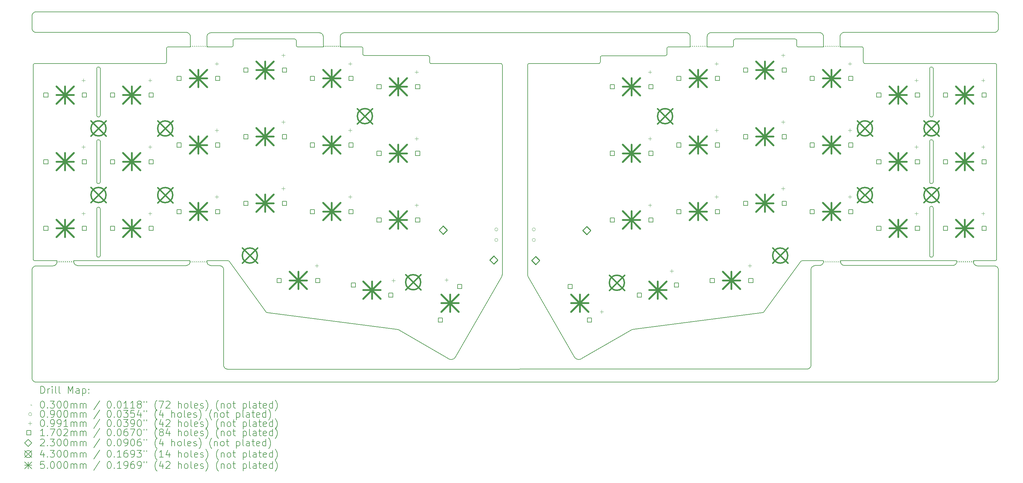
<source format=gbr>
%TF.GenerationSoftware,KiCad,Pcbnew,(6.0.10-0)*%
%TF.CreationDate,2023-01-29T16:29:31+09:00*%
%TF.ProjectId,corne-ultralight,636f726e-652d-4756-9c74-72616c696768,2.0*%
%TF.SameCoordinates,Original*%
%TF.FileFunction,Drillmap*%
%TF.FilePolarity,Positive*%
%FSLAX45Y45*%
G04 Gerber Fmt 4.5, Leading zero omitted, Abs format (unit mm)*
G04 Created by KiCad (PCBNEW (6.0.10-0)) date 2023-01-29 16:29:31*
%MOMM*%
%LPD*%
G01*
G04 APERTURE LIST*
%ADD10C,0.200000*%
%ADD11C,0.030000*%
%ADD12C,0.090000*%
%ADD13C,0.099060*%
%ADD14C,0.170180*%
%ADD15C,0.230000*%
%ADD16C,0.430000*%
%ADD17C,0.500000*%
G04 APERTURE END LIST*
D10*
X3119750Y-5166000D02*
X3119750Y-3841000D01*
X3219750Y-5916000D02*
X3219750Y-7066000D01*
X3147875Y-3794125D02*
X3169750Y-3791000D01*
X3188500Y-3794125D02*
X3169750Y-3791000D01*
X3122875Y-3822250D02*
X3132250Y-3803500D01*
X3122875Y-3822250D02*
X3119750Y-3841000D01*
X3216625Y-3822250D02*
X3207250Y-3803500D01*
X3219750Y-3841000D02*
X3216625Y-3822250D01*
X3151000Y-5212875D02*
X3169750Y-5216000D01*
X3122875Y-5184750D02*
X3132250Y-5203500D01*
X3119750Y-5166000D02*
X3122875Y-5184750D01*
X3216625Y-5184750D02*
X3219750Y-5166000D01*
X3191625Y-5212875D02*
X3207250Y-5203500D01*
X3216625Y-5184750D02*
X3207250Y-5203500D01*
X3191625Y-5212875D02*
X3169750Y-5216000D01*
X3132250Y-5203500D02*
X3151000Y-5212875D01*
X3188500Y-5869125D02*
X3169750Y-5866000D01*
X3216625Y-5897250D02*
X3207250Y-5878500D01*
X3219750Y-5916000D02*
X3216625Y-5897250D01*
X3122875Y-5897250D02*
X3119750Y-5916000D01*
X3147875Y-5869125D02*
X3132250Y-5878500D01*
X3122875Y-5897250D02*
X3132250Y-5878500D01*
X3147875Y-5869125D02*
X3169750Y-5866000D01*
X3207250Y-5878500D02*
X3188500Y-5869125D01*
X3151000Y-7112875D02*
X3169750Y-7116000D01*
X3216625Y-7084750D02*
X3219750Y-7066000D01*
X3216625Y-7084750D02*
X3207250Y-7103500D01*
X3122875Y-7084750D02*
X3132250Y-7103500D01*
X3191625Y-7112875D02*
X3207250Y-7103500D01*
X3132250Y-7103500D02*
X3151000Y-7112875D01*
X3191625Y-7112875D02*
X3169750Y-7116000D01*
X3119750Y-7066000D02*
X3122875Y-7084750D01*
X3147875Y-7794125D02*
X3132250Y-7803500D01*
X3122875Y-7822250D02*
X3132250Y-7803500D01*
X3216625Y-7822250D02*
X3207250Y-7803500D01*
X3188500Y-7794125D02*
X3169750Y-7791000D01*
X3207250Y-7803500D02*
X3188500Y-7794125D01*
X3122875Y-7822250D02*
X3119750Y-7841000D01*
X3219750Y-7841000D02*
X3216625Y-7822250D01*
X3147875Y-7794125D02*
X3169750Y-7791000D01*
X3216625Y-9184750D02*
X3219750Y-9166000D01*
X3191625Y-9212875D02*
X3207250Y-9203500D01*
X3191625Y-9212875D02*
X3169750Y-9216000D01*
X3216625Y-9184750D02*
X3207250Y-9203500D01*
X3119750Y-9166000D02*
X3122875Y-9184750D01*
X3122875Y-9184750D02*
X3132250Y-9203500D01*
X3151000Y-9212875D02*
X3169750Y-9216000D01*
X3132250Y-9203500D02*
X3151000Y-9212875D01*
X26938500Y-3794125D02*
X26919750Y-3791000D01*
X26966625Y-3822250D02*
X26957250Y-3803500D01*
X26969750Y-3841000D02*
X26966625Y-3822250D01*
X26872875Y-3822250D02*
X26869750Y-3841000D01*
X26897875Y-3794125D02*
X26882250Y-3803500D01*
X26872875Y-3822250D02*
X26882250Y-3803500D01*
X26897875Y-3794125D02*
X26919750Y-3791000D01*
X26957250Y-3803500D02*
X26938500Y-3794125D01*
X26966625Y-5184750D02*
X26957250Y-5203500D01*
X26941625Y-5212875D02*
X26957250Y-5203500D01*
X26872875Y-5184750D02*
X26882250Y-5203500D01*
X26901000Y-5212875D02*
X26919750Y-5216000D01*
X26941625Y-5212875D02*
X26919750Y-5216000D01*
X26966625Y-5184750D02*
X26969750Y-5166000D01*
X26882250Y-5203500D02*
X26901000Y-5212875D01*
X26869750Y-5166000D02*
X26872875Y-5184750D01*
X26897875Y-5869125D02*
X26919750Y-5866000D01*
X26872875Y-5897250D02*
X26869750Y-5916000D01*
X26957250Y-5878500D02*
X26938500Y-5869125D01*
X26966625Y-5897250D02*
X26957250Y-5878500D01*
X26938500Y-5869125D02*
X26919750Y-5866000D01*
X26897875Y-5869125D02*
X26882250Y-5878500D01*
X26872875Y-5897250D02*
X26882250Y-5878500D01*
X26969750Y-5916000D02*
X26966625Y-5897250D01*
X26941625Y-7112875D02*
X26919750Y-7116000D01*
X26966625Y-7084750D02*
X26969750Y-7066000D01*
X26869750Y-7066000D02*
X26872875Y-7084750D01*
X26941625Y-7112875D02*
X26957250Y-7103500D01*
X26901000Y-7112875D02*
X26919750Y-7116000D01*
X26966625Y-7084750D02*
X26957250Y-7103500D01*
X26882250Y-7103500D02*
X26901000Y-7112875D01*
X26872875Y-7084750D02*
X26882250Y-7103500D01*
X26966625Y-7797250D02*
X26957250Y-7778500D01*
X26872875Y-7797250D02*
X26882250Y-7778500D01*
X26957250Y-7778500D02*
X26938500Y-7769125D01*
X26872875Y-7797250D02*
X26869750Y-7816000D01*
X26897875Y-7769125D02*
X26882250Y-7778500D01*
X26938500Y-7769125D02*
X26919750Y-7766000D01*
X26969750Y-7816000D02*
X26966625Y-7797250D01*
X26897875Y-7769125D02*
X26919750Y-7766000D01*
X26869750Y-9166000D02*
X26872875Y-9184750D01*
X26941625Y-9212875D02*
X26919750Y-9216000D01*
X26901000Y-9212875D02*
X26919750Y-9216000D01*
X26966625Y-9184750D02*
X26957250Y-9203500D01*
X26882250Y-9203500D02*
X26901000Y-9212875D01*
X26872875Y-9184750D02*
X26882250Y-9203500D01*
X26966625Y-9184750D02*
X26969750Y-9166000D01*
X26941625Y-9212875D02*
X26957250Y-9203500D01*
X28776111Y-2784137D02*
X28793383Y-2769913D01*
X1967454Y-9409212D02*
X1967200Y-9409466D01*
X5785324Y-2902754D02*
X5785578Y-2902754D01*
X23724818Y-2813601D02*
X20637705Y-2813601D01*
X5778212Y-2879895D02*
X5778212Y-2879895D01*
X1328391Y-3703108D02*
X1318485Y-3713268D01*
X5778466Y-2880149D02*
X5778720Y-2880657D01*
X9544520Y-2847383D02*
X9527248Y-2833413D01*
X6263098Y-9340632D02*
X6263098Y-9341140D01*
X24316130Y-2903770D02*
X24316130Y-2903770D01*
X23480471Y-12316747D02*
X23482503Y-12294395D01*
X1294609Y-2271565D02*
X1284195Y-2291123D01*
X1865346Y-9464330D02*
X1865092Y-9464330D01*
X8818589Y-3198156D02*
X8828495Y-3208062D01*
X1864584Y-9464330D02*
X1389350Y-9464330D01*
X5727920Y-9434866D02*
X5744938Y-9420896D01*
X1889222Y-9461790D02*
X1888714Y-9461790D01*
X7948132Y-10778271D02*
X7959562Y-10786907D01*
X23482503Y-9576852D02*
X23482503Y-9576852D01*
X10711395Y-3435138D02*
X10718507Y-3448092D01*
X1987520Y-9318026D02*
X1988028Y-9340886D01*
X6661623Y-9463822D02*
X6661877Y-9463822D01*
X1985742Y-9364254D02*
X1985742Y-9364254D01*
X23127411Y-3218476D02*
X23838610Y-3218476D01*
X28775603Y-9482618D02*
X28755791Y-9472204D01*
X9486354Y-2816649D02*
X9464002Y-2814363D01*
X24967385Y-3238796D02*
X24974497Y-3252004D01*
X16940485Y-12109737D02*
X16927785Y-12117357D01*
X6728171Y-9529862D02*
X6728425Y-9530116D01*
X20593509Y-2822491D02*
X20573952Y-2832905D01*
X24316130Y-2903770D02*
X24316130Y-2903770D01*
X10176980Y-2814363D02*
X10176218Y-2814363D01*
X1318485Y-3713268D02*
X1311373Y-3726222D01*
X23484789Y-9553484D02*
X23485043Y-9553230D01*
X1912844Y-9454424D02*
X1912844Y-9454424D01*
X23605184Y-9453408D02*
X23605184Y-9453408D01*
X23768506Y-2822237D02*
X23747170Y-2815633D01*
X28823863Y-9554500D02*
X28817259Y-9533164D01*
X24316130Y-2903770D02*
X24316130Y-2903262D01*
X24324004Y-9339616D02*
X24324004Y-9340378D01*
X22111412Y-10793003D02*
X22102268Y-10793765D01*
X7011381Y-3026198D02*
X7008587Y-3042962D01*
X23087279Y-3198664D02*
X23080167Y-3185456D01*
X28135016Y-9408958D02*
X28134762Y-9408450D01*
X23449483Y-12374913D02*
X23463707Y-12357641D01*
X28727343Y-3693710D02*
X28744361Y-3696758D01*
X5088603Y-3683042D02*
X5098509Y-3672882D01*
X9527248Y-2833413D02*
X9507690Y-2822999D01*
X23537620Y-9474490D02*
X23557940Y-9463314D01*
X16927785Y-12117357D02*
X16914069Y-12123707D01*
X28214010Y-9461282D02*
X28214010Y-9461282D01*
X1277845Y-12688603D02*
X1284449Y-12709685D01*
X14673537Y-9750080D02*
X14678363Y-9734332D01*
X17427403Y-3693710D02*
X17427403Y-3693710D01*
X27630064Y-9383050D02*
X27636668Y-9361714D01*
X28792621Y-9496588D02*
X28775603Y-9482618D01*
X5751288Y-2840017D02*
X5751288Y-2840017D01*
X6376889Y-2814363D02*
X6376381Y-2814363D01*
X12558481Y-3467904D02*
X10758385Y-3467904D01*
X2471897Y-9384828D02*
X2482565Y-9404132D01*
X20038774Y-2926630D02*
X20036488Y-2904278D01*
X23484789Y-9553738D02*
X23484789Y-9553484D01*
X24412904Y-2805981D02*
X24413158Y-2805981D01*
X27638700Y-9339616D02*
X27639462Y-9318534D01*
X6332693Y-2823253D02*
X6313135Y-2833921D01*
X1952468Y-9427500D02*
X1952468Y-9427500D01*
X9578556Y-3217968D02*
X9578048Y-2928154D01*
X19427397Y-3218476D02*
X20039536Y-3218476D01*
X23537112Y-9474744D02*
X23537620Y-9474490D01*
X24436272Y-2803441D02*
X24436526Y-2803441D01*
X1325851Y-9483888D02*
X1308579Y-9498112D01*
X23482503Y-9576852D02*
X23484789Y-9553738D01*
X19968416Y-2822237D02*
X19947080Y-2815633D01*
X9578048Y-2927646D02*
X9575762Y-2905294D01*
X1889730Y-9461790D02*
X1889222Y-9461790D01*
X11666434Y-11272046D02*
X11650432Y-11270014D01*
X1889730Y-9461790D02*
X1889730Y-9461790D01*
X23127411Y-3218476D02*
X23110393Y-3215682D01*
X28756553Y-2794551D02*
X28776111Y-2784137D01*
X23838864Y-9339616D02*
X23839626Y-9318788D01*
X5664928Y-2804457D02*
X5687788Y-2806743D01*
X18402000Y-11275602D02*
X18419272Y-11272808D01*
X24415444Y-9451376D02*
X24437796Y-9453408D01*
X1933418Y-9443248D02*
X1933164Y-9443502D01*
X13338007Y-12071637D02*
X13338261Y-12071129D01*
X2465547Y-9363492D02*
X2471897Y-9384828D01*
X28767221Y-9298722D02*
X28757061Y-9308882D01*
X23725072Y-9453408D02*
X23725580Y-9453408D01*
X1952468Y-9427500D02*
X1952468Y-9427500D01*
X5766528Y-2858559D02*
X5766782Y-2858559D01*
X1978630Y-9388384D02*
X1967708Y-9408704D01*
X1978630Y-9387876D02*
X1978630Y-9388384D01*
X24412396Y-2806235D02*
X24412904Y-2805981D01*
X24368454Y-2824777D02*
X24368708Y-2824523D01*
X6738077Y-9577106D02*
X6738077Y-9577360D01*
X23412907Y-12399551D02*
X23432465Y-12388883D01*
X28169560Y-9442994D02*
X28169052Y-9442740D01*
X1275559Y-12666251D02*
X1277845Y-12688603D01*
X28123586Y-9387622D02*
X28123332Y-9387114D01*
X28190896Y-9454424D02*
X28190896Y-9454424D01*
X6740363Y-12318525D02*
X6746967Y-12339607D01*
X24436272Y-2803441D02*
X24436272Y-2803441D01*
X3219750Y-7841000D02*
X3219750Y-9166000D01*
X16914069Y-12123707D02*
X16898829Y-12128787D01*
X26969750Y-5166000D02*
X26969750Y-3841000D01*
X6867363Y-9318788D02*
X6858473Y-9316000D01*
X27636668Y-9361714D02*
X27638700Y-9339616D01*
X1988028Y-9341140D02*
X1988028Y-9341140D01*
X5058377Y-3692948D02*
X5075649Y-3690154D01*
X6893779Y-9332758D02*
X6882095Y-9324122D01*
X14683443Y-3742986D02*
X14683443Y-9690644D01*
X28775603Y-2238799D02*
X28755791Y-2228385D01*
X28744107Y-9315740D02*
X28727343Y-9318788D01*
X28116474Y-9364508D02*
X28116220Y-9364254D01*
X1985742Y-9364254D02*
X1985742Y-9364254D01*
X21244257Y-3215936D02*
X21227239Y-3218730D01*
X1389604Y-12779281D02*
X28712611Y-12778519D01*
X1295117Y-2754165D02*
X1309341Y-2771437D01*
X6735537Y-9553738D02*
X6738077Y-9576852D01*
X5788118Y-2927138D02*
X5788118Y-2927392D01*
X2463515Y-9318534D02*
X5778720Y-9318534D01*
X15402263Y-3743494D02*
X15405311Y-3726730D01*
X15404295Y-9718838D02*
X15402517Y-9700550D01*
X8841703Y-3215174D02*
X8858467Y-3217968D01*
X14673283Y-3713014D02*
X14663377Y-3702854D01*
X6735537Y-9553230D02*
X6735537Y-9553738D01*
X7028399Y-3003084D02*
X7018493Y-3013244D01*
X5688042Y-2806743D02*
X5688296Y-2806743D01*
X12608519Y-3517942D02*
X12608519Y-3642910D01*
X13273491Y-12123199D02*
X13287969Y-12116595D01*
X28757061Y-9308882D02*
X28744107Y-9315740D01*
X1308579Y-3742986D02*
X1308579Y-3742986D01*
X28123586Y-9388130D02*
X28123586Y-9387622D01*
X20039536Y-3218476D02*
X20038774Y-2927392D01*
X1284195Y-9534688D02*
X1277845Y-9556024D01*
X13300415Y-12109229D02*
X13312607Y-12099831D01*
X1345408Y-2229655D02*
X1325851Y-2240069D01*
X28823863Y-2310681D02*
X28817259Y-2289345D01*
X28189880Y-9453916D02*
X28169560Y-9442994D01*
X10081984Y-2865163D02*
X10071570Y-2884721D01*
X15407597Y-9735348D02*
X15404295Y-9718838D01*
X23605184Y-9453408D02*
X23605438Y-9453408D01*
X23838864Y-2927392D02*
X23838864Y-2926630D01*
X6746967Y-12339607D02*
X6757635Y-12359165D01*
X1865092Y-9464330D02*
X1864584Y-9464330D01*
X2482565Y-9404132D02*
X2496789Y-9421404D01*
X1328645Y-9308120D02*
X1341598Y-9314978D01*
X6682451Y-9474744D02*
X6682451Y-9474998D01*
X1951706Y-9428262D02*
X1933926Y-9442994D01*
X5732492Y-2824777D02*
X5732492Y-2824777D01*
X1318485Y-9297960D02*
X1328645Y-9308120D01*
X24436780Y-2803441D02*
X24437288Y-2803441D01*
X23747170Y-2815633D02*
X23724818Y-2813601D01*
X20573952Y-2832905D02*
X20556934Y-2847129D01*
X23581054Y-9456202D02*
X23581562Y-9455948D01*
X6858473Y-9316000D02*
X6262590Y-9316000D01*
X12575245Y-3470952D02*
X12558481Y-3467904D01*
X12608519Y-3517942D02*
X12605471Y-3500924D01*
X9464002Y-2814363D02*
X6376889Y-2814363D01*
X24436526Y-2803441D02*
X24436780Y-2803441D01*
X7018493Y-3013244D02*
X7011381Y-3026198D01*
X6265384Y-2906056D02*
X6263098Y-2928408D01*
X1284449Y-2734861D02*
X1295117Y-2754165D01*
X19947080Y-2815633D02*
X19924982Y-2813601D01*
X6313135Y-2833921D02*
X6296118Y-2848145D01*
X14650169Y-3695996D02*
X14633405Y-3692948D01*
X10675327Y-3221016D02*
X10658563Y-3217968D01*
X1985742Y-9364254D02*
X1985742Y-9364254D01*
X3119750Y-9166000D02*
X3119750Y-7841000D01*
X23829974Y-2883197D02*
X23819306Y-2863639D01*
X23492155Y-9529608D02*
X23503077Y-9509288D01*
X18419272Y-11272808D02*
X18435274Y-11270776D01*
X28817259Y-2289345D02*
X28806845Y-2270041D01*
X19374311Y-3435900D02*
X19367199Y-3448854D01*
X23503077Y-9509034D02*
X23503331Y-9508780D01*
X6998681Y-3197902D02*
X7005539Y-3184948D01*
X23581816Y-9455948D02*
X23604930Y-9453408D01*
X24368200Y-2825031D02*
X24368454Y-2824777D01*
X21274229Y-3185710D02*
X21267371Y-3198918D01*
X5766782Y-2858559D02*
X5767036Y-2859067D01*
X1284195Y-2291123D02*
X1277845Y-2312205D01*
X17477187Y-3518704D02*
X17477187Y-3643672D01*
X27569104Y-9444518D02*
X27588662Y-9434104D01*
X24316384Y-2902754D02*
X24322988Y-2880657D01*
X24314606Y-3218730D02*
X24313844Y-2927138D01*
X6661115Y-9463568D02*
X6661115Y-9463568D01*
X20542964Y-2864401D02*
X20532550Y-2883959D01*
X23838864Y-2926630D02*
X23836578Y-2904278D01*
X5711156Y-2813601D02*
X5711410Y-2813855D01*
X1367252Y-2802171D02*
X1389604Y-2804457D01*
X23819306Y-2863639D02*
X23805082Y-2846621D01*
X6716995Y-9509034D02*
X6717249Y-9509288D01*
X1345916Y-12770899D02*
X1367252Y-12777249D01*
X28123586Y-9388130D02*
X28123586Y-9388130D01*
X16844473Y-12132343D02*
X16827709Y-12129041D01*
X28113934Y-9340124D02*
X28113680Y-9340124D01*
X17487347Y-3488732D02*
X17497507Y-3478572D01*
X9558744Y-2864655D02*
X9544520Y-2847383D01*
X8858467Y-3217968D02*
X8858467Y-3217968D01*
X12605471Y-3500924D02*
X12598359Y-3487970D01*
X5732492Y-2824777D02*
X5732492Y-2824777D01*
X16785799Y-12110245D02*
X16774115Y-12101609D01*
X6638509Y-9456710D02*
X6638763Y-9456964D01*
X1389604Y-2804457D02*
X5664674Y-2804457D01*
X5733254Y-2825285D02*
X5751288Y-2840017D01*
X28168798Y-9442486D02*
X28150764Y-9428008D01*
X16898829Y-12128787D02*
X16882065Y-12132089D01*
X20556934Y-2847129D02*
X20542964Y-2864401D01*
X6661115Y-9463568D02*
X6661623Y-9463822D01*
X17477187Y-3643672D02*
X17474393Y-3660944D01*
X11715964Y-11282968D02*
X13145475Y-12109229D01*
X21327315Y-2993686D02*
X21327315Y-2993686D01*
X24367946Y-2825031D02*
X24368200Y-2825031D01*
X23227233Y-9318788D02*
X23839626Y-9318788D01*
X28807353Y-12727719D02*
X28817767Y-12708161D01*
X6638001Y-9456710D02*
X6638509Y-9456710D01*
X24374804Y-9434612D02*
X24394362Y-9445026D01*
X5744938Y-9420896D02*
X5759162Y-9403624D01*
X13187131Y-12128025D02*
X13203895Y-12131581D01*
X23067213Y-3013752D02*
X23074325Y-3026706D01*
X1277845Y-9556024D02*
X1275559Y-9578376D01*
X14683443Y-9699026D02*
X14683443Y-9690644D01*
X6271734Y-2884721D02*
X6265384Y-2906056D01*
X1311373Y-9285006D02*
X1318485Y-9297960D01*
X19410633Y-3221524D02*
X19427397Y-3218476D01*
X24334164Y-2859067D02*
X24334672Y-2858813D01*
X24368708Y-2824523D02*
X24389282Y-2813347D01*
X6728171Y-9529862D02*
X6728171Y-9529862D01*
X28767475Y-3713776D02*
X28774333Y-3726984D01*
X8808429Y-3042962D02*
X8805635Y-3025944D01*
X23769268Y-9444518D02*
X23788572Y-9434104D01*
X7959562Y-10786907D02*
X7974548Y-10792241D01*
X26869750Y-7816000D02*
X26869750Y-9166000D01*
X24334672Y-2858305D02*
X24349404Y-2840525D01*
X27525671Y-9453408D02*
X27548023Y-9451122D01*
X19344085Y-3465872D02*
X19327321Y-3468412D01*
X10154120Y-2816649D02*
X10132784Y-2823253D01*
X19367199Y-3448854D02*
X19357039Y-3458760D01*
X5732746Y-2825031D02*
X5733254Y-2825285D01*
X21297343Y-3003592D02*
X21310297Y-2996734D01*
X6893779Y-9332758D02*
X7948132Y-10778271D01*
X23482503Y-9577106D02*
X23482503Y-9576852D01*
X5098509Y-3672882D02*
X5105621Y-3659928D01*
X24350166Y-2839763D02*
X24367946Y-2825031D01*
X6728425Y-9530116D02*
X6728679Y-9530624D01*
X13332419Y-12079257D02*
X13338007Y-12071637D01*
X6377143Y-9454424D02*
X6614633Y-9454424D01*
X5788118Y-2926884D02*
X5788118Y-2926884D01*
X23484789Y-9553738D02*
X23484789Y-9553738D01*
X28777381Y-3743748D02*
X28777381Y-9268496D01*
X21277277Y-3168438D02*
X21277277Y-3043470D01*
X23581054Y-9456202D02*
X23581054Y-9456202D01*
X1345916Y-2795821D02*
X1367252Y-2802171D01*
X20637705Y-2813601D02*
X20636943Y-2813601D01*
X13203895Y-12131581D02*
X13222691Y-12132851D01*
X14681665Y-9717568D02*
X14683443Y-9699026D01*
X6614887Y-9454424D02*
X6638001Y-9456710D01*
X17477187Y-3518704D02*
X17480235Y-3501686D01*
X19357039Y-3458760D02*
X19344085Y-3465872D01*
X10063188Y-2928408D02*
X10063696Y-3217968D01*
X24334672Y-2858813D02*
X24334672Y-2858305D01*
X6271988Y-9384828D02*
X6282656Y-9404132D01*
X7041353Y-2995972D02*
X7028399Y-3003084D01*
X24313844Y-2926884D02*
X24316130Y-2903770D01*
X1341598Y-9314978D02*
X1358616Y-9318026D01*
X22126144Y-10787669D02*
X22111412Y-10793003D01*
X28735471Y-2801155D02*
X28756553Y-2794551D01*
X23606200Y-9453408D02*
X23725072Y-9453408D01*
X24349404Y-2840271D02*
X24349658Y-2840017D01*
X12658557Y-3692948D02*
X12658557Y-3692948D01*
X28150764Y-9428008D02*
X28150764Y-9427754D01*
X5664928Y-9454424D02*
X5687280Y-9452138D01*
X21277277Y-3168438D02*
X21274229Y-3185710D01*
X20525946Y-2905294D02*
X20523914Y-2927392D01*
X28713119Y-2803441D02*
X28735471Y-2801155D01*
X6958549Y-3217968D02*
X6263606Y-3217968D01*
X5075649Y-3690154D02*
X5088603Y-3683042D01*
X23557940Y-9463314D02*
X23557940Y-9463314D01*
X2463007Y-9340632D02*
X2463007Y-9341140D01*
X16754049Y-12080781D02*
X16747953Y-12072399D01*
X13287969Y-12116595D02*
X13300415Y-12109229D01*
X6661877Y-9463822D02*
X6682451Y-9474744D01*
X12618425Y-3673136D02*
X12628585Y-3683042D01*
X23191927Y-9333266D02*
X22137574Y-10779033D01*
X2496789Y-9421404D02*
X2513807Y-9435374D01*
X10132784Y-2823253D02*
X10113226Y-2833921D01*
X14667695Y-9764304D02*
X14673537Y-9750080D01*
X5058377Y-3692948D02*
X1369750Y-3692948D01*
X23558956Y-9463060D02*
X23581054Y-9456202D01*
X16863269Y-12133613D02*
X16844473Y-12132343D01*
X5141435Y-3221016D02*
X5128481Y-3228128D01*
X12628585Y-3683042D02*
X12641539Y-3690154D01*
X1985742Y-9364762D02*
X1985742Y-9365270D01*
X28113934Y-9340632D02*
X28113934Y-9340124D01*
X2463007Y-9341140D02*
X2465547Y-9363492D01*
X6738077Y-9577868D02*
X6738077Y-9577868D01*
X12588453Y-3478064D02*
X12575245Y-3470952D01*
X28826403Y-2333033D02*
X28823863Y-2310681D01*
X23518062Y-9490492D02*
X23518316Y-9490492D01*
X28237124Y-9463568D02*
X28237124Y-9463568D01*
X11715964Y-11282968D02*
X11700216Y-11278650D01*
X6296626Y-9421404D02*
X6313897Y-9435374D01*
X15435536Y-3696504D02*
X15452300Y-3693456D01*
X13157921Y-12116595D02*
X13171891Y-12122945D01*
X17457121Y-3683804D02*
X17444167Y-3690916D01*
X6682451Y-9474998D02*
X6682959Y-9474998D01*
X24389282Y-2813347D02*
X24389790Y-2813093D01*
X23191927Y-9333266D02*
X23203357Y-9324884D01*
X15402263Y-3743494D02*
X15402263Y-9690898D01*
X3219750Y-3841000D02*
X3219750Y-5166000D01*
X24437796Y-9453408D02*
X27525163Y-9453408D01*
X6852123Y-12409457D02*
X23368711Y-12408441D01*
X5778212Y-2879895D02*
X5778466Y-2880149D01*
X17527225Y-3468412D02*
X19327321Y-3468412D01*
X23518316Y-9490492D02*
X23518570Y-9489984D01*
X10718507Y-3448092D02*
X10728667Y-3457998D01*
X6738077Y-9577868D02*
X6738077Y-12295665D01*
X19377359Y-3268514D02*
X19380407Y-3251750D01*
X24324004Y-9340378D02*
X24326290Y-9362730D01*
X6296118Y-2848145D02*
X6282148Y-2865163D01*
X17474393Y-3660944D02*
X17467281Y-3673898D01*
X7008587Y-3042962D02*
X7008333Y-3167930D01*
X23518570Y-9489984D02*
X23518824Y-9489730D01*
X24957225Y-3228890D02*
X24967385Y-3238796D01*
X6958549Y-3217968D02*
X6975567Y-3215174D01*
X23218089Y-9319550D02*
X23227233Y-9318788D01*
X7008587Y-3042962D02*
X7008587Y-3042962D01*
X26969750Y-7066000D02*
X26969750Y-5916000D01*
X5788118Y-2927900D02*
X5788626Y-3217968D01*
X24323242Y-2880149D02*
X24323496Y-2879641D01*
X13323021Y-12090179D02*
X13332419Y-12079257D01*
X23491901Y-9530624D02*
X23491901Y-9530116D01*
X6682451Y-9474744D02*
X6682451Y-9474744D01*
X28123586Y-9388130D02*
X28123586Y-9388130D01*
X24927253Y-3218730D02*
X24314606Y-3218730D01*
X1369750Y-3692948D02*
X1341344Y-3695996D01*
X23391571Y-12406155D02*
X23412907Y-12399551D01*
X23097185Y-3208570D02*
X23087279Y-3198664D01*
X5688804Y-2806997D02*
X5711156Y-2813601D01*
X11683706Y-11274840D02*
X11666434Y-11272046D01*
X1952468Y-9427500D02*
X1952214Y-9428008D01*
X6716741Y-9508526D02*
X6716741Y-9508526D01*
X28727343Y-9318788D02*
X28114696Y-9318788D01*
X1988028Y-9341140D02*
X1985742Y-9364254D01*
X1341344Y-3695996D02*
X1328391Y-3703108D01*
X23485043Y-9552722D02*
X23491901Y-9530624D01*
X28817259Y-9533164D02*
X28806845Y-9513606D01*
X28777381Y-9268496D02*
X28774333Y-9285768D01*
X24343308Y-9403370D02*
X24357532Y-9420388D01*
X6738077Y-12296173D02*
X6740363Y-12318525D01*
X5711156Y-2813601D02*
X5711156Y-2813601D01*
X5664674Y-2804457D02*
X5664928Y-2804457D01*
X28713119Y-12778519D02*
X28735471Y-12776233D01*
X6701247Y-9489984D02*
X6701247Y-9489984D01*
X6728171Y-9529862D02*
X6728171Y-9529862D01*
X16747953Y-12072399D02*
X16747445Y-12071891D01*
X8805635Y-3025944D02*
X8798523Y-3012990D01*
X5769576Y-9384066D02*
X5775926Y-9362730D01*
X7983438Y-10793003D02*
X11650432Y-11270014D01*
X24437288Y-2803441D02*
X24437288Y-2803441D01*
X23044353Y-2996734D02*
X23057307Y-3003846D01*
X1358616Y-9318026D02*
X1358616Y-9318026D01*
X6882095Y-9324122D02*
X6867363Y-9318788D01*
X28150256Y-9427500D02*
X28150002Y-9427246D01*
X1366490Y-9466616D02*
X1345408Y-9473220D01*
X24390044Y-2813093D02*
X24412142Y-2806235D01*
X6282656Y-9404132D02*
X6296626Y-9421404D01*
X20523914Y-2927392D02*
X20523660Y-3218730D01*
X1933926Y-9442994D02*
X1933418Y-9443248D01*
X1952214Y-9428008D02*
X1951706Y-9428262D01*
X6262590Y-9316000D02*
X6263098Y-9340632D01*
X6354029Y-2816649D02*
X6332693Y-2823253D01*
X1308579Y-3742986D02*
X1308579Y-9267988D01*
X24324512Y-9318534D02*
X27639462Y-9318534D01*
X3207250Y-3803500D02*
X3188500Y-3794125D01*
X20532550Y-2883959D02*
X20525946Y-2905294D01*
X10705553Y-3250988D02*
X10698441Y-3238034D01*
X21277277Y-3043470D02*
X21280325Y-3026706D01*
X28113934Y-9340886D02*
X28113934Y-9340886D01*
X16812215Y-12123961D02*
X16798499Y-12117611D01*
X28123586Y-9388130D02*
X28123586Y-9388130D01*
X2533619Y-9445788D02*
X2554701Y-9452138D01*
X23503077Y-9509288D02*
X23503077Y-9509288D01*
X2577053Y-9454424D02*
X5664420Y-9454424D01*
X23491901Y-9530624D02*
X23491901Y-9530624D01*
X23485043Y-9553230D02*
X23485043Y-9552722D01*
X5788118Y-2927900D02*
X5788118Y-2927900D01*
X23605438Y-9453408D02*
X23606200Y-9453408D01*
X6683213Y-9475506D02*
X6701247Y-9489984D01*
X28734709Y-9465600D02*
X28712357Y-9463568D01*
X25010311Y-3690662D02*
X24997103Y-3683550D01*
X24389282Y-2813347D02*
X24389282Y-2813347D01*
X5778212Y-9340378D02*
X5778720Y-9318534D01*
X5664420Y-9454424D02*
X5664928Y-9454424D01*
X1275559Y-2690665D02*
X1277845Y-2713525D01*
X15412168Y-9750842D02*
X15407597Y-9735348D01*
X28776111Y-12758961D02*
X28793383Y-12744991D01*
X1295117Y-12729243D02*
X1309341Y-12746261D01*
X23836578Y-9361714D02*
X23838864Y-9339616D01*
X1366490Y-2223051D02*
X1345408Y-2229655D01*
X24944271Y-3221778D02*
X24957225Y-3228890D01*
X23368711Y-12408441D02*
X23369473Y-12408441D01*
X28774333Y-3726984D02*
X28777381Y-3743748D01*
X27525163Y-9453408D02*
X27525671Y-9453408D01*
X28712611Y-12778519D02*
X28713119Y-12778519D01*
X10741621Y-3465110D02*
X10758385Y-3467904D01*
X23482503Y-12294395D02*
X23482503Y-9577106D01*
X6738077Y-9576852D02*
X6738077Y-9576852D01*
X28826403Y-9576598D02*
X28823863Y-9554500D01*
X6638001Y-9456710D02*
X6638001Y-9456710D01*
X16763701Y-12091703D02*
X16754049Y-12080781D01*
X17467281Y-3673898D02*
X17457121Y-3683804D01*
X28755791Y-9472204D02*
X28734709Y-9465600D01*
X5108415Y-3643164D02*
X5108415Y-3642910D01*
X1284449Y-12709685D02*
X1295117Y-12729243D01*
X6728171Y-9529862D02*
X6728171Y-9529862D01*
X15402517Y-9700550D02*
X15402263Y-9690898D01*
X6638763Y-9456964D02*
X6661115Y-9463568D01*
X24349658Y-2840017D02*
X24350166Y-2839763D01*
X21327315Y-2993432D02*
X23027335Y-2993432D01*
X26869750Y-3841000D02*
X26869750Y-5166000D01*
X28169560Y-9442994D02*
X28169560Y-9442994D01*
X28123332Y-9387114D02*
X28116474Y-9365016D01*
X1309341Y-12746261D02*
X1326359Y-12760485D01*
X20029884Y-2883197D02*
X20019470Y-2863639D01*
X15412422Y-3713776D02*
X15422582Y-3703616D01*
X5105621Y-3659928D02*
X5108415Y-3643164D01*
X5108415Y-3268006D02*
X5108415Y-3642910D01*
X14660837Y-9777766D02*
X14667695Y-9764304D01*
X9575762Y-2905294D02*
X9569158Y-2884213D01*
X23557940Y-9463314D02*
X23557940Y-9463314D01*
X8798523Y-3012990D02*
X8788363Y-3002830D01*
X1309341Y-2771437D02*
X1326359Y-2785407D01*
X15452300Y-3693456D02*
X17427403Y-3693710D01*
X19387265Y-3238796D02*
X19397425Y-3228636D01*
X1277845Y-2713525D02*
X1284449Y-2734861D01*
X1933926Y-9442994D02*
X1933926Y-9442994D01*
X28712611Y-2803441D02*
X28713119Y-2803441D01*
X24323496Y-2879641D02*
X24334164Y-2859321D01*
X5785578Y-2903262D02*
X5785578Y-2903770D01*
X6717249Y-9509288D02*
X6728171Y-9529862D01*
X17480235Y-3501686D02*
X17487347Y-3488732D01*
X18385490Y-11279412D02*
X18402000Y-11275602D01*
X8775409Y-2995972D02*
X8758391Y-2992924D01*
X24322988Y-2880403D02*
X24323242Y-2880149D01*
X1388842Y-2220765D02*
X1366490Y-2223051D01*
X10708601Y-3418120D02*
X10708601Y-3268006D01*
X21287437Y-3013752D02*
X21297343Y-3003592D01*
X5711918Y-2813855D02*
X5732492Y-2824777D01*
X12611567Y-3660182D02*
X12618425Y-3673136D01*
X9569158Y-2884213D02*
X9558744Y-2864655D01*
X28214010Y-9461282D02*
X28214010Y-9461282D01*
X1277845Y-2312205D02*
X1275559Y-2334557D01*
X20614591Y-2815887D02*
X20593509Y-2822491D01*
X5751796Y-2840779D02*
X5766528Y-2858559D01*
X24412142Y-2806235D02*
X24412142Y-2806235D01*
X8788363Y-3002830D02*
X8775409Y-2995972D01*
X23473867Y-12338083D02*
X23480471Y-12316747D01*
X17497507Y-3478572D02*
X17510461Y-3471714D01*
X24437288Y-2803441D02*
X28712611Y-2803441D01*
X28212994Y-9461028D02*
X28190896Y-9454424D01*
X28113680Y-9340124D02*
X28114696Y-9318788D01*
X24316130Y-2903262D02*
X24316384Y-2902754D01*
X5751288Y-2840017D02*
X5751542Y-2840271D01*
X13171891Y-12122945D02*
X13187131Y-12128025D01*
X1275559Y-2334557D02*
X1275559Y-2690665D01*
X7058371Y-2992924D02*
X7041353Y-2995972D01*
X5785578Y-2902754D02*
X5785578Y-2903262D01*
X1865600Y-9464330D02*
X1865600Y-9464330D01*
X18369742Y-11283730D02*
X16940485Y-12109737D01*
X8808429Y-3167930D02*
X8808429Y-3042962D01*
X23027335Y-2993432D02*
X23044353Y-2996734D01*
X11700216Y-11278650D02*
X11683706Y-11274840D01*
X16747445Y-12071891D02*
X15424868Y-9778528D01*
X1326359Y-12760485D02*
X1345916Y-12770899D01*
X10708601Y-3268006D02*
X10705553Y-3250988D01*
X24394362Y-9445026D02*
X24415444Y-9451376D01*
X5767036Y-2859067D02*
X5767290Y-2859321D01*
X5778212Y-2879895D02*
X5778212Y-2879895D01*
X6263098Y-2928408D02*
X6263606Y-3217968D01*
X24389790Y-2813093D02*
X24390044Y-2813093D01*
X1389350Y-9464330D02*
X1388842Y-9464330D01*
X8758391Y-2992924D02*
X8758391Y-2992924D01*
X24313844Y-2927138D02*
X24313844Y-2926884D01*
X24324512Y-9318534D02*
X24324004Y-9339616D01*
X23503585Y-9508526D02*
X23518062Y-9490492D01*
X28806845Y-2270041D02*
X28792621Y-2252769D01*
X28727343Y-9318788D02*
X28727343Y-9318788D01*
X28214010Y-9461282D02*
X28213502Y-9461028D01*
X1864584Y-9464330D02*
X1864584Y-9464330D01*
X5759162Y-9403624D02*
X5769576Y-9384066D01*
X28134762Y-9408450D02*
X28123586Y-9388130D01*
X6263098Y-9341140D02*
X6265384Y-9363492D01*
X1308579Y-2254293D02*
X1294609Y-2271565D01*
X5767290Y-2859321D02*
X5778212Y-2879895D01*
X1933164Y-9443502D02*
X1912844Y-9454424D01*
X24334164Y-2859321D02*
X24334164Y-2859321D01*
X1311373Y-3726222D02*
X1308579Y-3742986D01*
X26869750Y-5916000D02*
X26869750Y-7066000D01*
X1978884Y-9387368D02*
X1978630Y-9387876D01*
X12641539Y-3690154D02*
X12658557Y-3692948D01*
X1345408Y-9473220D02*
X1325851Y-9483888D01*
X28826403Y-2333541D02*
X28826403Y-2333033D01*
X5687788Y-2806743D02*
X5687788Y-2806743D01*
X1912844Y-9454424D02*
X1912590Y-9454678D01*
X28190896Y-9454424D02*
X28190388Y-9454170D01*
X23557940Y-9463314D02*
X23558448Y-9463314D01*
X6313897Y-9435374D02*
X6333455Y-9445788D01*
X24326290Y-9362730D02*
X24332894Y-9383812D01*
X14683443Y-3742986D02*
X14680395Y-3725968D01*
X28150764Y-9427754D02*
X28150256Y-9427500D01*
X5687788Y-2806743D02*
X5687788Y-2806743D01*
X5788118Y-2927392D02*
X5788118Y-2927900D01*
X16827709Y-12129041D02*
X16812215Y-12123961D01*
X1367252Y-12777249D02*
X1389604Y-12779281D01*
X28817767Y-12708161D02*
X28824117Y-12686825D01*
X28237378Y-9463568D02*
X28237124Y-9463568D01*
X2513807Y-9435374D02*
X2533619Y-9445788D01*
X28793383Y-12744991D02*
X28807353Y-12727719D01*
X24349404Y-2840525D02*
X24349404Y-2840271D01*
X28826403Y-2689649D02*
X28826403Y-2333541D01*
X6738077Y-12295665D02*
X6738077Y-12296173D01*
X23203357Y-9324884D02*
X23218089Y-9319550D01*
X13241487Y-12131581D02*
X13258251Y-12128279D01*
X26969750Y-9166000D02*
X26969750Y-7816000D01*
X25027329Y-3693456D02*
X28727343Y-3693710D01*
X6265384Y-9363492D02*
X6271988Y-9384828D01*
X1911828Y-9454932D02*
X1889730Y-9461790D01*
X3119750Y-7066000D02*
X3119750Y-5916000D01*
X6701501Y-9490492D02*
X6701755Y-9490746D01*
X6701247Y-9489984D02*
X6701501Y-9490492D01*
X23836578Y-2904278D02*
X23829974Y-2883197D01*
X1388842Y-9464330D02*
X1366490Y-9466616D01*
X28113934Y-9341140D02*
X28113934Y-9340886D01*
X19924982Y-2813601D02*
X10176980Y-2814363D01*
X27548023Y-9451122D02*
X27569104Y-9444518D01*
X1275559Y-12665489D02*
X1275559Y-12666251D01*
X28757315Y-3703870D02*
X28767475Y-3713776D01*
X18369742Y-11283730D02*
X18385490Y-11279412D01*
X1389350Y-2220765D02*
X1388842Y-2220765D01*
X6682959Y-9474998D02*
X6683213Y-9475506D01*
X27605680Y-9419880D02*
X27619904Y-9402608D01*
X5775926Y-9362730D02*
X5778212Y-9340378D01*
X5732492Y-2824777D02*
X5732746Y-2825031D01*
X24334164Y-2859321D02*
X24334164Y-2859067D01*
X13222691Y-12132851D02*
X13241487Y-12131581D01*
X23057307Y-3003846D02*
X23067213Y-3013752D01*
X23830228Y-9383050D02*
X23836578Y-9361714D01*
X28214010Y-9461282D02*
X28214010Y-9461282D01*
X7974548Y-10792241D02*
X7983438Y-10793003D01*
X28817767Y-2733083D02*
X28824117Y-2711747D01*
X23581054Y-9456202D02*
X23581054Y-9456202D01*
X28774333Y-9285768D02*
X28767221Y-9298722D01*
X24332894Y-9383812D02*
X24343308Y-9403370D01*
X10071570Y-2884721D02*
X10065220Y-2906056D01*
X24389282Y-2813347D02*
X24389282Y-2813347D01*
X24316130Y-2903770D02*
X24316130Y-2903770D01*
X5711410Y-2813855D02*
X5711918Y-2813855D01*
X1912590Y-9454678D02*
X1912336Y-9454678D01*
X23604930Y-9453408D02*
X23605184Y-9453408D01*
X23747932Y-9451122D02*
X23769268Y-9444518D01*
X23788064Y-2832651D02*
X23768506Y-2822237D01*
X20019470Y-2863639D02*
X20005246Y-2846621D01*
X6333455Y-9445788D02*
X6354791Y-9452138D01*
X28755791Y-2228385D02*
X28734709Y-2222035D01*
X23080167Y-3185456D02*
X23077373Y-3168438D01*
X21227239Y-3218730D02*
X20523660Y-3218730D01*
X23110393Y-3215682D02*
X23097185Y-3208570D01*
X23725580Y-9453408D02*
X23747932Y-9451122D01*
X14633405Y-3692948D02*
X12658557Y-3692948D01*
X13312607Y-12099831D02*
X13323021Y-12090179D01*
X1987520Y-9318026D02*
X1358616Y-9318026D01*
X6682451Y-9474744D02*
X6682451Y-9474744D01*
X28113934Y-9340886D02*
X28113934Y-9340632D01*
X19987974Y-2832651D02*
X19968416Y-2822237D01*
X22137574Y-10779033D02*
X22126144Y-10787669D01*
X21267371Y-3198918D02*
X21257211Y-3208824D01*
X23518824Y-9489730D02*
X23536858Y-9474998D01*
X1888714Y-9461790D02*
X1865600Y-9464330D01*
X6282148Y-2865163D02*
X6271734Y-2884721D01*
X23838610Y-3218476D02*
X23838864Y-2927392D01*
X13258251Y-12128279D02*
X13273491Y-12123199D01*
X17444167Y-3690916D02*
X17427403Y-3693710D01*
X1308579Y-9498112D02*
X1294609Y-9515130D01*
X17510461Y-3471714D02*
X17527225Y-3468412D01*
X28824117Y-2711747D02*
X28826403Y-2689649D01*
X6738077Y-9576852D02*
X6738077Y-9577106D01*
X10658563Y-3217968D02*
X10063696Y-3217968D01*
X10176218Y-2814363D02*
X10154120Y-2816649D01*
X19380407Y-3251750D02*
X19387265Y-3238796D01*
X5778212Y-2879895D02*
X5778212Y-2879895D01*
X24987197Y-3673644D02*
X24980085Y-3660436D01*
X6788877Y-12390407D02*
X6808435Y-12400821D01*
X8828495Y-3208062D02*
X8841703Y-3215174D01*
X24389282Y-2813347D02*
X24389282Y-2813347D01*
X20036488Y-2904278D02*
X20029884Y-2883197D01*
X28169052Y-9442740D02*
X28168798Y-9442486D01*
X1988028Y-9340886D02*
X1988028Y-9341140D01*
X23463707Y-12357641D02*
X23473867Y-12338083D01*
X2463515Y-9318534D02*
X2463007Y-9340632D01*
X14680395Y-3725968D02*
X14673283Y-3713014D01*
X24980085Y-3660436D02*
X24977291Y-3643418D01*
X10113226Y-2833921D02*
X10096208Y-2848145D01*
X19397425Y-3228636D02*
X19410633Y-3221524D01*
X15424868Y-9778528D02*
X15418264Y-9765320D01*
X6735537Y-9552976D02*
X6735537Y-9553230D01*
X1275559Y-9578376D02*
X1275559Y-12665489D01*
X10065220Y-2906056D02*
X10063188Y-2928408D01*
X24927253Y-3218730D02*
X24944271Y-3221778D01*
X5788626Y-3217968D02*
X5158453Y-3217968D01*
X1308579Y-9267988D02*
X1311373Y-9285006D01*
X1865600Y-9464330D02*
X1865346Y-9464330D01*
X9507690Y-2822999D02*
X9486354Y-2816649D01*
X6638001Y-9456710D02*
X6638001Y-9456710D01*
X28826403Y-9576598D02*
X28826403Y-12664473D01*
X28116474Y-9365016D02*
X28116474Y-9365016D01*
X10728667Y-3457998D02*
X10741621Y-3465110D01*
X19377359Y-3418374D02*
X19374311Y-3435900D01*
X28116220Y-9364254D02*
X28113934Y-9341140D01*
X28806845Y-9513606D02*
X28792621Y-9496588D01*
X6975567Y-3215174D02*
X6988521Y-3208062D01*
X23581562Y-9455948D02*
X23581816Y-9455948D01*
X28735471Y-12776233D02*
X28756553Y-12769629D01*
X6354791Y-9452138D02*
X6377143Y-9454424D01*
X1952468Y-9427500D02*
X1952468Y-9427500D01*
X28190388Y-9454170D02*
X28189880Y-9453916D01*
X23369473Y-12408441D02*
X23391571Y-12406155D01*
X28237124Y-9463568D02*
X28214010Y-9461282D01*
X28734709Y-2222035D02*
X28712357Y-2219749D01*
X23805082Y-2846621D02*
X23788064Y-2832651D01*
X28150764Y-9428008D02*
X28150764Y-9428008D01*
X23557940Y-9463314D02*
X23557940Y-9463314D01*
X6738077Y-9577360D02*
X6738077Y-9577868D01*
X16774115Y-12101609D02*
X16763701Y-12091703D01*
X8808429Y-3167930D02*
X8811477Y-3185202D01*
X23077373Y-3043470D02*
X23077373Y-3168438D01*
X6728679Y-9530624D02*
X6735537Y-9552722D01*
X13338261Y-12071129D02*
X14660837Y-9777766D01*
X5751542Y-2840271D02*
X5751796Y-2840779D01*
X14678363Y-9734332D02*
X14681665Y-9717568D01*
X21310297Y-2996734D02*
X21327315Y-2993432D01*
X23536858Y-9474998D02*
X23537112Y-9474744D01*
X5778720Y-2880657D02*
X5785324Y-2902754D01*
X5788118Y-2926884D02*
X5788118Y-2927138D01*
X24997103Y-3683550D02*
X24987197Y-3673644D01*
X24322988Y-2880657D02*
X24322988Y-2880403D01*
X10688281Y-3227874D02*
X10675327Y-3221016D01*
X24974497Y-3252004D02*
X24977291Y-3268514D01*
X28150764Y-9428008D02*
X28150764Y-9428008D01*
X1985742Y-9365270D02*
X1978884Y-9387368D01*
X28792621Y-2252769D02*
X28775603Y-2238799D01*
X28824117Y-12686825D02*
X28826403Y-12664473D01*
X1978884Y-9387368D02*
X1978884Y-9387368D01*
X6701755Y-9490746D02*
X6716741Y-9508526D01*
X21280325Y-3026706D02*
X21287437Y-3013752D01*
X15418264Y-9765320D02*
X15412168Y-9750842D01*
X23536858Y-9474998D02*
X23536858Y-9474998D01*
X24412142Y-2806235D02*
X24412396Y-2806235D01*
X6376381Y-2814363D02*
X6354029Y-2816649D01*
X6771605Y-12376183D02*
X6788877Y-12390407D01*
X7005539Y-3184948D02*
X7008333Y-3167930D01*
X23558448Y-9463314D02*
X23558956Y-9463060D01*
X28756553Y-12769629D02*
X28776111Y-12758961D01*
X6757635Y-12359165D02*
X6771605Y-12376183D01*
X23503077Y-9509288D02*
X23503077Y-9509034D01*
X20636943Y-2813601D02*
X20614591Y-2815887D01*
X5111463Y-3251242D02*
X5108415Y-3268006D01*
X28135270Y-9409212D02*
X28135270Y-9409212D01*
X28712357Y-9463568D02*
X28237378Y-9463568D01*
X5128481Y-3228128D02*
X5118321Y-3238288D01*
X21257211Y-3208824D02*
X21244257Y-3215936D01*
X6716741Y-9508526D02*
X6716995Y-9509034D01*
X28807353Y-2752641D02*
X28817767Y-2733083D01*
X28150002Y-9427246D02*
X28135270Y-9409212D01*
X1912844Y-9454424D02*
X1912844Y-9454424D01*
X5785578Y-2903770D02*
X5788118Y-2926884D01*
X23819814Y-9402608D02*
X23830228Y-9383050D01*
X1967200Y-9409466D02*
X1952468Y-9427500D01*
X27619904Y-9402608D02*
X27630064Y-9383050D01*
X5158453Y-3217968D02*
X5141435Y-3221016D01*
X1967708Y-9408704D02*
X1967454Y-9409212D01*
X5687280Y-9452138D02*
X5708362Y-9445534D01*
X6614887Y-9454424D02*
X6614887Y-9454424D01*
X24357532Y-9420388D02*
X24374804Y-9434612D01*
X28744361Y-3696758D02*
X28757315Y-3703870D01*
X8758391Y-2992924D02*
X7058371Y-2992924D01*
X10708601Y-3418120D02*
X10711395Y-3435138D01*
X6614633Y-9454424D02*
X6614887Y-9454424D01*
X5118321Y-3238288D02*
X5111463Y-3251242D01*
X16882065Y-12132089D02*
X16863269Y-12133613D01*
X12598359Y-3487970D02*
X12588453Y-3478064D01*
X8811477Y-3185202D02*
X8818589Y-3198156D01*
X20005246Y-2846621D02*
X19987974Y-2832651D01*
X1326359Y-2785407D02*
X1345916Y-2795821D01*
X23432465Y-12388883D02*
X23449483Y-12374913D01*
X25027329Y-3693456D02*
X25010311Y-3690662D01*
X6735537Y-9552722D02*
X6735537Y-9552976D01*
X27588662Y-9434104D02*
X27605680Y-9419880D01*
X9578556Y-3217968D02*
X8858467Y-3217968D01*
X23503077Y-9509288D02*
X23503077Y-9509288D01*
X20038774Y-2927392D02*
X20038774Y-2926630D01*
X23788572Y-9434104D02*
X23805844Y-9419880D01*
X5687788Y-2806743D02*
X5688042Y-2806743D01*
X1912336Y-9454678D02*
X1911828Y-9454932D01*
X5732492Y-2824777D02*
X5732492Y-2824777D01*
X15422582Y-3703616D02*
X15435536Y-3696504D01*
X23606200Y-9453408D02*
X23606200Y-9453408D01*
X23484789Y-9553738D02*
X23484789Y-9553738D01*
X5664928Y-2804457D02*
X5664928Y-2804457D01*
X10096208Y-2848145D02*
X10081984Y-2865163D01*
X14663377Y-3702854D02*
X14650169Y-3695996D01*
X23491901Y-9530116D02*
X23492155Y-9529608D01*
X24977291Y-3268514D02*
X24977291Y-3643418D01*
X28793383Y-2769913D02*
X28807353Y-2752641D01*
X9578048Y-2928154D02*
X9578048Y-2927646D01*
X12608519Y-3642910D02*
X12611567Y-3660182D01*
X3147875Y-3794125D02*
X3132250Y-3803500D01*
X1294609Y-9515130D02*
X1284195Y-9534688D01*
X6808435Y-12400821D02*
X6829771Y-12407171D01*
X24334164Y-2859321D02*
X24334164Y-2859321D01*
X28135270Y-9409212D02*
X28135016Y-9408958D01*
X24413158Y-2805981D02*
X24436272Y-2803441D01*
X23074325Y-3026706D02*
X23077373Y-3043470D01*
X22102268Y-10793765D02*
X18435274Y-11270776D01*
X10698441Y-3238034D02*
X10688281Y-3227874D01*
X28116474Y-9365016D02*
X28116474Y-9364508D01*
X15405311Y-3726730D02*
X15412422Y-3713776D01*
X28213502Y-9461028D02*
X28212994Y-9461028D01*
X5688296Y-2806743D02*
X5688804Y-2806997D01*
X19377359Y-3418374D02*
X19377359Y-3268514D01*
X28169560Y-9442994D02*
X28169560Y-9442994D01*
X2554701Y-9452138D02*
X2577053Y-9454424D01*
X5708362Y-9445534D02*
X5727920Y-9434866D01*
X1985742Y-9364254D02*
X1985742Y-9364762D01*
X6988521Y-3208062D02*
X6998681Y-3197902D01*
X6829771Y-12407171D02*
X6852123Y-12409457D01*
X23503331Y-9508780D02*
X23503585Y-9508526D01*
X1325851Y-2240069D02*
X1308579Y-2254293D01*
X28712357Y-2219749D02*
X1389350Y-2220765D01*
X23805844Y-9419880D02*
X23819814Y-9402608D01*
X28777381Y-3743748D02*
X28777381Y-3743748D01*
X13145475Y-12109229D02*
X13157921Y-12116595D01*
X6638001Y-9456710D02*
X6638001Y-9456710D01*
X1967708Y-9408704D02*
X1967708Y-9408704D01*
X16798499Y-12117611D02*
X16785799Y-12110245D01*
D11*
X1967125Y-9323000D02*
X1997125Y-9353000D01*
X1997125Y-9323000D02*
X1967125Y-9353000D01*
X2026500Y-9323000D02*
X2056500Y-9353000D01*
X2056500Y-9323000D02*
X2026500Y-9353000D01*
X2085875Y-9323000D02*
X2115875Y-9353000D01*
X2115875Y-9323000D02*
X2085875Y-9353000D01*
X2145250Y-9323000D02*
X2175250Y-9353000D01*
X2175250Y-9323000D02*
X2145250Y-9353000D01*
X2204625Y-9323000D02*
X2234625Y-9353000D01*
X2234625Y-9323000D02*
X2204625Y-9353000D01*
X2264000Y-9323000D02*
X2294000Y-9353000D01*
X2294000Y-9323000D02*
X2264000Y-9353000D01*
X2323375Y-9323000D02*
X2353375Y-9353000D01*
X2353375Y-9323000D02*
X2323375Y-9353000D01*
X2382750Y-9323000D02*
X2412750Y-9353000D01*
X2412750Y-9323000D02*
X2382750Y-9353000D01*
X2442125Y-9323000D02*
X2472125Y-9353000D01*
X2472125Y-9323000D02*
X2442125Y-9353000D01*
X5765950Y-9323000D02*
X5795950Y-9353000D01*
X5795950Y-9323000D02*
X5765950Y-9353000D01*
X5776250Y-3182000D02*
X5806250Y-3212000D01*
X5806250Y-3182000D02*
X5776250Y-3212000D01*
X5825325Y-9323000D02*
X5855325Y-9353000D01*
X5855325Y-9323000D02*
X5825325Y-9353000D01*
X5835625Y-3182000D02*
X5865625Y-3212000D01*
X5865625Y-3182000D02*
X5835625Y-3212000D01*
X5884700Y-9323000D02*
X5914700Y-9353000D01*
X5914700Y-9323000D02*
X5884700Y-9353000D01*
X5895000Y-3182000D02*
X5925000Y-3212000D01*
X5925000Y-3182000D02*
X5895000Y-3212000D01*
X5944075Y-9323000D02*
X5974075Y-9353000D01*
X5974075Y-9323000D02*
X5944075Y-9353000D01*
X5954375Y-3182000D02*
X5984375Y-3212000D01*
X5984375Y-3182000D02*
X5954375Y-3212000D01*
X6003450Y-9323000D02*
X6033450Y-9353000D01*
X6033450Y-9323000D02*
X6003450Y-9353000D01*
X6013750Y-3182000D02*
X6043750Y-3212000D01*
X6043750Y-3182000D02*
X6013750Y-3212000D01*
X6062825Y-9323000D02*
X6092825Y-9353000D01*
X6092825Y-9323000D02*
X6062825Y-9353000D01*
X6073125Y-3182000D02*
X6103125Y-3212000D01*
X6103125Y-3182000D02*
X6073125Y-3212000D01*
X6122200Y-9323000D02*
X6152200Y-9353000D01*
X6152200Y-9323000D02*
X6122200Y-9353000D01*
X6132500Y-3182000D02*
X6162500Y-3212000D01*
X6162500Y-3182000D02*
X6132500Y-3212000D01*
X6181575Y-9323000D02*
X6211575Y-9353000D01*
X6211575Y-9323000D02*
X6181575Y-9353000D01*
X6191875Y-3182000D02*
X6221875Y-3212000D01*
X6221875Y-3182000D02*
X6191875Y-3212000D01*
X6240950Y-9323000D02*
X6270950Y-9353000D01*
X6270950Y-9323000D02*
X6240950Y-9353000D01*
X6251250Y-3182000D02*
X6281250Y-3212000D01*
X6281250Y-3182000D02*
X6251250Y-3212000D01*
X9573250Y-3182000D02*
X9603250Y-3212000D01*
X9603250Y-3182000D02*
X9573250Y-3212000D01*
X9632625Y-3182000D02*
X9662625Y-3212000D01*
X9662625Y-3182000D02*
X9632625Y-3212000D01*
X9692000Y-3182000D02*
X9722000Y-3212000D01*
X9722000Y-3182000D02*
X9692000Y-3212000D01*
X9751375Y-3182000D02*
X9781375Y-3212000D01*
X9781375Y-3182000D02*
X9751375Y-3212000D01*
X9810750Y-3182000D02*
X9840750Y-3212000D01*
X9840750Y-3182000D02*
X9810750Y-3212000D01*
X9870125Y-3182000D02*
X9900125Y-3212000D01*
X9900125Y-3182000D02*
X9870125Y-3212000D01*
X9929500Y-3182000D02*
X9959500Y-3212000D01*
X9959500Y-3182000D02*
X9929500Y-3212000D01*
X9988875Y-3182000D02*
X10018875Y-3212000D01*
X10018875Y-3182000D02*
X9988875Y-3212000D01*
X10048250Y-3182000D02*
X10078250Y-3212000D01*
X10078250Y-3182000D02*
X10048250Y-3212000D01*
X20025250Y-3183000D02*
X20055250Y-3213000D01*
X20055250Y-3183000D02*
X20025250Y-3213000D01*
X20084625Y-3183000D02*
X20114625Y-3213000D01*
X20114625Y-3183000D02*
X20084625Y-3213000D01*
X20144000Y-3183000D02*
X20174000Y-3213000D01*
X20174000Y-3183000D02*
X20144000Y-3213000D01*
X20203375Y-3183000D02*
X20233375Y-3213000D01*
X20233375Y-3183000D02*
X20203375Y-3213000D01*
X20262750Y-3183000D02*
X20292750Y-3213000D01*
X20292750Y-3183000D02*
X20262750Y-3213000D01*
X20322125Y-3183000D02*
X20352125Y-3213000D01*
X20352125Y-3183000D02*
X20322125Y-3213000D01*
X20381500Y-3183000D02*
X20411500Y-3213000D01*
X20411500Y-3183000D02*
X20381500Y-3213000D01*
X20440875Y-3183000D02*
X20470875Y-3213000D01*
X20470875Y-3183000D02*
X20440875Y-3213000D01*
X20500250Y-3183000D02*
X20530250Y-3213000D01*
X20530250Y-3183000D02*
X20500250Y-3213000D01*
X23827250Y-3182000D02*
X23857250Y-3212000D01*
X23857250Y-3182000D02*
X23827250Y-3212000D01*
X23830250Y-9324000D02*
X23860250Y-9354000D01*
X23860250Y-9324000D02*
X23830250Y-9354000D01*
X23886625Y-3182000D02*
X23916625Y-3212000D01*
X23916625Y-3182000D02*
X23886625Y-3212000D01*
X23889625Y-9324000D02*
X23919625Y-9354000D01*
X23919625Y-9324000D02*
X23889625Y-9354000D01*
X23946000Y-3182000D02*
X23976000Y-3212000D01*
X23976000Y-3182000D02*
X23946000Y-3212000D01*
X23949000Y-9324000D02*
X23979000Y-9354000D01*
X23979000Y-9324000D02*
X23949000Y-9354000D01*
X24005375Y-3182000D02*
X24035375Y-3212000D01*
X24035375Y-3182000D02*
X24005375Y-3212000D01*
X24008375Y-9324000D02*
X24038375Y-9354000D01*
X24038375Y-9324000D02*
X24008375Y-9354000D01*
X24064750Y-3182000D02*
X24094750Y-3212000D01*
X24094750Y-3182000D02*
X24064750Y-3212000D01*
X24067750Y-9324000D02*
X24097750Y-9354000D01*
X24097750Y-9324000D02*
X24067750Y-9354000D01*
X24124125Y-3182000D02*
X24154125Y-3212000D01*
X24154125Y-3182000D02*
X24124125Y-3212000D01*
X24127125Y-9324000D02*
X24157125Y-9354000D01*
X24157125Y-9324000D02*
X24127125Y-9354000D01*
X24183500Y-3182000D02*
X24213500Y-3212000D01*
X24213500Y-3182000D02*
X24183500Y-3212000D01*
X24186500Y-9324000D02*
X24216500Y-9354000D01*
X24216500Y-9324000D02*
X24186500Y-9354000D01*
X24242875Y-3182000D02*
X24272875Y-3212000D01*
X24272875Y-3182000D02*
X24242875Y-3212000D01*
X24245875Y-9324000D02*
X24275875Y-9354000D01*
X24275875Y-9324000D02*
X24245875Y-9354000D01*
X24302250Y-3182000D02*
X24332250Y-3212000D01*
X24332250Y-3182000D02*
X24302250Y-3212000D01*
X24305250Y-9324000D02*
X24335250Y-9354000D01*
X24335250Y-9324000D02*
X24305250Y-9354000D01*
X27630250Y-9324000D02*
X27660250Y-9354000D01*
X27660250Y-9324000D02*
X27630250Y-9354000D01*
X27689625Y-9324000D02*
X27719625Y-9354000D01*
X27719625Y-9324000D02*
X27689625Y-9354000D01*
X27749000Y-9324000D02*
X27779000Y-9354000D01*
X27779000Y-9324000D02*
X27749000Y-9354000D01*
X27808375Y-9324000D02*
X27838375Y-9354000D01*
X27838375Y-9324000D02*
X27808375Y-9354000D01*
X27867750Y-9324000D02*
X27897750Y-9354000D01*
X27897750Y-9324000D02*
X27867750Y-9354000D01*
X27927125Y-9324000D02*
X27957125Y-9354000D01*
X27957125Y-9324000D02*
X27927125Y-9354000D01*
X27986500Y-9324000D02*
X28016500Y-9354000D01*
X28016500Y-9324000D02*
X27986500Y-9354000D01*
X28045875Y-9324000D02*
X28075875Y-9354000D01*
X28075875Y-9324000D02*
X28045875Y-9354000D01*
X28105250Y-9324000D02*
X28135250Y-9354000D01*
X28135250Y-9324000D02*
X28105250Y-9354000D01*
D12*
X14556750Y-8424500D02*
G75*
G03*
X14556750Y-8424500I-45000J0D01*
G01*
X14556750Y-8724500D02*
G75*
G03*
X14556750Y-8724500I-45000J0D01*
G01*
X15625250Y-8424500D02*
G75*
G03*
X15625250Y-8424500I-45000J0D01*
G01*
X15625250Y-8724500D02*
G75*
G03*
X15625250Y-8724500I-45000J0D01*
G01*
D13*
X2740750Y-4122470D02*
X2740750Y-4221530D01*
X2691220Y-4172000D02*
X2790280Y-4172000D01*
X2740750Y-6022470D02*
X2740750Y-6121530D01*
X2691220Y-6072000D02*
X2790280Y-6072000D01*
X2740750Y-7922470D02*
X2740750Y-8021530D01*
X2691220Y-7972000D02*
X2790280Y-7972000D01*
X4640750Y-4122470D02*
X4640750Y-4221530D01*
X4591220Y-4172000D02*
X4690280Y-4172000D01*
X4640750Y-6022470D02*
X4640750Y-6121530D01*
X4591220Y-6072000D02*
X4690280Y-6072000D01*
X4640750Y-7922470D02*
X4640750Y-8021530D01*
X4591220Y-7972000D02*
X4690280Y-7972000D01*
X6540750Y-3647470D02*
X6540750Y-3746530D01*
X6491220Y-3697000D02*
X6590280Y-3697000D01*
X6540750Y-5547470D02*
X6540750Y-5646530D01*
X6491220Y-5597000D02*
X6590280Y-5597000D01*
X6540750Y-7447470D02*
X6540750Y-7546530D01*
X6491220Y-7497000D02*
X6590280Y-7497000D01*
X8440750Y-3409970D02*
X8440750Y-3509030D01*
X8391220Y-3459500D02*
X8490280Y-3459500D01*
X8440750Y-5309970D02*
X8440750Y-5409030D01*
X8391220Y-5359500D02*
X8490280Y-5359500D01*
X8440750Y-7209970D02*
X8440750Y-7309030D01*
X8391220Y-7259500D02*
X8490280Y-7259500D01*
X9390750Y-9409970D02*
X9390750Y-9509030D01*
X9341220Y-9459500D02*
X9440280Y-9459500D01*
X10340750Y-3647470D02*
X10340750Y-3746530D01*
X10291220Y-3697000D02*
X10390280Y-3697000D01*
X10340750Y-5547470D02*
X10340750Y-5646530D01*
X10291220Y-5597000D02*
X10390280Y-5597000D01*
X10340750Y-7447470D02*
X10340750Y-7546530D01*
X10291220Y-7497000D02*
X10390280Y-7497000D01*
X11581667Y-9834385D02*
X11581667Y-9933445D01*
X11532137Y-9883915D02*
X11631197Y-9883915D01*
X12240750Y-3884970D02*
X12240750Y-3984030D01*
X12191220Y-3934500D02*
X12290280Y-3934500D01*
X12240750Y-5784970D02*
X12240750Y-5884030D01*
X12191220Y-5834500D02*
X12290280Y-5834500D01*
X12240750Y-7684970D02*
X12240750Y-7784030D01*
X12191220Y-7734500D02*
X12290280Y-7734500D01*
X13091019Y-9817905D02*
X13091019Y-9916965D01*
X13041489Y-9867435D02*
X13140549Y-9867435D01*
X17518215Y-10722079D02*
X17518215Y-10821139D01*
X17468685Y-10771609D02*
X17567745Y-10771609D01*
X18890485Y-3885013D02*
X18890485Y-3984073D01*
X18840955Y-3934543D02*
X18940015Y-3934543D01*
X18890485Y-5785013D02*
X18890485Y-5884073D01*
X18840955Y-5834543D02*
X18940015Y-5834543D01*
X18890485Y-7685013D02*
X18890485Y-7784073D01*
X18840955Y-7734543D02*
X18940015Y-7734543D01*
X19513994Y-9564221D02*
X19513994Y-9663281D01*
X19464464Y-9613751D02*
X19563524Y-9613751D01*
X20790485Y-3647513D02*
X20790485Y-3746573D01*
X20740955Y-3697043D02*
X20840015Y-3697043D01*
X20790485Y-5547513D02*
X20790485Y-5646573D01*
X20740955Y-5597043D02*
X20840015Y-5597043D01*
X20790485Y-7447513D02*
X20790485Y-7546573D01*
X20740955Y-7497043D02*
X20840015Y-7497043D01*
X21740485Y-9410013D02*
X21740485Y-9509073D01*
X21690955Y-9459543D02*
X21790015Y-9459543D01*
X22690485Y-3410013D02*
X22690485Y-3509073D01*
X22640955Y-3459543D02*
X22740015Y-3459543D01*
X22690485Y-5310013D02*
X22690485Y-5409073D01*
X22640955Y-5359543D02*
X22740015Y-5359543D01*
X22690485Y-7210013D02*
X22690485Y-7309073D01*
X22640955Y-7259543D02*
X22740015Y-7259543D01*
X24590485Y-3647513D02*
X24590485Y-3746573D01*
X24540955Y-3697043D02*
X24640015Y-3697043D01*
X24590485Y-5547513D02*
X24590485Y-5646573D01*
X24540955Y-5597043D02*
X24640015Y-5597043D01*
X24590485Y-7447513D02*
X24590485Y-7546573D01*
X24540955Y-7497043D02*
X24640015Y-7497043D01*
X26490485Y-4122513D02*
X26490485Y-4221573D01*
X26440955Y-4172043D02*
X26540015Y-4172043D01*
X26490485Y-6022513D02*
X26490485Y-6121573D01*
X26440955Y-6072043D02*
X26540015Y-6072043D01*
X26490485Y-7922513D02*
X26490485Y-8021573D01*
X26440955Y-7972043D02*
X26540015Y-7972043D01*
X28390485Y-4122513D02*
X28390485Y-4221573D01*
X28340955Y-4172043D02*
X28440015Y-4172043D01*
X28390485Y-6022513D02*
X28390485Y-6121573D01*
X28340955Y-6072043D02*
X28440015Y-6072043D01*
X28390485Y-7922513D02*
X28390485Y-8021573D01*
X28340955Y-7972043D02*
X28440015Y-7972043D01*
D14*
X1728918Y-4652168D02*
X1728918Y-4531832D01*
X1608582Y-4531832D01*
X1608582Y-4652168D01*
X1728918Y-4652168D01*
X1728918Y-6552168D02*
X1728918Y-6431832D01*
X1608582Y-6431832D01*
X1608582Y-6552168D01*
X1728918Y-6552168D01*
X1728918Y-8452168D02*
X1728918Y-8331832D01*
X1608582Y-8331832D01*
X1608582Y-8452168D01*
X1728918Y-8452168D01*
X2828918Y-4652168D02*
X2828918Y-4531832D01*
X2708582Y-4531832D01*
X2708582Y-4652168D01*
X2828918Y-4652168D01*
X2828918Y-6552168D02*
X2828918Y-6431832D01*
X2708582Y-6431832D01*
X2708582Y-6552168D01*
X2828918Y-6552168D01*
X2828918Y-8452168D02*
X2828918Y-8331832D01*
X2708582Y-8331832D01*
X2708582Y-8452168D01*
X2828918Y-8452168D01*
X3628918Y-4652168D02*
X3628918Y-4531832D01*
X3508582Y-4531832D01*
X3508582Y-4652168D01*
X3628918Y-4652168D01*
X3628918Y-6552168D02*
X3628918Y-6431832D01*
X3508582Y-6431832D01*
X3508582Y-6552168D01*
X3628918Y-6552168D01*
X3628918Y-8452168D02*
X3628918Y-8331832D01*
X3508582Y-8331832D01*
X3508582Y-8452168D01*
X3628918Y-8452168D01*
X4728918Y-4652168D02*
X4728918Y-4531832D01*
X4608582Y-4531832D01*
X4608582Y-4652168D01*
X4728918Y-4652168D01*
X4728918Y-6552168D02*
X4728918Y-6431832D01*
X4608582Y-6431832D01*
X4608582Y-6552168D01*
X4728918Y-6552168D01*
X4728918Y-8452168D02*
X4728918Y-8331832D01*
X4608582Y-8331832D01*
X4608582Y-8452168D01*
X4728918Y-8452168D01*
X5528918Y-4177168D02*
X5528918Y-4056832D01*
X5408582Y-4056832D01*
X5408582Y-4177168D01*
X5528918Y-4177168D01*
X5528918Y-6077168D02*
X5528918Y-5956832D01*
X5408582Y-5956832D01*
X5408582Y-6077168D01*
X5528918Y-6077168D01*
X5528918Y-7977168D02*
X5528918Y-7856832D01*
X5408582Y-7856832D01*
X5408582Y-7977168D01*
X5528918Y-7977168D01*
X6628918Y-4177168D02*
X6628918Y-4056832D01*
X6508582Y-4056832D01*
X6508582Y-4177168D01*
X6628918Y-4177168D01*
X6628918Y-6077168D02*
X6628918Y-5956832D01*
X6508582Y-5956832D01*
X6508582Y-6077168D01*
X6628918Y-6077168D01*
X6628918Y-7977168D02*
X6628918Y-7856832D01*
X6508582Y-7856832D01*
X6508582Y-7977168D01*
X6628918Y-7977168D01*
X7428918Y-3939668D02*
X7428918Y-3819332D01*
X7308582Y-3819332D01*
X7308582Y-3939668D01*
X7428918Y-3939668D01*
X7428918Y-5839668D02*
X7428918Y-5719332D01*
X7308582Y-5719332D01*
X7308582Y-5839668D01*
X7428918Y-5839668D01*
X7428918Y-7739668D02*
X7428918Y-7619332D01*
X7308582Y-7619332D01*
X7308582Y-7739668D01*
X7428918Y-7739668D01*
X8378918Y-9939668D02*
X8378918Y-9819332D01*
X8258582Y-9819332D01*
X8258582Y-9939668D01*
X8378918Y-9939668D01*
X8528918Y-3939668D02*
X8528918Y-3819332D01*
X8408582Y-3819332D01*
X8408582Y-3939668D01*
X8528918Y-3939668D01*
X8528918Y-5839668D02*
X8528918Y-5719332D01*
X8408582Y-5719332D01*
X8408582Y-5839668D01*
X8528918Y-5839668D01*
X8528918Y-7739668D02*
X8528918Y-7619332D01*
X8408582Y-7619332D01*
X8408582Y-7739668D01*
X8528918Y-7739668D01*
X9328918Y-4177168D02*
X9328918Y-4056832D01*
X9208582Y-4056832D01*
X9208582Y-4177168D01*
X9328918Y-4177168D01*
X9328918Y-6077168D02*
X9328918Y-5956832D01*
X9208582Y-5956832D01*
X9208582Y-6077168D01*
X9328918Y-6077168D01*
X9328918Y-7977168D02*
X9328918Y-7856832D01*
X9208582Y-7856832D01*
X9208582Y-7977168D01*
X9328918Y-7977168D01*
X9478918Y-9939668D02*
X9478918Y-9819332D01*
X9358582Y-9819332D01*
X9358582Y-9939668D01*
X9478918Y-9939668D01*
X10428918Y-4177168D02*
X10428918Y-4056832D01*
X10308582Y-4056832D01*
X10308582Y-4177168D01*
X10428918Y-4177168D01*
X10428918Y-6077168D02*
X10428918Y-5956832D01*
X10308582Y-5956832D01*
X10308582Y-6077168D01*
X10428918Y-6077168D01*
X10428918Y-7977168D02*
X10428918Y-7856832D01*
X10308582Y-7856832D01*
X10308582Y-7977168D01*
X10428918Y-7977168D01*
X10497659Y-10072318D02*
X10497659Y-9951981D01*
X10377323Y-9951981D01*
X10377323Y-10072318D01*
X10497659Y-10072318D01*
X11228918Y-4414668D02*
X11228918Y-4294332D01*
X11108582Y-4294332D01*
X11108582Y-4414668D01*
X11228918Y-4414668D01*
X11228918Y-6314668D02*
X11228918Y-6194332D01*
X11108582Y-6194332D01*
X11108582Y-6314668D01*
X11228918Y-6314668D01*
X11228918Y-8214668D02*
X11228918Y-8094332D01*
X11108582Y-8094332D01*
X11108582Y-8214668D01*
X11228918Y-8214668D01*
X11560177Y-10357019D02*
X11560177Y-10236682D01*
X11439841Y-10236682D01*
X11439841Y-10357019D01*
X11560177Y-10357019D01*
X12328918Y-4414668D02*
X12328918Y-4294332D01*
X12208582Y-4294332D01*
X12208582Y-4414668D01*
X12328918Y-4414668D01*
X12328918Y-6314668D02*
X12328918Y-6194332D01*
X12208582Y-6194332D01*
X12208582Y-6314668D01*
X12328918Y-6314668D01*
X12328918Y-8214668D02*
X12328918Y-8094332D01*
X12208582Y-8094332D01*
X12208582Y-8214668D01*
X12328918Y-8214668D01*
X12978918Y-11065982D02*
X12978918Y-10945646D01*
X12858582Y-10945646D01*
X12858582Y-11065982D01*
X12978918Y-11065982D01*
X13528918Y-10113354D02*
X13528918Y-9993018D01*
X13408582Y-9993018D01*
X13408582Y-10113354D01*
X13528918Y-10113354D01*
X16678653Y-10113398D02*
X16678653Y-9993061D01*
X16558316Y-9993061D01*
X16558316Y-10113398D01*
X16678653Y-10113398D01*
X17228653Y-11066026D02*
X17228653Y-10945689D01*
X17108316Y-10945689D01*
X17108316Y-11066026D01*
X17228653Y-11066026D01*
X17878653Y-4414712D02*
X17878653Y-4294375D01*
X17758316Y-4294375D01*
X17758316Y-4414712D01*
X17878653Y-4414712D01*
X17878653Y-6314711D02*
X17878653Y-6194375D01*
X17758316Y-6194375D01*
X17758316Y-6314711D01*
X17878653Y-6314711D01*
X17878653Y-8214711D02*
X17878653Y-8094375D01*
X17758316Y-8094375D01*
X17758316Y-8214711D01*
X17878653Y-8214711D01*
X18647394Y-10357062D02*
X18647394Y-10236725D01*
X18527057Y-10236725D01*
X18527057Y-10357062D01*
X18647394Y-10357062D01*
X18978653Y-4414712D02*
X18978653Y-4294375D01*
X18858316Y-4294375D01*
X18858316Y-4414712D01*
X18978653Y-4414712D01*
X18978653Y-6314711D02*
X18978653Y-6194375D01*
X18858316Y-6194375D01*
X18858316Y-6314711D01*
X18978653Y-6314711D01*
X18978653Y-8214711D02*
X18978653Y-8094375D01*
X18858316Y-8094375D01*
X18858316Y-8214711D01*
X18978653Y-8214711D01*
X19709912Y-10072361D02*
X19709912Y-9952024D01*
X19589576Y-9952024D01*
X19589576Y-10072361D01*
X19709912Y-10072361D01*
X19778653Y-4177211D02*
X19778653Y-4056875D01*
X19658316Y-4056875D01*
X19658316Y-4177211D01*
X19778653Y-4177211D01*
X19778653Y-6077211D02*
X19778653Y-5956875D01*
X19658316Y-5956875D01*
X19658316Y-6077211D01*
X19778653Y-6077211D01*
X19778653Y-7977211D02*
X19778653Y-7856875D01*
X19658316Y-7856875D01*
X19658316Y-7977211D01*
X19778653Y-7977211D01*
X20728653Y-9939712D02*
X20728653Y-9819375D01*
X20608316Y-9819375D01*
X20608316Y-9939712D01*
X20728653Y-9939712D01*
X20878653Y-4177211D02*
X20878653Y-4056875D01*
X20758316Y-4056875D01*
X20758316Y-4177211D01*
X20878653Y-4177211D01*
X20878653Y-6077211D02*
X20878653Y-5956875D01*
X20758316Y-5956875D01*
X20758316Y-6077211D01*
X20878653Y-6077211D01*
X20878653Y-7977211D02*
X20878653Y-7856875D01*
X20758316Y-7856875D01*
X20758316Y-7977211D01*
X20878653Y-7977211D01*
X21678653Y-3939711D02*
X21678653Y-3819375D01*
X21558316Y-3819375D01*
X21558316Y-3939711D01*
X21678653Y-3939711D01*
X21678653Y-5839711D02*
X21678653Y-5719375D01*
X21558316Y-5719375D01*
X21558316Y-5839711D01*
X21678653Y-5839711D01*
X21678653Y-7739711D02*
X21678653Y-7619375D01*
X21558316Y-7619375D01*
X21558316Y-7739711D01*
X21678653Y-7739711D01*
X21828653Y-9939712D02*
X21828653Y-9819375D01*
X21708316Y-9819375D01*
X21708316Y-9939712D01*
X21828653Y-9939712D01*
X22778653Y-3939711D02*
X22778653Y-3819375D01*
X22658316Y-3819375D01*
X22658316Y-3939711D01*
X22778653Y-3939711D01*
X22778653Y-5839711D02*
X22778653Y-5719375D01*
X22658316Y-5719375D01*
X22658316Y-5839711D01*
X22778653Y-5839711D01*
X22778653Y-7739711D02*
X22778653Y-7619375D01*
X22658316Y-7619375D01*
X22658316Y-7739711D01*
X22778653Y-7739711D01*
X23578653Y-4177211D02*
X23578653Y-4056875D01*
X23458316Y-4056875D01*
X23458316Y-4177211D01*
X23578653Y-4177211D01*
X23578653Y-6077211D02*
X23578653Y-5956875D01*
X23458316Y-5956875D01*
X23458316Y-6077211D01*
X23578653Y-6077211D01*
X23578653Y-7977211D02*
X23578653Y-7856875D01*
X23458316Y-7856875D01*
X23458316Y-7977211D01*
X23578653Y-7977211D01*
X24678653Y-4177211D02*
X24678653Y-4056875D01*
X24558316Y-4056875D01*
X24558316Y-4177211D01*
X24678653Y-4177211D01*
X24678653Y-6077211D02*
X24678653Y-5956875D01*
X24558316Y-5956875D01*
X24558316Y-6077211D01*
X24678653Y-6077211D01*
X24678653Y-7977211D02*
X24678653Y-7856875D01*
X24558316Y-7856875D01*
X24558316Y-7977211D01*
X24678653Y-7977211D01*
X25478653Y-4652212D02*
X25478653Y-4531875D01*
X25358316Y-4531875D01*
X25358316Y-4652212D01*
X25478653Y-4652212D01*
X25478653Y-6552211D02*
X25478653Y-6431875D01*
X25358316Y-6431875D01*
X25358316Y-6552211D01*
X25478653Y-6552211D01*
X25478653Y-8452212D02*
X25478653Y-8331875D01*
X25358316Y-8331875D01*
X25358316Y-8452212D01*
X25478653Y-8452212D01*
X26578653Y-4652212D02*
X26578653Y-4531875D01*
X26458316Y-4531875D01*
X26458316Y-4652212D01*
X26578653Y-4652212D01*
X26578653Y-6552211D02*
X26578653Y-6431875D01*
X26458316Y-6431875D01*
X26458316Y-6552211D01*
X26578653Y-6552211D01*
X26578653Y-8452212D02*
X26578653Y-8331875D01*
X26458316Y-8331875D01*
X26458316Y-8452212D01*
X26578653Y-8452212D01*
X27378653Y-4652212D02*
X27378653Y-4531875D01*
X27258316Y-4531875D01*
X27258316Y-4652212D01*
X27378653Y-4652212D01*
X27378653Y-6552211D02*
X27378653Y-6431875D01*
X27258316Y-6431875D01*
X27258316Y-6552211D01*
X27378653Y-6552211D01*
X27378653Y-8452212D02*
X27378653Y-8331875D01*
X27258316Y-8331875D01*
X27258316Y-8452212D01*
X27378653Y-8452212D01*
X28478653Y-4652212D02*
X28478653Y-4531875D01*
X28358316Y-4531875D01*
X28358316Y-4652212D01*
X28478653Y-4652212D01*
X28478653Y-6552211D02*
X28478653Y-6431875D01*
X28358316Y-6431875D01*
X28358316Y-6552211D01*
X28478653Y-6552211D01*
X28478653Y-8452212D02*
X28478653Y-8331875D01*
X28358316Y-8331875D01*
X28358316Y-8452212D01*
X28478653Y-8452212D01*
D15*
X12994450Y-8556900D02*
X13109450Y-8441900D01*
X12994450Y-8326900D01*
X12879450Y-8441900D01*
X12994450Y-8556900D01*
X14437650Y-9409000D02*
X14552650Y-9294000D01*
X14437650Y-9179000D01*
X14322650Y-9294000D01*
X14437650Y-9409000D01*
X15633085Y-9423543D02*
X15748085Y-9308543D01*
X15633085Y-9193543D01*
X15518085Y-9308543D01*
X15633085Y-9423543D01*
X17088985Y-8569243D02*
X17203985Y-8454243D01*
X17088985Y-8339243D01*
X16973985Y-8454243D01*
X17088985Y-8569243D01*
D16*
X2954550Y-5327050D02*
X3384550Y-5757050D01*
X3384550Y-5327050D02*
X2954550Y-5757050D01*
X3384550Y-5542050D02*
G75*
G03*
X3384550Y-5542050I-215000J0D01*
G01*
X2954550Y-7227050D02*
X3384550Y-7657050D01*
X3384550Y-7227050D02*
X2954550Y-7657050D01*
X3384550Y-7442050D02*
G75*
G03*
X3384550Y-7442050I-215000J0D01*
G01*
X4856250Y-5329500D02*
X5286250Y-5759500D01*
X5286250Y-5329500D02*
X4856250Y-5759500D01*
X5286250Y-5544500D02*
G75*
G03*
X5286250Y-5544500I-215000J0D01*
G01*
X4856250Y-7229500D02*
X5286250Y-7659500D01*
X5286250Y-7229500D02*
X4856250Y-7659500D01*
X5286250Y-7444500D02*
G75*
G03*
X5286250Y-7444500I-215000J0D01*
G01*
X7268950Y-8953550D02*
X7698950Y-9383550D01*
X7698950Y-8953550D02*
X7268950Y-9383550D01*
X7698950Y-9168550D02*
G75*
G03*
X7698950Y-9168550I-215000J0D01*
G01*
X10550050Y-4978050D02*
X10980050Y-5408050D01*
X10980050Y-4978050D02*
X10550050Y-5408050D01*
X10980050Y-5193050D02*
G75*
G03*
X10980050Y-5193050I-215000J0D01*
G01*
X11925550Y-9715000D02*
X12355550Y-10145000D01*
X12355550Y-9715000D02*
X11925550Y-10145000D01*
X12355550Y-9930000D02*
G75*
G03*
X12355550Y-9930000I-215000J0D01*
G01*
X17733585Y-9729693D02*
X18163585Y-10159693D01*
X18163585Y-9729693D02*
X17733585Y-10159693D01*
X18163585Y-9944693D02*
G75*
G03*
X18163585Y-9944693I-215000J0D01*
G01*
X19108585Y-4978693D02*
X19538585Y-5408693D01*
X19538585Y-4978693D02*
X19108585Y-5408693D01*
X19538585Y-5193693D02*
G75*
G03*
X19538585Y-5193693I-215000J0D01*
G01*
X22390585Y-8954693D02*
X22820585Y-9384693D01*
X22820585Y-8954693D02*
X22390585Y-9384693D01*
X22820585Y-9169693D02*
G75*
G03*
X22820585Y-9169693I-215000J0D01*
G01*
X24806250Y-5327693D02*
X25236250Y-5757693D01*
X25236250Y-5327693D02*
X24806250Y-5757693D01*
X25236250Y-5542693D02*
G75*
G03*
X25236250Y-5542693I-215000J0D01*
G01*
X24806250Y-7227693D02*
X25236250Y-7657693D01*
X25236250Y-7227693D02*
X24806250Y-7657693D01*
X25236250Y-7442693D02*
G75*
G03*
X25236250Y-7442693I-215000J0D01*
G01*
X26704585Y-5327693D02*
X27134585Y-5757693D01*
X27134585Y-5327693D02*
X26704585Y-5757693D01*
X27134585Y-5542693D02*
G75*
G03*
X27134585Y-5542693I-215000J0D01*
G01*
X26704585Y-7227693D02*
X27134585Y-7657693D01*
X27134585Y-7227693D02*
X26704585Y-7657693D01*
X27134585Y-7442693D02*
G75*
G03*
X27134585Y-7442693I-215000J0D01*
G01*
D17*
X1968750Y-4342000D02*
X2468750Y-4842000D01*
X2468750Y-4342000D02*
X1968750Y-4842000D01*
X2218750Y-4342000D02*
X2218750Y-4842000D01*
X1968750Y-4592000D02*
X2468750Y-4592000D01*
X1968750Y-6242000D02*
X2468750Y-6742000D01*
X2468750Y-6242000D02*
X1968750Y-6742000D01*
X2218750Y-6242000D02*
X2218750Y-6742000D01*
X1968750Y-6492000D02*
X2468750Y-6492000D01*
X1968750Y-8142000D02*
X2468750Y-8642000D01*
X2468750Y-8142000D02*
X1968750Y-8642000D01*
X2218750Y-8142000D02*
X2218750Y-8642000D01*
X1968750Y-8392000D02*
X2468750Y-8392000D01*
X3868750Y-4342000D02*
X4368750Y-4842000D01*
X4368750Y-4342000D02*
X3868750Y-4842000D01*
X4118750Y-4342000D02*
X4118750Y-4842000D01*
X3868750Y-4592000D02*
X4368750Y-4592000D01*
X3868750Y-6242000D02*
X4368750Y-6742000D01*
X4368750Y-6242000D02*
X3868750Y-6742000D01*
X4118750Y-6242000D02*
X4118750Y-6742000D01*
X3868750Y-6492000D02*
X4368750Y-6492000D01*
X3868750Y-8142000D02*
X4368750Y-8642000D01*
X4368750Y-8142000D02*
X3868750Y-8642000D01*
X4118750Y-8142000D02*
X4118750Y-8642000D01*
X3868750Y-8392000D02*
X4368750Y-8392000D01*
X5768750Y-3867000D02*
X6268750Y-4367000D01*
X6268750Y-3867000D02*
X5768750Y-4367000D01*
X6018750Y-3867000D02*
X6018750Y-4367000D01*
X5768750Y-4117000D02*
X6268750Y-4117000D01*
X5768750Y-5767000D02*
X6268750Y-6267000D01*
X6268750Y-5767000D02*
X5768750Y-6267000D01*
X6018750Y-5767000D02*
X6018750Y-6267000D01*
X5768750Y-6017000D02*
X6268750Y-6017000D01*
X5768750Y-7667000D02*
X6268750Y-8167000D01*
X6268750Y-7667000D02*
X5768750Y-8167000D01*
X6018750Y-7667000D02*
X6018750Y-8167000D01*
X5768750Y-7917000D02*
X6268750Y-7917000D01*
X7668750Y-3629500D02*
X8168750Y-4129500D01*
X8168750Y-3629500D02*
X7668750Y-4129500D01*
X7918750Y-3629500D02*
X7918750Y-4129500D01*
X7668750Y-3879500D02*
X8168750Y-3879500D01*
X7668750Y-5529500D02*
X8168750Y-6029500D01*
X8168750Y-5529500D02*
X7668750Y-6029500D01*
X7918750Y-5529500D02*
X7918750Y-6029500D01*
X7668750Y-5779500D02*
X8168750Y-5779500D01*
X7668750Y-7429500D02*
X8168750Y-7929500D01*
X8168750Y-7429500D02*
X7668750Y-7929500D01*
X7918750Y-7429500D02*
X7918750Y-7929500D01*
X7668750Y-7679500D02*
X8168750Y-7679500D01*
X8618750Y-9629500D02*
X9118750Y-10129500D01*
X9118750Y-9629500D02*
X8618750Y-10129500D01*
X8868750Y-9629500D02*
X8868750Y-10129500D01*
X8618750Y-9879500D02*
X9118750Y-9879500D01*
X9568750Y-3867000D02*
X10068750Y-4367000D01*
X10068750Y-3867000D02*
X9568750Y-4367000D01*
X9818750Y-3867000D02*
X9818750Y-4367000D01*
X9568750Y-4117000D02*
X10068750Y-4117000D01*
X9568750Y-5767000D02*
X10068750Y-6267000D01*
X10068750Y-5767000D02*
X9568750Y-6267000D01*
X9818750Y-5767000D02*
X9818750Y-6267000D01*
X9568750Y-6017000D02*
X10068750Y-6017000D01*
X9568750Y-7667000D02*
X10068750Y-8167000D01*
X10068750Y-7667000D02*
X9568750Y-8167000D01*
X9818750Y-7667000D02*
X9818750Y-8167000D01*
X9568750Y-7917000D02*
X10068750Y-7917000D01*
X10718750Y-9904500D02*
X11218750Y-10404500D01*
X11218750Y-9904500D02*
X10718750Y-10404500D01*
X10968750Y-9904500D02*
X10968750Y-10404500D01*
X10718750Y-10154500D02*
X11218750Y-10154500D01*
X11468750Y-4104500D02*
X11968750Y-4604500D01*
X11968750Y-4104500D02*
X11468750Y-4604500D01*
X11718750Y-4104500D02*
X11718750Y-4604500D01*
X11468750Y-4354500D02*
X11968750Y-4354500D01*
X11468750Y-6004500D02*
X11968750Y-6504500D01*
X11968750Y-6004500D02*
X11468750Y-6504500D01*
X11718750Y-6004500D02*
X11718750Y-6504500D01*
X11468750Y-6254500D02*
X11968750Y-6254500D01*
X11468750Y-7904500D02*
X11968750Y-8404500D01*
X11968750Y-7904500D02*
X11468750Y-8404500D01*
X11718750Y-7904500D02*
X11718750Y-8404500D01*
X11468750Y-8154500D02*
X11968750Y-8154500D01*
X12943750Y-10279500D02*
X13443750Y-10779500D01*
X13443750Y-10279500D02*
X12943750Y-10779500D01*
X13193750Y-10279500D02*
X13193750Y-10779500D01*
X12943750Y-10529500D02*
X13443750Y-10529500D01*
X16643485Y-10279543D02*
X17143485Y-10779543D01*
X17143485Y-10279543D02*
X16643485Y-10779543D01*
X16893485Y-10279543D02*
X16893485Y-10779543D01*
X16643485Y-10529543D02*
X17143485Y-10529543D01*
X18118485Y-4104543D02*
X18618485Y-4604543D01*
X18618485Y-4104543D02*
X18118485Y-4604543D01*
X18368485Y-4104543D02*
X18368485Y-4604543D01*
X18118485Y-4354543D02*
X18618485Y-4354543D01*
X18118485Y-6004543D02*
X18618485Y-6504543D01*
X18618485Y-6004543D02*
X18118485Y-6504543D01*
X18368485Y-6004543D02*
X18368485Y-6504543D01*
X18118485Y-6254543D02*
X18618485Y-6254543D01*
X18118485Y-7904543D02*
X18618485Y-8404543D01*
X18618485Y-7904543D02*
X18118485Y-8404543D01*
X18368485Y-7904543D02*
X18368485Y-8404543D01*
X18118485Y-8154543D02*
X18618485Y-8154543D01*
X18868485Y-9904543D02*
X19368485Y-10404543D01*
X19368485Y-9904543D02*
X18868485Y-10404543D01*
X19118485Y-9904543D02*
X19118485Y-10404543D01*
X18868485Y-10154543D02*
X19368485Y-10154543D01*
X20018485Y-3867043D02*
X20518485Y-4367043D01*
X20518485Y-3867043D02*
X20018485Y-4367043D01*
X20268485Y-3867043D02*
X20268485Y-4367043D01*
X20018485Y-4117043D02*
X20518485Y-4117043D01*
X20018485Y-5767043D02*
X20518485Y-6267043D01*
X20518485Y-5767043D02*
X20018485Y-6267043D01*
X20268485Y-5767043D02*
X20268485Y-6267043D01*
X20018485Y-6017043D02*
X20518485Y-6017043D01*
X20018485Y-7667043D02*
X20518485Y-8167043D01*
X20518485Y-7667043D02*
X20018485Y-8167043D01*
X20268485Y-7667043D02*
X20268485Y-8167043D01*
X20018485Y-7917043D02*
X20518485Y-7917043D01*
X20968485Y-9629543D02*
X21468485Y-10129543D01*
X21468485Y-9629543D02*
X20968485Y-10129543D01*
X21218485Y-9629543D02*
X21218485Y-10129543D01*
X20968485Y-9879543D02*
X21468485Y-9879543D01*
X21918485Y-3629543D02*
X22418485Y-4129543D01*
X22418485Y-3629543D02*
X21918485Y-4129543D01*
X22168485Y-3629543D02*
X22168485Y-4129543D01*
X21918485Y-3879543D02*
X22418485Y-3879543D01*
X21918485Y-5529543D02*
X22418485Y-6029543D01*
X22418485Y-5529543D02*
X21918485Y-6029543D01*
X22168485Y-5529543D02*
X22168485Y-6029543D01*
X21918485Y-5779543D02*
X22418485Y-5779543D01*
X21918485Y-7429543D02*
X22418485Y-7929543D01*
X22418485Y-7429543D02*
X21918485Y-7929543D01*
X22168485Y-7429543D02*
X22168485Y-7929543D01*
X21918485Y-7679543D02*
X22418485Y-7679543D01*
X23818485Y-3867043D02*
X24318485Y-4367043D01*
X24318485Y-3867043D02*
X23818485Y-4367043D01*
X24068485Y-3867043D02*
X24068485Y-4367043D01*
X23818485Y-4117043D02*
X24318485Y-4117043D01*
X23818485Y-5767043D02*
X24318485Y-6267043D01*
X24318485Y-5767043D02*
X23818485Y-6267043D01*
X24068485Y-5767043D02*
X24068485Y-6267043D01*
X23818485Y-6017043D02*
X24318485Y-6017043D01*
X23818485Y-7667043D02*
X24318485Y-8167043D01*
X24318485Y-7667043D02*
X23818485Y-8167043D01*
X24068485Y-7667043D02*
X24068485Y-8167043D01*
X23818485Y-7917043D02*
X24318485Y-7917043D01*
X25718485Y-4342043D02*
X26218485Y-4842043D01*
X26218485Y-4342043D02*
X25718485Y-4842043D01*
X25968485Y-4342043D02*
X25968485Y-4842043D01*
X25718485Y-4592043D02*
X26218485Y-4592043D01*
X25718485Y-6242043D02*
X26218485Y-6742043D01*
X26218485Y-6242043D02*
X25718485Y-6742043D01*
X25968485Y-6242043D02*
X25968485Y-6742043D01*
X25718485Y-6492043D02*
X26218485Y-6492043D01*
X25718485Y-8142043D02*
X26218485Y-8642043D01*
X26218485Y-8142043D02*
X25718485Y-8642043D01*
X25968485Y-8142043D02*
X25968485Y-8642043D01*
X25718485Y-8392043D02*
X26218485Y-8392043D01*
X27618485Y-4342043D02*
X28118485Y-4842043D01*
X28118485Y-4342043D02*
X27618485Y-4842043D01*
X27868485Y-4342043D02*
X27868485Y-4842043D01*
X27618485Y-4592043D02*
X28118485Y-4592043D01*
X27618485Y-6242043D02*
X28118485Y-6742043D01*
X28118485Y-6242043D02*
X27618485Y-6742043D01*
X27868485Y-6242043D02*
X27868485Y-6742043D01*
X27618485Y-6492043D02*
X28118485Y-6492043D01*
X27618485Y-8142043D02*
X28118485Y-8642043D01*
X28118485Y-8142043D02*
X27618485Y-8642043D01*
X27868485Y-8142043D02*
X27868485Y-8642043D01*
X27618485Y-8392043D02*
X28118485Y-8392043D01*
D10*
X1523177Y-13099757D02*
X1523177Y-12899757D01*
X1570796Y-12899757D01*
X1599368Y-12909281D01*
X1618416Y-12928328D01*
X1627939Y-12947376D01*
X1637463Y-12985471D01*
X1637463Y-13014043D01*
X1627939Y-13052138D01*
X1618416Y-13071185D01*
X1599368Y-13090233D01*
X1570796Y-13099757D01*
X1523177Y-13099757D01*
X1723177Y-13099757D02*
X1723177Y-12966424D01*
X1723177Y-13004519D02*
X1732701Y-12985471D01*
X1742225Y-12975947D01*
X1761273Y-12966424D01*
X1780320Y-12966424D01*
X1846987Y-13099757D02*
X1846987Y-12966424D01*
X1846987Y-12899757D02*
X1837463Y-12909281D01*
X1846987Y-12918805D01*
X1856511Y-12909281D01*
X1846987Y-12899757D01*
X1846987Y-12918805D01*
X1970796Y-13099757D02*
X1951749Y-13090233D01*
X1942225Y-13071185D01*
X1942225Y-12899757D01*
X2075558Y-13099757D02*
X2056511Y-13090233D01*
X2046987Y-13071185D01*
X2046987Y-12899757D01*
X2304130Y-13099757D02*
X2304130Y-12899757D01*
X2370797Y-13042614D01*
X2437463Y-12899757D01*
X2437463Y-13099757D01*
X2618416Y-13099757D02*
X2618416Y-12994995D01*
X2608892Y-12975947D01*
X2589844Y-12966424D01*
X2551749Y-12966424D01*
X2532701Y-12975947D01*
X2618416Y-13090233D02*
X2599368Y-13099757D01*
X2551749Y-13099757D01*
X2532701Y-13090233D01*
X2523178Y-13071185D01*
X2523178Y-13052138D01*
X2532701Y-13033090D01*
X2551749Y-13023566D01*
X2599368Y-13023566D01*
X2618416Y-13014043D01*
X2713654Y-12966424D02*
X2713654Y-13166424D01*
X2713654Y-12975947D02*
X2732701Y-12966424D01*
X2770797Y-12966424D01*
X2789844Y-12975947D01*
X2799368Y-12985471D01*
X2808892Y-13004519D01*
X2808892Y-13061662D01*
X2799368Y-13080709D01*
X2789844Y-13090233D01*
X2770797Y-13099757D01*
X2732701Y-13099757D01*
X2713654Y-13090233D01*
X2894606Y-13080709D02*
X2904130Y-13090233D01*
X2894606Y-13099757D01*
X2885082Y-13090233D01*
X2894606Y-13080709D01*
X2894606Y-13099757D01*
X2894606Y-12975947D02*
X2904130Y-12985471D01*
X2894606Y-12994995D01*
X2885082Y-12985471D01*
X2894606Y-12975947D01*
X2894606Y-12994995D01*
D11*
X1235559Y-13414281D02*
X1265559Y-13444281D01*
X1265559Y-13414281D02*
X1235559Y-13444281D01*
D10*
X1561273Y-13319757D02*
X1580320Y-13319757D01*
X1599368Y-13329281D01*
X1608892Y-13338805D01*
X1618416Y-13357852D01*
X1627939Y-13395947D01*
X1627939Y-13443566D01*
X1618416Y-13481662D01*
X1608892Y-13500709D01*
X1599368Y-13510233D01*
X1580320Y-13519757D01*
X1561273Y-13519757D01*
X1542225Y-13510233D01*
X1532701Y-13500709D01*
X1523177Y-13481662D01*
X1513654Y-13443566D01*
X1513654Y-13395947D01*
X1523177Y-13357852D01*
X1532701Y-13338805D01*
X1542225Y-13329281D01*
X1561273Y-13319757D01*
X1713654Y-13500709D02*
X1723177Y-13510233D01*
X1713654Y-13519757D01*
X1704130Y-13510233D01*
X1713654Y-13500709D01*
X1713654Y-13519757D01*
X1789844Y-13319757D02*
X1913654Y-13319757D01*
X1846987Y-13395947D01*
X1875558Y-13395947D01*
X1894606Y-13405471D01*
X1904130Y-13414995D01*
X1913654Y-13434043D01*
X1913654Y-13481662D01*
X1904130Y-13500709D01*
X1894606Y-13510233D01*
X1875558Y-13519757D01*
X1818416Y-13519757D01*
X1799368Y-13510233D01*
X1789844Y-13500709D01*
X2037463Y-13319757D02*
X2056511Y-13319757D01*
X2075558Y-13329281D01*
X2085082Y-13338805D01*
X2094606Y-13357852D01*
X2104130Y-13395947D01*
X2104130Y-13443566D01*
X2094606Y-13481662D01*
X2085082Y-13500709D01*
X2075558Y-13510233D01*
X2056511Y-13519757D01*
X2037463Y-13519757D01*
X2018416Y-13510233D01*
X2008892Y-13500709D01*
X1999368Y-13481662D01*
X1989844Y-13443566D01*
X1989844Y-13395947D01*
X1999368Y-13357852D01*
X2008892Y-13338805D01*
X2018416Y-13329281D01*
X2037463Y-13319757D01*
X2227939Y-13319757D02*
X2246987Y-13319757D01*
X2266035Y-13329281D01*
X2275559Y-13338805D01*
X2285082Y-13357852D01*
X2294606Y-13395947D01*
X2294606Y-13443566D01*
X2285082Y-13481662D01*
X2275559Y-13500709D01*
X2266035Y-13510233D01*
X2246987Y-13519757D01*
X2227939Y-13519757D01*
X2208892Y-13510233D01*
X2199368Y-13500709D01*
X2189844Y-13481662D01*
X2180320Y-13443566D01*
X2180320Y-13395947D01*
X2189844Y-13357852D01*
X2199368Y-13338805D01*
X2208892Y-13329281D01*
X2227939Y-13319757D01*
X2380320Y-13519757D02*
X2380320Y-13386424D01*
X2380320Y-13405471D02*
X2389844Y-13395947D01*
X2408892Y-13386424D01*
X2437463Y-13386424D01*
X2456511Y-13395947D01*
X2466035Y-13414995D01*
X2466035Y-13519757D01*
X2466035Y-13414995D02*
X2475559Y-13395947D01*
X2494606Y-13386424D01*
X2523178Y-13386424D01*
X2542225Y-13395947D01*
X2551749Y-13414995D01*
X2551749Y-13519757D01*
X2646987Y-13519757D02*
X2646987Y-13386424D01*
X2646987Y-13405471D02*
X2656511Y-13395947D01*
X2675559Y-13386424D01*
X2704130Y-13386424D01*
X2723178Y-13395947D01*
X2732701Y-13414995D01*
X2732701Y-13519757D01*
X2732701Y-13414995D02*
X2742225Y-13395947D01*
X2761273Y-13386424D01*
X2789844Y-13386424D01*
X2808892Y-13395947D01*
X2818416Y-13414995D01*
X2818416Y-13519757D01*
X3208892Y-13310233D02*
X3037463Y-13567376D01*
X3466035Y-13319757D02*
X3485082Y-13319757D01*
X3504130Y-13329281D01*
X3513654Y-13338805D01*
X3523177Y-13357852D01*
X3532701Y-13395947D01*
X3532701Y-13443566D01*
X3523177Y-13481662D01*
X3513654Y-13500709D01*
X3504130Y-13510233D01*
X3485082Y-13519757D01*
X3466035Y-13519757D01*
X3446987Y-13510233D01*
X3437463Y-13500709D01*
X3427939Y-13481662D01*
X3418416Y-13443566D01*
X3418416Y-13395947D01*
X3427939Y-13357852D01*
X3437463Y-13338805D01*
X3446987Y-13329281D01*
X3466035Y-13319757D01*
X3618416Y-13500709D02*
X3627939Y-13510233D01*
X3618416Y-13519757D01*
X3608892Y-13510233D01*
X3618416Y-13500709D01*
X3618416Y-13519757D01*
X3751749Y-13319757D02*
X3770796Y-13319757D01*
X3789844Y-13329281D01*
X3799368Y-13338805D01*
X3808892Y-13357852D01*
X3818416Y-13395947D01*
X3818416Y-13443566D01*
X3808892Y-13481662D01*
X3799368Y-13500709D01*
X3789844Y-13510233D01*
X3770796Y-13519757D01*
X3751749Y-13519757D01*
X3732701Y-13510233D01*
X3723177Y-13500709D01*
X3713654Y-13481662D01*
X3704130Y-13443566D01*
X3704130Y-13395947D01*
X3713654Y-13357852D01*
X3723177Y-13338805D01*
X3732701Y-13329281D01*
X3751749Y-13319757D01*
X4008892Y-13519757D02*
X3894606Y-13519757D01*
X3951749Y-13519757D02*
X3951749Y-13319757D01*
X3932701Y-13348328D01*
X3913654Y-13367376D01*
X3894606Y-13376900D01*
X4199368Y-13519757D02*
X4085082Y-13519757D01*
X4142225Y-13519757D02*
X4142225Y-13319757D01*
X4123177Y-13348328D01*
X4104130Y-13367376D01*
X4085082Y-13376900D01*
X4313654Y-13405471D02*
X4294606Y-13395947D01*
X4285082Y-13386424D01*
X4275558Y-13367376D01*
X4275558Y-13357852D01*
X4285082Y-13338805D01*
X4294606Y-13329281D01*
X4313654Y-13319757D01*
X4351749Y-13319757D01*
X4370797Y-13329281D01*
X4380320Y-13338805D01*
X4389844Y-13357852D01*
X4389844Y-13367376D01*
X4380320Y-13386424D01*
X4370797Y-13395947D01*
X4351749Y-13405471D01*
X4313654Y-13405471D01*
X4294606Y-13414995D01*
X4285082Y-13424519D01*
X4275558Y-13443566D01*
X4275558Y-13481662D01*
X4285082Y-13500709D01*
X4294606Y-13510233D01*
X4313654Y-13519757D01*
X4351749Y-13519757D01*
X4370797Y-13510233D01*
X4380320Y-13500709D01*
X4389844Y-13481662D01*
X4389844Y-13443566D01*
X4380320Y-13424519D01*
X4370797Y-13414995D01*
X4351749Y-13405471D01*
X4466035Y-13319757D02*
X4466035Y-13357852D01*
X4542225Y-13319757D02*
X4542225Y-13357852D01*
X4837463Y-13595947D02*
X4827939Y-13586424D01*
X4808892Y-13557852D01*
X4799368Y-13538805D01*
X4789844Y-13510233D01*
X4780320Y-13462614D01*
X4780320Y-13424519D01*
X4789844Y-13376900D01*
X4799368Y-13348328D01*
X4808892Y-13329281D01*
X4827939Y-13300709D01*
X4837463Y-13291185D01*
X4894606Y-13319757D02*
X5027939Y-13319757D01*
X4942225Y-13519757D01*
X5094606Y-13338805D02*
X5104130Y-13329281D01*
X5123178Y-13319757D01*
X5170797Y-13319757D01*
X5189844Y-13329281D01*
X5199368Y-13338805D01*
X5208892Y-13357852D01*
X5208892Y-13376900D01*
X5199368Y-13405471D01*
X5085082Y-13519757D01*
X5208892Y-13519757D01*
X5446987Y-13519757D02*
X5446987Y-13319757D01*
X5532701Y-13519757D02*
X5532701Y-13414995D01*
X5523178Y-13395947D01*
X5504130Y-13386424D01*
X5475558Y-13386424D01*
X5456511Y-13395947D01*
X5446987Y-13405471D01*
X5656511Y-13519757D02*
X5637463Y-13510233D01*
X5627939Y-13500709D01*
X5618416Y-13481662D01*
X5618416Y-13424519D01*
X5627939Y-13405471D01*
X5637463Y-13395947D01*
X5656511Y-13386424D01*
X5685082Y-13386424D01*
X5704130Y-13395947D01*
X5713654Y-13405471D01*
X5723177Y-13424519D01*
X5723177Y-13481662D01*
X5713654Y-13500709D01*
X5704130Y-13510233D01*
X5685082Y-13519757D01*
X5656511Y-13519757D01*
X5837463Y-13519757D02*
X5818416Y-13510233D01*
X5808892Y-13491185D01*
X5808892Y-13319757D01*
X5989844Y-13510233D02*
X5970796Y-13519757D01*
X5932701Y-13519757D01*
X5913654Y-13510233D01*
X5904130Y-13491185D01*
X5904130Y-13414995D01*
X5913654Y-13395947D01*
X5932701Y-13386424D01*
X5970796Y-13386424D01*
X5989844Y-13395947D01*
X5999368Y-13414995D01*
X5999368Y-13434043D01*
X5904130Y-13453090D01*
X6075558Y-13510233D02*
X6094606Y-13519757D01*
X6132701Y-13519757D01*
X6151749Y-13510233D01*
X6161273Y-13491185D01*
X6161273Y-13481662D01*
X6151749Y-13462614D01*
X6132701Y-13453090D01*
X6104130Y-13453090D01*
X6085082Y-13443566D01*
X6075558Y-13424519D01*
X6075558Y-13414995D01*
X6085082Y-13395947D01*
X6104130Y-13386424D01*
X6132701Y-13386424D01*
X6151749Y-13395947D01*
X6227939Y-13595947D02*
X6237463Y-13586424D01*
X6256511Y-13557852D01*
X6266035Y-13538805D01*
X6275558Y-13510233D01*
X6285082Y-13462614D01*
X6285082Y-13424519D01*
X6275558Y-13376900D01*
X6266035Y-13348328D01*
X6256511Y-13329281D01*
X6237463Y-13300709D01*
X6227939Y-13291185D01*
X6589844Y-13595947D02*
X6580320Y-13586424D01*
X6561273Y-13557852D01*
X6551749Y-13538805D01*
X6542225Y-13510233D01*
X6532701Y-13462614D01*
X6532701Y-13424519D01*
X6542225Y-13376900D01*
X6551749Y-13348328D01*
X6561273Y-13329281D01*
X6580320Y-13300709D01*
X6589844Y-13291185D01*
X6666035Y-13386424D02*
X6666035Y-13519757D01*
X6666035Y-13405471D02*
X6675558Y-13395947D01*
X6694606Y-13386424D01*
X6723177Y-13386424D01*
X6742225Y-13395947D01*
X6751749Y-13414995D01*
X6751749Y-13519757D01*
X6875558Y-13519757D02*
X6856511Y-13510233D01*
X6846987Y-13500709D01*
X6837463Y-13481662D01*
X6837463Y-13424519D01*
X6846987Y-13405471D01*
X6856511Y-13395947D01*
X6875558Y-13386424D01*
X6904130Y-13386424D01*
X6923177Y-13395947D01*
X6932701Y-13405471D01*
X6942225Y-13424519D01*
X6942225Y-13481662D01*
X6932701Y-13500709D01*
X6923177Y-13510233D01*
X6904130Y-13519757D01*
X6875558Y-13519757D01*
X6999368Y-13386424D02*
X7075558Y-13386424D01*
X7027939Y-13319757D02*
X7027939Y-13491185D01*
X7037463Y-13510233D01*
X7056511Y-13519757D01*
X7075558Y-13519757D01*
X7294606Y-13386424D02*
X7294606Y-13586424D01*
X7294606Y-13395947D02*
X7313654Y-13386424D01*
X7351749Y-13386424D01*
X7370796Y-13395947D01*
X7380320Y-13405471D01*
X7389844Y-13424519D01*
X7389844Y-13481662D01*
X7380320Y-13500709D01*
X7370796Y-13510233D01*
X7351749Y-13519757D01*
X7313654Y-13519757D01*
X7294606Y-13510233D01*
X7504130Y-13519757D02*
X7485082Y-13510233D01*
X7475558Y-13491185D01*
X7475558Y-13319757D01*
X7666035Y-13519757D02*
X7666035Y-13414995D01*
X7656511Y-13395947D01*
X7637463Y-13386424D01*
X7599368Y-13386424D01*
X7580320Y-13395947D01*
X7666035Y-13510233D02*
X7646987Y-13519757D01*
X7599368Y-13519757D01*
X7580320Y-13510233D01*
X7570796Y-13491185D01*
X7570796Y-13472138D01*
X7580320Y-13453090D01*
X7599368Y-13443566D01*
X7646987Y-13443566D01*
X7666035Y-13434043D01*
X7732701Y-13386424D02*
X7808892Y-13386424D01*
X7761273Y-13319757D02*
X7761273Y-13491185D01*
X7770796Y-13510233D01*
X7789844Y-13519757D01*
X7808892Y-13519757D01*
X7951749Y-13510233D02*
X7932701Y-13519757D01*
X7894606Y-13519757D01*
X7875558Y-13510233D01*
X7866035Y-13491185D01*
X7866035Y-13414995D01*
X7875558Y-13395947D01*
X7894606Y-13386424D01*
X7932701Y-13386424D01*
X7951749Y-13395947D01*
X7961273Y-13414995D01*
X7961273Y-13434043D01*
X7866035Y-13453090D01*
X8132701Y-13519757D02*
X8132701Y-13319757D01*
X8132701Y-13510233D02*
X8113654Y-13519757D01*
X8075558Y-13519757D01*
X8056511Y-13510233D01*
X8046987Y-13500709D01*
X8037463Y-13481662D01*
X8037463Y-13424519D01*
X8046987Y-13405471D01*
X8056511Y-13395947D01*
X8075558Y-13386424D01*
X8113654Y-13386424D01*
X8132701Y-13395947D01*
X8208892Y-13595947D02*
X8218416Y-13586424D01*
X8237463Y-13557852D01*
X8246987Y-13538805D01*
X8256511Y-13510233D01*
X8266035Y-13462614D01*
X8266035Y-13424519D01*
X8256511Y-13376900D01*
X8246987Y-13348328D01*
X8237463Y-13329281D01*
X8218416Y-13300709D01*
X8208892Y-13291185D01*
D12*
X1265559Y-13693281D02*
G75*
G03*
X1265559Y-13693281I-45000J0D01*
G01*
D10*
X1561273Y-13583757D02*
X1580320Y-13583757D01*
X1599368Y-13593281D01*
X1608892Y-13602805D01*
X1618416Y-13621852D01*
X1627939Y-13659947D01*
X1627939Y-13707566D01*
X1618416Y-13745662D01*
X1608892Y-13764709D01*
X1599368Y-13774233D01*
X1580320Y-13783757D01*
X1561273Y-13783757D01*
X1542225Y-13774233D01*
X1532701Y-13764709D01*
X1523177Y-13745662D01*
X1513654Y-13707566D01*
X1513654Y-13659947D01*
X1523177Y-13621852D01*
X1532701Y-13602805D01*
X1542225Y-13593281D01*
X1561273Y-13583757D01*
X1713654Y-13764709D02*
X1723177Y-13774233D01*
X1713654Y-13783757D01*
X1704130Y-13774233D01*
X1713654Y-13764709D01*
X1713654Y-13783757D01*
X1818416Y-13783757D02*
X1856511Y-13783757D01*
X1875558Y-13774233D01*
X1885082Y-13764709D01*
X1904130Y-13736138D01*
X1913654Y-13698043D01*
X1913654Y-13621852D01*
X1904130Y-13602805D01*
X1894606Y-13593281D01*
X1875558Y-13583757D01*
X1837463Y-13583757D01*
X1818416Y-13593281D01*
X1808892Y-13602805D01*
X1799368Y-13621852D01*
X1799368Y-13669471D01*
X1808892Y-13688519D01*
X1818416Y-13698043D01*
X1837463Y-13707566D01*
X1875558Y-13707566D01*
X1894606Y-13698043D01*
X1904130Y-13688519D01*
X1913654Y-13669471D01*
X2037463Y-13583757D02*
X2056511Y-13583757D01*
X2075558Y-13593281D01*
X2085082Y-13602805D01*
X2094606Y-13621852D01*
X2104130Y-13659947D01*
X2104130Y-13707566D01*
X2094606Y-13745662D01*
X2085082Y-13764709D01*
X2075558Y-13774233D01*
X2056511Y-13783757D01*
X2037463Y-13783757D01*
X2018416Y-13774233D01*
X2008892Y-13764709D01*
X1999368Y-13745662D01*
X1989844Y-13707566D01*
X1989844Y-13659947D01*
X1999368Y-13621852D01*
X2008892Y-13602805D01*
X2018416Y-13593281D01*
X2037463Y-13583757D01*
X2227939Y-13583757D02*
X2246987Y-13583757D01*
X2266035Y-13593281D01*
X2275559Y-13602805D01*
X2285082Y-13621852D01*
X2294606Y-13659947D01*
X2294606Y-13707566D01*
X2285082Y-13745662D01*
X2275559Y-13764709D01*
X2266035Y-13774233D01*
X2246987Y-13783757D01*
X2227939Y-13783757D01*
X2208892Y-13774233D01*
X2199368Y-13764709D01*
X2189844Y-13745662D01*
X2180320Y-13707566D01*
X2180320Y-13659947D01*
X2189844Y-13621852D01*
X2199368Y-13602805D01*
X2208892Y-13593281D01*
X2227939Y-13583757D01*
X2380320Y-13783757D02*
X2380320Y-13650424D01*
X2380320Y-13669471D02*
X2389844Y-13659947D01*
X2408892Y-13650424D01*
X2437463Y-13650424D01*
X2456511Y-13659947D01*
X2466035Y-13678995D01*
X2466035Y-13783757D01*
X2466035Y-13678995D02*
X2475559Y-13659947D01*
X2494606Y-13650424D01*
X2523178Y-13650424D01*
X2542225Y-13659947D01*
X2551749Y-13678995D01*
X2551749Y-13783757D01*
X2646987Y-13783757D02*
X2646987Y-13650424D01*
X2646987Y-13669471D02*
X2656511Y-13659947D01*
X2675559Y-13650424D01*
X2704130Y-13650424D01*
X2723178Y-13659947D01*
X2732701Y-13678995D01*
X2732701Y-13783757D01*
X2732701Y-13678995D02*
X2742225Y-13659947D01*
X2761273Y-13650424D01*
X2789844Y-13650424D01*
X2808892Y-13659947D01*
X2818416Y-13678995D01*
X2818416Y-13783757D01*
X3208892Y-13574233D02*
X3037463Y-13831376D01*
X3466035Y-13583757D02*
X3485082Y-13583757D01*
X3504130Y-13593281D01*
X3513654Y-13602805D01*
X3523177Y-13621852D01*
X3532701Y-13659947D01*
X3532701Y-13707566D01*
X3523177Y-13745662D01*
X3513654Y-13764709D01*
X3504130Y-13774233D01*
X3485082Y-13783757D01*
X3466035Y-13783757D01*
X3446987Y-13774233D01*
X3437463Y-13764709D01*
X3427939Y-13745662D01*
X3418416Y-13707566D01*
X3418416Y-13659947D01*
X3427939Y-13621852D01*
X3437463Y-13602805D01*
X3446987Y-13593281D01*
X3466035Y-13583757D01*
X3618416Y-13764709D02*
X3627939Y-13774233D01*
X3618416Y-13783757D01*
X3608892Y-13774233D01*
X3618416Y-13764709D01*
X3618416Y-13783757D01*
X3751749Y-13583757D02*
X3770796Y-13583757D01*
X3789844Y-13593281D01*
X3799368Y-13602805D01*
X3808892Y-13621852D01*
X3818416Y-13659947D01*
X3818416Y-13707566D01*
X3808892Y-13745662D01*
X3799368Y-13764709D01*
X3789844Y-13774233D01*
X3770796Y-13783757D01*
X3751749Y-13783757D01*
X3732701Y-13774233D01*
X3723177Y-13764709D01*
X3713654Y-13745662D01*
X3704130Y-13707566D01*
X3704130Y-13659947D01*
X3713654Y-13621852D01*
X3723177Y-13602805D01*
X3732701Y-13593281D01*
X3751749Y-13583757D01*
X3885082Y-13583757D02*
X4008892Y-13583757D01*
X3942225Y-13659947D01*
X3970796Y-13659947D01*
X3989844Y-13669471D01*
X3999368Y-13678995D01*
X4008892Y-13698043D01*
X4008892Y-13745662D01*
X3999368Y-13764709D01*
X3989844Y-13774233D01*
X3970796Y-13783757D01*
X3913654Y-13783757D01*
X3894606Y-13774233D01*
X3885082Y-13764709D01*
X4189844Y-13583757D02*
X4094606Y-13583757D01*
X4085082Y-13678995D01*
X4094606Y-13669471D01*
X4113654Y-13659947D01*
X4161273Y-13659947D01*
X4180320Y-13669471D01*
X4189844Y-13678995D01*
X4199368Y-13698043D01*
X4199368Y-13745662D01*
X4189844Y-13764709D01*
X4180320Y-13774233D01*
X4161273Y-13783757D01*
X4113654Y-13783757D01*
X4094606Y-13774233D01*
X4085082Y-13764709D01*
X4370797Y-13650424D02*
X4370797Y-13783757D01*
X4323178Y-13574233D02*
X4275558Y-13717090D01*
X4399368Y-13717090D01*
X4466035Y-13583757D02*
X4466035Y-13621852D01*
X4542225Y-13583757D02*
X4542225Y-13621852D01*
X4837463Y-13859947D02*
X4827939Y-13850424D01*
X4808892Y-13821852D01*
X4799368Y-13802805D01*
X4789844Y-13774233D01*
X4780320Y-13726614D01*
X4780320Y-13688519D01*
X4789844Y-13640900D01*
X4799368Y-13612328D01*
X4808892Y-13593281D01*
X4827939Y-13564709D01*
X4837463Y-13555185D01*
X4999368Y-13650424D02*
X4999368Y-13783757D01*
X4951749Y-13574233D02*
X4904130Y-13717090D01*
X5027939Y-13717090D01*
X5256511Y-13783757D02*
X5256511Y-13583757D01*
X5342225Y-13783757D02*
X5342225Y-13678995D01*
X5332701Y-13659947D01*
X5313654Y-13650424D01*
X5285082Y-13650424D01*
X5266035Y-13659947D01*
X5256511Y-13669471D01*
X5466035Y-13783757D02*
X5446987Y-13774233D01*
X5437463Y-13764709D01*
X5427939Y-13745662D01*
X5427939Y-13688519D01*
X5437463Y-13669471D01*
X5446987Y-13659947D01*
X5466035Y-13650424D01*
X5494606Y-13650424D01*
X5513654Y-13659947D01*
X5523178Y-13669471D01*
X5532701Y-13688519D01*
X5532701Y-13745662D01*
X5523178Y-13764709D01*
X5513654Y-13774233D01*
X5494606Y-13783757D01*
X5466035Y-13783757D01*
X5646987Y-13783757D02*
X5627939Y-13774233D01*
X5618416Y-13755185D01*
X5618416Y-13583757D01*
X5799368Y-13774233D02*
X5780320Y-13783757D01*
X5742225Y-13783757D01*
X5723177Y-13774233D01*
X5713654Y-13755185D01*
X5713654Y-13678995D01*
X5723177Y-13659947D01*
X5742225Y-13650424D01*
X5780320Y-13650424D01*
X5799368Y-13659947D01*
X5808892Y-13678995D01*
X5808892Y-13698043D01*
X5713654Y-13717090D01*
X5885082Y-13774233D02*
X5904130Y-13783757D01*
X5942225Y-13783757D01*
X5961273Y-13774233D01*
X5970796Y-13755185D01*
X5970796Y-13745662D01*
X5961273Y-13726614D01*
X5942225Y-13717090D01*
X5913654Y-13717090D01*
X5894606Y-13707566D01*
X5885082Y-13688519D01*
X5885082Y-13678995D01*
X5894606Y-13659947D01*
X5913654Y-13650424D01*
X5942225Y-13650424D01*
X5961273Y-13659947D01*
X6037463Y-13859947D02*
X6046987Y-13850424D01*
X6066035Y-13821852D01*
X6075558Y-13802805D01*
X6085082Y-13774233D01*
X6094606Y-13726614D01*
X6094606Y-13688519D01*
X6085082Y-13640900D01*
X6075558Y-13612328D01*
X6066035Y-13593281D01*
X6046987Y-13564709D01*
X6037463Y-13555185D01*
X6399368Y-13859947D02*
X6389844Y-13850424D01*
X6370796Y-13821852D01*
X6361273Y-13802805D01*
X6351749Y-13774233D01*
X6342225Y-13726614D01*
X6342225Y-13688519D01*
X6351749Y-13640900D01*
X6361273Y-13612328D01*
X6370796Y-13593281D01*
X6389844Y-13564709D01*
X6399368Y-13555185D01*
X6475558Y-13650424D02*
X6475558Y-13783757D01*
X6475558Y-13669471D02*
X6485082Y-13659947D01*
X6504130Y-13650424D01*
X6532701Y-13650424D01*
X6551749Y-13659947D01*
X6561273Y-13678995D01*
X6561273Y-13783757D01*
X6685082Y-13783757D02*
X6666035Y-13774233D01*
X6656511Y-13764709D01*
X6646987Y-13745662D01*
X6646987Y-13688519D01*
X6656511Y-13669471D01*
X6666035Y-13659947D01*
X6685082Y-13650424D01*
X6713654Y-13650424D01*
X6732701Y-13659947D01*
X6742225Y-13669471D01*
X6751749Y-13688519D01*
X6751749Y-13745662D01*
X6742225Y-13764709D01*
X6732701Y-13774233D01*
X6713654Y-13783757D01*
X6685082Y-13783757D01*
X6808892Y-13650424D02*
X6885082Y-13650424D01*
X6837463Y-13583757D02*
X6837463Y-13755185D01*
X6846987Y-13774233D01*
X6866035Y-13783757D01*
X6885082Y-13783757D01*
X7104130Y-13650424D02*
X7104130Y-13850424D01*
X7104130Y-13659947D02*
X7123177Y-13650424D01*
X7161273Y-13650424D01*
X7180320Y-13659947D01*
X7189844Y-13669471D01*
X7199368Y-13688519D01*
X7199368Y-13745662D01*
X7189844Y-13764709D01*
X7180320Y-13774233D01*
X7161273Y-13783757D01*
X7123177Y-13783757D01*
X7104130Y-13774233D01*
X7313654Y-13783757D02*
X7294606Y-13774233D01*
X7285082Y-13755185D01*
X7285082Y-13583757D01*
X7475558Y-13783757D02*
X7475558Y-13678995D01*
X7466035Y-13659947D01*
X7446987Y-13650424D01*
X7408892Y-13650424D01*
X7389844Y-13659947D01*
X7475558Y-13774233D02*
X7456511Y-13783757D01*
X7408892Y-13783757D01*
X7389844Y-13774233D01*
X7380320Y-13755185D01*
X7380320Y-13736138D01*
X7389844Y-13717090D01*
X7408892Y-13707566D01*
X7456511Y-13707566D01*
X7475558Y-13698043D01*
X7542225Y-13650424D02*
X7618416Y-13650424D01*
X7570796Y-13583757D02*
X7570796Y-13755185D01*
X7580320Y-13774233D01*
X7599368Y-13783757D01*
X7618416Y-13783757D01*
X7761273Y-13774233D02*
X7742225Y-13783757D01*
X7704130Y-13783757D01*
X7685082Y-13774233D01*
X7675558Y-13755185D01*
X7675558Y-13678995D01*
X7685082Y-13659947D01*
X7704130Y-13650424D01*
X7742225Y-13650424D01*
X7761273Y-13659947D01*
X7770796Y-13678995D01*
X7770796Y-13698043D01*
X7675558Y-13717090D01*
X7942225Y-13783757D02*
X7942225Y-13583757D01*
X7942225Y-13774233D02*
X7923177Y-13783757D01*
X7885082Y-13783757D01*
X7866035Y-13774233D01*
X7856511Y-13764709D01*
X7846987Y-13745662D01*
X7846987Y-13688519D01*
X7856511Y-13669471D01*
X7866035Y-13659947D01*
X7885082Y-13650424D01*
X7923177Y-13650424D01*
X7942225Y-13659947D01*
X8018416Y-13859947D02*
X8027939Y-13850424D01*
X8046987Y-13821852D01*
X8056511Y-13802805D01*
X8066035Y-13774233D01*
X8075558Y-13726614D01*
X8075558Y-13688519D01*
X8066035Y-13640900D01*
X8056511Y-13612328D01*
X8046987Y-13593281D01*
X8027939Y-13564709D01*
X8018416Y-13555185D01*
D13*
X1216029Y-13907751D02*
X1216029Y-14006811D01*
X1166499Y-13957281D02*
X1265559Y-13957281D01*
D10*
X1561273Y-13847757D02*
X1580320Y-13847757D01*
X1599368Y-13857281D01*
X1608892Y-13866805D01*
X1618416Y-13885852D01*
X1627939Y-13923947D01*
X1627939Y-13971566D01*
X1618416Y-14009662D01*
X1608892Y-14028709D01*
X1599368Y-14038233D01*
X1580320Y-14047757D01*
X1561273Y-14047757D01*
X1542225Y-14038233D01*
X1532701Y-14028709D01*
X1523177Y-14009662D01*
X1513654Y-13971566D01*
X1513654Y-13923947D01*
X1523177Y-13885852D01*
X1532701Y-13866805D01*
X1542225Y-13857281D01*
X1561273Y-13847757D01*
X1713654Y-14028709D02*
X1723177Y-14038233D01*
X1713654Y-14047757D01*
X1704130Y-14038233D01*
X1713654Y-14028709D01*
X1713654Y-14047757D01*
X1818416Y-14047757D02*
X1856511Y-14047757D01*
X1875558Y-14038233D01*
X1885082Y-14028709D01*
X1904130Y-14000138D01*
X1913654Y-13962043D01*
X1913654Y-13885852D01*
X1904130Y-13866805D01*
X1894606Y-13857281D01*
X1875558Y-13847757D01*
X1837463Y-13847757D01*
X1818416Y-13857281D01*
X1808892Y-13866805D01*
X1799368Y-13885852D01*
X1799368Y-13933471D01*
X1808892Y-13952519D01*
X1818416Y-13962043D01*
X1837463Y-13971566D01*
X1875558Y-13971566D01*
X1894606Y-13962043D01*
X1904130Y-13952519D01*
X1913654Y-13933471D01*
X2008892Y-14047757D02*
X2046987Y-14047757D01*
X2066035Y-14038233D01*
X2075558Y-14028709D01*
X2094606Y-14000138D01*
X2104130Y-13962043D01*
X2104130Y-13885852D01*
X2094606Y-13866805D01*
X2085082Y-13857281D01*
X2066035Y-13847757D01*
X2027939Y-13847757D01*
X2008892Y-13857281D01*
X1999368Y-13866805D01*
X1989844Y-13885852D01*
X1989844Y-13933471D01*
X1999368Y-13952519D01*
X2008892Y-13962043D01*
X2027939Y-13971566D01*
X2066035Y-13971566D01*
X2085082Y-13962043D01*
X2094606Y-13952519D01*
X2104130Y-13933471D01*
X2294606Y-14047757D02*
X2180320Y-14047757D01*
X2237463Y-14047757D02*
X2237463Y-13847757D01*
X2218416Y-13876328D01*
X2199368Y-13895376D01*
X2180320Y-13904900D01*
X2380320Y-14047757D02*
X2380320Y-13914424D01*
X2380320Y-13933471D02*
X2389844Y-13923947D01*
X2408892Y-13914424D01*
X2437463Y-13914424D01*
X2456511Y-13923947D01*
X2466035Y-13942995D01*
X2466035Y-14047757D01*
X2466035Y-13942995D02*
X2475559Y-13923947D01*
X2494606Y-13914424D01*
X2523178Y-13914424D01*
X2542225Y-13923947D01*
X2551749Y-13942995D01*
X2551749Y-14047757D01*
X2646987Y-14047757D02*
X2646987Y-13914424D01*
X2646987Y-13933471D02*
X2656511Y-13923947D01*
X2675559Y-13914424D01*
X2704130Y-13914424D01*
X2723178Y-13923947D01*
X2732701Y-13942995D01*
X2732701Y-14047757D01*
X2732701Y-13942995D02*
X2742225Y-13923947D01*
X2761273Y-13914424D01*
X2789844Y-13914424D01*
X2808892Y-13923947D01*
X2818416Y-13942995D01*
X2818416Y-14047757D01*
X3208892Y-13838233D02*
X3037463Y-14095376D01*
X3466035Y-13847757D02*
X3485082Y-13847757D01*
X3504130Y-13857281D01*
X3513654Y-13866805D01*
X3523177Y-13885852D01*
X3532701Y-13923947D01*
X3532701Y-13971566D01*
X3523177Y-14009662D01*
X3513654Y-14028709D01*
X3504130Y-14038233D01*
X3485082Y-14047757D01*
X3466035Y-14047757D01*
X3446987Y-14038233D01*
X3437463Y-14028709D01*
X3427939Y-14009662D01*
X3418416Y-13971566D01*
X3418416Y-13923947D01*
X3427939Y-13885852D01*
X3437463Y-13866805D01*
X3446987Y-13857281D01*
X3466035Y-13847757D01*
X3618416Y-14028709D02*
X3627939Y-14038233D01*
X3618416Y-14047757D01*
X3608892Y-14038233D01*
X3618416Y-14028709D01*
X3618416Y-14047757D01*
X3751749Y-13847757D02*
X3770796Y-13847757D01*
X3789844Y-13857281D01*
X3799368Y-13866805D01*
X3808892Y-13885852D01*
X3818416Y-13923947D01*
X3818416Y-13971566D01*
X3808892Y-14009662D01*
X3799368Y-14028709D01*
X3789844Y-14038233D01*
X3770796Y-14047757D01*
X3751749Y-14047757D01*
X3732701Y-14038233D01*
X3723177Y-14028709D01*
X3713654Y-14009662D01*
X3704130Y-13971566D01*
X3704130Y-13923947D01*
X3713654Y-13885852D01*
X3723177Y-13866805D01*
X3732701Y-13857281D01*
X3751749Y-13847757D01*
X3885082Y-13847757D02*
X4008892Y-13847757D01*
X3942225Y-13923947D01*
X3970796Y-13923947D01*
X3989844Y-13933471D01*
X3999368Y-13942995D01*
X4008892Y-13962043D01*
X4008892Y-14009662D01*
X3999368Y-14028709D01*
X3989844Y-14038233D01*
X3970796Y-14047757D01*
X3913654Y-14047757D01*
X3894606Y-14038233D01*
X3885082Y-14028709D01*
X4104130Y-14047757D02*
X4142225Y-14047757D01*
X4161273Y-14038233D01*
X4170796Y-14028709D01*
X4189844Y-14000138D01*
X4199368Y-13962043D01*
X4199368Y-13885852D01*
X4189844Y-13866805D01*
X4180320Y-13857281D01*
X4161273Y-13847757D01*
X4123177Y-13847757D01*
X4104130Y-13857281D01*
X4094606Y-13866805D01*
X4085082Y-13885852D01*
X4085082Y-13933471D01*
X4094606Y-13952519D01*
X4104130Y-13962043D01*
X4123177Y-13971566D01*
X4161273Y-13971566D01*
X4180320Y-13962043D01*
X4189844Y-13952519D01*
X4199368Y-13933471D01*
X4323178Y-13847757D02*
X4342225Y-13847757D01*
X4361273Y-13857281D01*
X4370797Y-13866805D01*
X4380320Y-13885852D01*
X4389844Y-13923947D01*
X4389844Y-13971566D01*
X4380320Y-14009662D01*
X4370797Y-14028709D01*
X4361273Y-14038233D01*
X4342225Y-14047757D01*
X4323178Y-14047757D01*
X4304130Y-14038233D01*
X4294606Y-14028709D01*
X4285082Y-14009662D01*
X4275558Y-13971566D01*
X4275558Y-13923947D01*
X4285082Y-13885852D01*
X4294606Y-13866805D01*
X4304130Y-13857281D01*
X4323178Y-13847757D01*
X4466035Y-13847757D02*
X4466035Y-13885852D01*
X4542225Y-13847757D02*
X4542225Y-13885852D01*
X4837463Y-14123947D02*
X4827939Y-14114424D01*
X4808892Y-14085852D01*
X4799368Y-14066805D01*
X4789844Y-14038233D01*
X4780320Y-13990614D01*
X4780320Y-13952519D01*
X4789844Y-13904900D01*
X4799368Y-13876328D01*
X4808892Y-13857281D01*
X4827939Y-13828709D01*
X4837463Y-13819185D01*
X4999368Y-13914424D02*
X4999368Y-14047757D01*
X4951749Y-13838233D02*
X4904130Y-13981090D01*
X5027939Y-13981090D01*
X5094606Y-13866805D02*
X5104130Y-13857281D01*
X5123178Y-13847757D01*
X5170797Y-13847757D01*
X5189844Y-13857281D01*
X5199368Y-13866805D01*
X5208892Y-13885852D01*
X5208892Y-13904900D01*
X5199368Y-13933471D01*
X5085082Y-14047757D01*
X5208892Y-14047757D01*
X5446987Y-14047757D02*
X5446987Y-13847757D01*
X5532701Y-14047757D02*
X5532701Y-13942995D01*
X5523178Y-13923947D01*
X5504130Y-13914424D01*
X5475558Y-13914424D01*
X5456511Y-13923947D01*
X5446987Y-13933471D01*
X5656511Y-14047757D02*
X5637463Y-14038233D01*
X5627939Y-14028709D01*
X5618416Y-14009662D01*
X5618416Y-13952519D01*
X5627939Y-13933471D01*
X5637463Y-13923947D01*
X5656511Y-13914424D01*
X5685082Y-13914424D01*
X5704130Y-13923947D01*
X5713654Y-13933471D01*
X5723177Y-13952519D01*
X5723177Y-14009662D01*
X5713654Y-14028709D01*
X5704130Y-14038233D01*
X5685082Y-14047757D01*
X5656511Y-14047757D01*
X5837463Y-14047757D02*
X5818416Y-14038233D01*
X5808892Y-14019185D01*
X5808892Y-13847757D01*
X5989844Y-14038233D02*
X5970796Y-14047757D01*
X5932701Y-14047757D01*
X5913654Y-14038233D01*
X5904130Y-14019185D01*
X5904130Y-13942995D01*
X5913654Y-13923947D01*
X5932701Y-13914424D01*
X5970796Y-13914424D01*
X5989844Y-13923947D01*
X5999368Y-13942995D01*
X5999368Y-13962043D01*
X5904130Y-13981090D01*
X6075558Y-14038233D02*
X6094606Y-14047757D01*
X6132701Y-14047757D01*
X6151749Y-14038233D01*
X6161273Y-14019185D01*
X6161273Y-14009662D01*
X6151749Y-13990614D01*
X6132701Y-13981090D01*
X6104130Y-13981090D01*
X6085082Y-13971566D01*
X6075558Y-13952519D01*
X6075558Y-13942995D01*
X6085082Y-13923947D01*
X6104130Y-13914424D01*
X6132701Y-13914424D01*
X6151749Y-13923947D01*
X6227939Y-14123947D02*
X6237463Y-14114424D01*
X6256511Y-14085852D01*
X6266035Y-14066805D01*
X6275558Y-14038233D01*
X6285082Y-13990614D01*
X6285082Y-13952519D01*
X6275558Y-13904900D01*
X6266035Y-13876328D01*
X6256511Y-13857281D01*
X6237463Y-13828709D01*
X6227939Y-13819185D01*
X6589844Y-14123947D02*
X6580320Y-14114424D01*
X6561273Y-14085852D01*
X6551749Y-14066805D01*
X6542225Y-14038233D01*
X6532701Y-13990614D01*
X6532701Y-13952519D01*
X6542225Y-13904900D01*
X6551749Y-13876328D01*
X6561273Y-13857281D01*
X6580320Y-13828709D01*
X6589844Y-13819185D01*
X6666035Y-13914424D02*
X6666035Y-14047757D01*
X6666035Y-13933471D02*
X6675558Y-13923947D01*
X6694606Y-13914424D01*
X6723177Y-13914424D01*
X6742225Y-13923947D01*
X6751749Y-13942995D01*
X6751749Y-14047757D01*
X6875558Y-14047757D02*
X6856511Y-14038233D01*
X6846987Y-14028709D01*
X6837463Y-14009662D01*
X6837463Y-13952519D01*
X6846987Y-13933471D01*
X6856511Y-13923947D01*
X6875558Y-13914424D01*
X6904130Y-13914424D01*
X6923177Y-13923947D01*
X6932701Y-13933471D01*
X6942225Y-13952519D01*
X6942225Y-14009662D01*
X6932701Y-14028709D01*
X6923177Y-14038233D01*
X6904130Y-14047757D01*
X6875558Y-14047757D01*
X6999368Y-13914424D02*
X7075558Y-13914424D01*
X7027939Y-13847757D02*
X7027939Y-14019185D01*
X7037463Y-14038233D01*
X7056511Y-14047757D01*
X7075558Y-14047757D01*
X7294606Y-13914424D02*
X7294606Y-14114424D01*
X7294606Y-13923947D02*
X7313654Y-13914424D01*
X7351749Y-13914424D01*
X7370796Y-13923947D01*
X7380320Y-13933471D01*
X7389844Y-13952519D01*
X7389844Y-14009662D01*
X7380320Y-14028709D01*
X7370796Y-14038233D01*
X7351749Y-14047757D01*
X7313654Y-14047757D01*
X7294606Y-14038233D01*
X7504130Y-14047757D02*
X7485082Y-14038233D01*
X7475558Y-14019185D01*
X7475558Y-13847757D01*
X7666035Y-14047757D02*
X7666035Y-13942995D01*
X7656511Y-13923947D01*
X7637463Y-13914424D01*
X7599368Y-13914424D01*
X7580320Y-13923947D01*
X7666035Y-14038233D02*
X7646987Y-14047757D01*
X7599368Y-14047757D01*
X7580320Y-14038233D01*
X7570796Y-14019185D01*
X7570796Y-14000138D01*
X7580320Y-13981090D01*
X7599368Y-13971566D01*
X7646987Y-13971566D01*
X7666035Y-13962043D01*
X7732701Y-13914424D02*
X7808892Y-13914424D01*
X7761273Y-13847757D02*
X7761273Y-14019185D01*
X7770796Y-14038233D01*
X7789844Y-14047757D01*
X7808892Y-14047757D01*
X7951749Y-14038233D02*
X7932701Y-14047757D01*
X7894606Y-14047757D01*
X7875558Y-14038233D01*
X7866035Y-14019185D01*
X7866035Y-13942995D01*
X7875558Y-13923947D01*
X7894606Y-13914424D01*
X7932701Y-13914424D01*
X7951749Y-13923947D01*
X7961273Y-13942995D01*
X7961273Y-13962043D01*
X7866035Y-13981090D01*
X8132701Y-14047757D02*
X8132701Y-13847757D01*
X8132701Y-14038233D02*
X8113654Y-14047757D01*
X8075558Y-14047757D01*
X8056511Y-14038233D01*
X8046987Y-14028709D01*
X8037463Y-14009662D01*
X8037463Y-13952519D01*
X8046987Y-13933471D01*
X8056511Y-13923947D01*
X8075558Y-13914424D01*
X8113654Y-13914424D01*
X8132701Y-13923947D01*
X8208892Y-14123947D02*
X8218416Y-14114424D01*
X8237463Y-14085852D01*
X8246987Y-14066805D01*
X8256511Y-14038233D01*
X8266035Y-13990614D01*
X8266035Y-13952519D01*
X8256511Y-13904900D01*
X8246987Y-13876328D01*
X8237463Y-13857281D01*
X8218416Y-13828709D01*
X8208892Y-13819185D01*
D14*
X1240637Y-14281449D02*
X1240637Y-14161112D01*
X1120300Y-14161112D01*
X1120300Y-14281449D01*
X1240637Y-14281449D01*
D10*
X1627939Y-14311757D02*
X1513654Y-14311757D01*
X1570796Y-14311757D02*
X1570796Y-14111757D01*
X1551749Y-14140328D01*
X1532701Y-14159376D01*
X1513654Y-14168900D01*
X1713654Y-14292709D02*
X1723177Y-14302233D01*
X1713654Y-14311757D01*
X1704130Y-14302233D01*
X1713654Y-14292709D01*
X1713654Y-14311757D01*
X1789844Y-14111757D02*
X1923177Y-14111757D01*
X1837463Y-14311757D01*
X2037463Y-14111757D02*
X2056511Y-14111757D01*
X2075558Y-14121281D01*
X2085082Y-14130805D01*
X2094606Y-14149852D01*
X2104130Y-14187947D01*
X2104130Y-14235566D01*
X2094606Y-14273662D01*
X2085082Y-14292709D01*
X2075558Y-14302233D01*
X2056511Y-14311757D01*
X2037463Y-14311757D01*
X2018416Y-14302233D01*
X2008892Y-14292709D01*
X1999368Y-14273662D01*
X1989844Y-14235566D01*
X1989844Y-14187947D01*
X1999368Y-14149852D01*
X2008892Y-14130805D01*
X2018416Y-14121281D01*
X2037463Y-14111757D01*
X2180320Y-14130805D02*
X2189844Y-14121281D01*
X2208892Y-14111757D01*
X2256511Y-14111757D01*
X2275559Y-14121281D01*
X2285082Y-14130805D01*
X2294606Y-14149852D01*
X2294606Y-14168900D01*
X2285082Y-14197471D01*
X2170797Y-14311757D01*
X2294606Y-14311757D01*
X2380320Y-14311757D02*
X2380320Y-14178424D01*
X2380320Y-14197471D02*
X2389844Y-14187947D01*
X2408892Y-14178424D01*
X2437463Y-14178424D01*
X2456511Y-14187947D01*
X2466035Y-14206995D01*
X2466035Y-14311757D01*
X2466035Y-14206995D02*
X2475559Y-14187947D01*
X2494606Y-14178424D01*
X2523178Y-14178424D01*
X2542225Y-14187947D01*
X2551749Y-14206995D01*
X2551749Y-14311757D01*
X2646987Y-14311757D02*
X2646987Y-14178424D01*
X2646987Y-14197471D02*
X2656511Y-14187947D01*
X2675559Y-14178424D01*
X2704130Y-14178424D01*
X2723178Y-14187947D01*
X2732701Y-14206995D01*
X2732701Y-14311757D01*
X2732701Y-14206995D02*
X2742225Y-14187947D01*
X2761273Y-14178424D01*
X2789844Y-14178424D01*
X2808892Y-14187947D01*
X2818416Y-14206995D01*
X2818416Y-14311757D01*
X3208892Y-14102233D02*
X3037463Y-14359376D01*
X3466035Y-14111757D02*
X3485082Y-14111757D01*
X3504130Y-14121281D01*
X3513654Y-14130805D01*
X3523177Y-14149852D01*
X3532701Y-14187947D01*
X3532701Y-14235566D01*
X3523177Y-14273662D01*
X3513654Y-14292709D01*
X3504130Y-14302233D01*
X3485082Y-14311757D01*
X3466035Y-14311757D01*
X3446987Y-14302233D01*
X3437463Y-14292709D01*
X3427939Y-14273662D01*
X3418416Y-14235566D01*
X3418416Y-14187947D01*
X3427939Y-14149852D01*
X3437463Y-14130805D01*
X3446987Y-14121281D01*
X3466035Y-14111757D01*
X3618416Y-14292709D02*
X3627939Y-14302233D01*
X3618416Y-14311757D01*
X3608892Y-14302233D01*
X3618416Y-14292709D01*
X3618416Y-14311757D01*
X3751749Y-14111757D02*
X3770796Y-14111757D01*
X3789844Y-14121281D01*
X3799368Y-14130805D01*
X3808892Y-14149852D01*
X3818416Y-14187947D01*
X3818416Y-14235566D01*
X3808892Y-14273662D01*
X3799368Y-14292709D01*
X3789844Y-14302233D01*
X3770796Y-14311757D01*
X3751749Y-14311757D01*
X3732701Y-14302233D01*
X3723177Y-14292709D01*
X3713654Y-14273662D01*
X3704130Y-14235566D01*
X3704130Y-14187947D01*
X3713654Y-14149852D01*
X3723177Y-14130805D01*
X3732701Y-14121281D01*
X3751749Y-14111757D01*
X3989844Y-14111757D02*
X3951749Y-14111757D01*
X3932701Y-14121281D01*
X3923177Y-14130805D01*
X3904130Y-14159376D01*
X3894606Y-14197471D01*
X3894606Y-14273662D01*
X3904130Y-14292709D01*
X3913654Y-14302233D01*
X3932701Y-14311757D01*
X3970796Y-14311757D01*
X3989844Y-14302233D01*
X3999368Y-14292709D01*
X4008892Y-14273662D01*
X4008892Y-14226043D01*
X3999368Y-14206995D01*
X3989844Y-14197471D01*
X3970796Y-14187947D01*
X3932701Y-14187947D01*
X3913654Y-14197471D01*
X3904130Y-14206995D01*
X3894606Y-14226043D01*
X4075558Y-14111757D02*
X4208892Y-14111757D01*
X4123177Y-14311757D01*
X4323178Y-14111757D02*
X4342225Y-14111757D01*
X4361273Y-14121281D01*
X4370797Y-14130805D01*
X4380320Y-14149852D01*
X4389844Y-14187947D01*
X4389844Y-14235566D01*
X4380320Y-14273662D01*
X4370797Y-14292709D01*
X4361273Y-14302233D01*
X4342225Y-14311757D01*
X4323178Y-14311757D01*
X4304130Y-14302233D01*
X4294606Y-14292709D01*
X4285082Y-14273662D01*
X4275558Y-14235566D01*
X4275558Y-14187947D01*
X4285082Y-14149852D01*
X4294606Y-14130805D01*
X4304130Y-14121281D01*
X4323178Y-14111757D01*
X4466035Y-14111757D02*
X4466035Y-14149852D01*
X4542225Y-14111757D02*
X4542225Y-14149852D01*
X4837463Y-14387947D02*
X4827939Y-14378424D01*
X4808892Y-14349852D01*
X4799368Y-14330805D01*
X4789844Y-14302233D01*
X4780320Y-14254614D01*
X4780320Y-14216519D01*
X4789844Y-14168900D01*
X4799368Y-14140328D01*
X4808892Y-14121281D01*
X4827939Y-14092709D01*
X4837463Y-14083185D01*
X4942225Y-14197471D02*
X4923178Y-14187947D01*
X4913654Y-14178424D01*
X4904130Y-14159376D01*
X4904130Y-14149852D01*
X4913654Y-14130805D01*
X4923178Y-14121281D01*
X4942225Y-14111757D01*
X4980320Y-14111757D01*
X4999368Y-14121281D01*
X5008892Y-14130805D01*
X5018416Y-14149852D01*
X5018416Y-14159376D01*
X5008892Y-14178424D01*
X4999368Y-14187947D01*
X4980320Y-14197471D01*
X4942225Y-14197471D01*
X4923178Y-14206995D01*
X4913654Y-14216519D01*
X4904130Y-14235566D01*
X4904130Y-14273662D01*
X4913654Y-14292709D01*
X4923178Y-14302233D01*
X4942225Y-14311757D01*
X4980320Y-14311757D01*
X4999368Y-14302233D01*
X5008892Y-14292709D01*
X5018416Y-14273662D01*
X5018416Y-14235566D01*
X5008892Y-14216519D01*
X4999368Y-14206995D01*
X4980320Y-14197471D01*
X5189844Y-14178424D02*
X5189844Y-14311757D01*
X5142225Y-14102233D02*
X5094606Y-14245090D01*
X5218416Y-14245090D01*
X5446987Y-14311757D02*
X5446987Y-14111757D01*
X5532701Y-14311757D02*
X5532701Y-14206995D01*
X5523178Y-14187947D01*
X5504130Y-14178424D01*
X5475558Y-14178424D01*
X5456511Y-14187947D01*
X5446987Y-14197471D01*
X5656511Y-14311757D02*
X5637463Y-14302233D01*
X5627939Y-14292709D01*
X5618416Y-14273662D01*
X5618416Y-14216519D01*
X5627939Y-14197471D01*
X5637463Y-14187947D01*
X5656511Y-14178424D01*
X5685082Y-14178424D01*
X5704130Y-14187947D01*
X5713654Y-14197471D01*
X5723177Y-14216519D01*
X5723177Y-14273662D01*
X5713654Y-14292709D01*
X5704130Y-14302233D01*
X5685082Y-14311757D01*
X5656511Y-14311757D01*
X5837463Y-14311757D02*
X5818416Y-14302233D01*
X5808892Y-14283185D01*
X5808892Y-14111757D01*
X5989844Y-14302233D02*
X5970796Y-14311757D01*
X5932701Y-14311757D01*
X5913654Y-14302233D01*
X5904130Y-14283185D01*
X5904130Y-14206995D01*
X5913654Y-14187947D01*
X5932701Y-14178424D01*
X5970796Y-14178424D01*
X5989844Y-14187947D01*
X5999368Y-14206995D01*
X5999368Y-14226043D01*
X5904130Y-14245090D01*
X6075558Y-14302233D02*
X6094606Y-14311757D01*
X6132701Y-14311757D01*
X6151749Y-14302233D01*
X6161273Y-14283185D01*
X6161273Y-14273662D01*
X6151749Y-14254614D01*
X6132701Y-14245090D01*
X6104130Y-14245090D01*
X6085082Y-14235566D01*
X6075558Y-14216519D01*
X6075558Y-14206995D01*
X6085082Y-14187947D01*
X6104130Y-14178424D01*
X6132701Y-14178424D01*
X6151749Y-14187947D01*
X6227939Y-14387947D02*
X6237463Y-14378424D01*
X6256511Y-14349852D01*
X6266035Y-14330805D01*
X6275558Y-14302233D01*
X6285082Y-14254614D01*
X6285082Y-14216519D01*
X6275558Y-14168900D01*
X6266035Y-14140328D01*
X6256511Y-14121281D01*
X6237463Y-14092709D01*
X6227939Y-14083185D01*
X6589844Y-14387947D02*
X6580320Y-14378424D01*
X6561273Y-14349852D01*
X6551749Y-14330805D01*
X6542225Y-14302233D01*
X6532701Y-14254614D01*
X6532701Y-14216519D01*
X6542225Y-14168900D01*
X6551749Y-14140328D01*
X6561273Y-14121281D01*
X6580320Y-14092709D01*
X6589844Y-14083185D01*
X6666035Y-14178424D02*
X6666035Y-14311757D01*
X6666035Y-14197471D02*
X6675558Y-14187947D01*
X6694606Y-14178424D01*
X6723177Y-14178424D01*
X6742225Y-14187947D01*
X6751749Y-14206995D01*
X6751749Y-14311757D01*
X6875558Y-14311757D02*
X6856511Y-14302233D01*
X6846987Y-14292709D01*
X6837463Y-14273662D01*
X6837463Y-14216519D01*
X6846987Y-14197471D01*
X6856511Y-14187947D01*
X6875558Y-14178424D01*
X6904130Y-14178424D01*
X6923177Y-14187947D01*
X6932701Y-14197471D01*
X6942225Y-14216519D01*
X6942225Y-14273662D01*
X6932701Y-14292709D01*
X6923177Y-14302233D01*
X6904130Y-14311757D01*
X6875558Y-14311757D01*
X6999368Y-14178424D02*
X7075558Y-14178424D01*
X7027939Y-14111757D02*
X7027939Y-14283185D01*
X7037463Y-14302233D01*
X7056511Y-14311757D01*
X7075558Y-14311757D01*
X7294606Y-14178424D02*
X7294606Y-14378424D01*
X7294606Y-14187947D02*
X7313654Y-14178424D01*
X7351749Y-14178424D01*
X7370796Y-14187947D01*
X7380320Y-14197471D01*
X7389844Y-14216519D01*
X7389844Y-14273662D01*
X7380320Y-14292709D01*
X7370796Y-14302233D01*
X7351749Y-14311757D01*
X7313654Y-14311757D01*
X7294606Y-14302233D01*
X7504130Y-14311757D02*
X7485082Y-14302233D01*
X7475558Y-14283185D01*
X7475558Y-14111757D01*
X7666035Y-14311757D02*
X7666035Y-14206995D01*
X7656511Y-14187947D01*
X7637463Y-14178424D01*
X7599368Y-14178424D01*
X7580320Y-14187947D01*
X7666035Y-14302233D02*
X7646987Y-14311757D01*
X7599368Y-14311757D01*
X7580320Y-14302233D01*
X7570796Y-14283185D01*
X7570796Y-14264138D01*
X7580320Y-14245090D01*
X7599368Y-14235566D01*
X7646987Y-14235566D01*
X7666035Y-14226043D01*
X7732701Y-14178424D02*
X7808892Y-14178424D01*
X7761273Y-14111757D02*
X7761273Y-14283185D01*
X7770796Y-14302233D01*
X7789844Y-14311757D01*
X7808892Y-14311757D01*
X7951749Y-14302233D02*
X7932701Y-14311757D01*
X7894606Y-14311757D01*
X7875558Y-14302233D01*
X7866035Y-14283185D01*
X7866035Y-14206995D01*
X7875558Y-14187947D01*
X7894606Y-14178424D01*
X7932701Y-14178424D01*
X7951749Y-14187947D01*
X7961273Y-14206995D01*
X7961273Y-14226043D01*
X7866035Y-14245090D01*
X8132701Y-14311757D02*
X8132701Y-14111757D01*
X8132701Y-14302233D02*
X8113654Y-14311757D01*
X8075558Y-14311757D01*
X8056511Y-14302233D01*
X8046987Y-14292709D01*
X8037463Y-14273662D01*
X8037463Y-14216519D01*
X8046987Y-14197471D01*
X8056511Y-14187947D01*
X8075558Y-14178424D01*
X8113654Y-14178424D01*
X8132701Y-14187947D01*
X8208892Y-14387947D02*
X8218416Y-14378424D01*
X8237463Y-14349852D01*
X8246987Y-14330805D01*
X8256511Y-14302233D01*
X8266035Y-14254614D01*
X8266035Y-14216519D01*
X8256511Y-14168900D01*
X8246987Y-14140328D01*
X8237463Y-14121281D01*
X8218416Y-14092709D01*
X8208892Y-14083185D01*
X1165559Y-14611461D02*
X1265559Y-14511461D01*
X1165559Y-14411461D01*
X1065559Y-14511461D01*
X1165559Y-14611461D01*
X1513654Y-14420985D02*
X1523177Y-14411461D01*
X1542225Y-14401937D01*
X1589844Y-14401937D01*
X1608892Y-14411461D01*
X1618416Y-14420985D01*
X1627939Y-14440032D01*
X1627939Y-14459080D01*
X1618416Y-14487651D01*
X1504130Y-14601937D01*
X1627939Y-14601937D01*
X1713654Y-14582889D02*
X1723177Y-14592413D01*
X1713654Y-14601937D01*
X1704130Y-14592413D01*
X1713654Y-14582889D01*
X1713654Y-14601937D01*
X1789844Y-14401937D02*
X1913654Y-14401937D01*
X1846987Y-14478127D01*
X1875558Y-14478127D01*
X1894606Y-14487651D01*
X1904130Y-14497175D01*
X1913654Y-14516223D01*
X1913654Y-14563842D01*
X1904130Y-14582889D01*
X1894606Y-14592413D01*
X1875558Y-14601937D01*
X1818416Y-14601937D01*
X1799368Y-14592413D01*
X1789844Y-14582889D01*
X2037463Y-14401937D02*
X2056511Y-14401937D01*
X2075558Y-14411461D01*
X2085082Y-14420985D01*
X2094606Y-14440032D01*
X2104130Y-14478127D01*
X2104130Y-14525746D01*
X2094606Y-14563842D01*
X2085082Y-14582889D01*
X2075558Y-14592413D01*
X2056511Y-14601937D01*
X2037463Y-14601937D01*
X2018416Y-14592413D01*
X2008892Y-14582889D01*
X1999368Y-14563842D01*
X1989844Y-14525746D01*
X1989844Y-14478127D01*
X1999368Y-14440032D01*
X2008892Y-14420985D01*
X2018416Y-14411461D01*
X2037463Y-14401937D01*
X2227939Y-14401937D02*
X2246987Y-14401937D01*
X2266035Y-14411461D01*
X2275559Y-14420985D01*
X2285082Y-14440032D01*
X2294606Y-14478127D01*
X2294606Y-14525746D01*
X2285082Y-14563842D01*
X2275559Y-14582889D01*
X2266035Y-14592413D01*
X2246987Y-14601937D01*
X2227939Y-14601937D01*
X2208892Y-14592413D01*
X2199368Y-14582889D01*
X2189844Y-14563842D01*
X2180320Y-14525746D01*
X2180320Y-14478127D01*
X2189844Y-14440032D01*
X2199368Y-14420985D01*
X2208892Y-14411461D01*
X2227939Y-14401937D01*
X2380320Y-14601937D02*
X2380320Y-14468604D01*
X2380320Y-14487651D02*
X2389844Y-14478127D01*
X2408892Y-14468604D01*
X2437463Y-14468604D01*
X2456511Y-14478127D01*
X2466035Y-14497175D01*
X2466035Y-14601937D01*
X2466035Y-14497175D02*
X2475559Y-14478127D01*
X2494606Y-14468604D01*
X2523178Y-14468604D01*
X2542225Y-14478127D01*
X2551749Y-14497175D01*
X2551749Y-14601937D01*
X2646987Y-14601937D02*
X2646987Y-14468604D01*
X2646987Y-14487651D02*
X2656511Y-14478127D01*
X2675559Y-14468604D01*
X2704130Y-14468604D01*
X2723178Y-14478127D01*
X2732701Y-14497175D01*
X2732701Y-14601937D01*
X2732701Y-14497175D02*
X2742225Y-14478127D01*
X2761273Y-14468604D01*
X2789844Y-14468604D01*
X2808892Y-14478127D01*
X2818416Y-14497175D01*
X2818416Y-14601937D01*
X3208892Y-14392413D02*
X3037463Y-14649556D01*
X3466035Y-14401937D02*
X3485082Y-14401937D01*
X3504130Y-14411461D01*
X3513654Y-14420985D01*
X3523177Y-14440032D01*
X3532701Y-14478127D01*
X3532701Y-14525746D01*
X3523177Y-14563842D01*
X3513654Y-14582889D01*
X3504130Y-14592413D01*
X3485082Y-14601937D01*
X3466035Y-14601937D01*
X3446987Y-14592413D01*
X3437463Y-14582889D01*
X3427939Y-14563842D01*
X3418416Y-14525746D01*
X3418416Y-14478127D01*
X3427939Y-14440032D01*
X3437463Y-14420985D01*
X3446987Y-14411461D01*
X3466035Y-14401937D01*
X3618416Y-14582889D02*
X3627939Y-14592413D01*
X3618416Y-14601937D01*
X3608892Y-14592413D01*
X3618416Y-14582889D01*
X3618416Y-14601937D01*
X3751749Y-14401937D02*
X3770796Y-14401937D01*
X3789844Y-14411461D01*
X3799368Y-14420985D01*
X3808892Y-14440032D01*
X3818416Y-14478127D01*
X3818416Y-14525746D01*
X3808892Y-14563842D01*
X3799368Y-14582889D01*
X3789844Y-14592413D01*
X3770796Y-14601937D01*
X3751749Y-14601937D01*
X3732701Y-14592413D01*
X3723177Y-14582889D01*
X3713654Y-14563842D01*
X3704130Y-14525746D01*
X3704130Y-14478127D01*
X3713654Y-14440032D01*
X3723177Y-14420985D01*
X3732701Y-14411461D01*
X3751749Y-14401937D01*
X3913654Y-14601937D02*
X3951749Y-14601937D01*
X3970796Y-14592413D01*
X3980320Y-14582889D01*
X3999368Y-14554318D01*
X4008892Y-14516223D01*
X4008892Y-14440032D01*
X3999368Y-14420985D01*
X3989844Y-14411461D01*
X3970796Y-14401937D01*
X3932701Y-14401937D01*
X3913654Y-14411461D01*
X3904130Y-14420985D01*
X3894606Y-14440032D01*
X3894606Y-14487651D01*
X3904130Y-14506699D01*
X3913654Y-14516223D01*
X3932701Y-14525746D01*
X3970796Y-14525746D01*
X3989844Y-14516223D01*
X3999368Y-14506699D01*
X4008892Y-14487651D01*
X4132701Y-14401937D02*
X4151749Y-14401937D01*
X4170796Y-14411461D01*
X4180320Y-14420985D01*
X4189844Y-14440032D01*
X4199368Y-14478127D01*
X4199368Y-14525746D01*
X4189844Y-14563842D01*
X4180320Y-14582889D01*
X4170796Y-14592413D01*
X4151749Y-14601937D01*
X4132701Y-14601937D01*
X4113654Y-14592413D01*
X4104130Y-14582889D01*
X4094606Y-14563842D01*
X4085082Y-14525746D01*
X4085082Y-14478127D01*
X4094606Y-14440032D01*
X4104130Y-14420985D01*
X4113654Y-14411461D01*
X4132701Y-14401937D01*
X4370797Y-14401937D02*
X4332701Y-14401937D01*
X4313654Y-14411461D01*
X4304130Y-14420985D01*
X4285082Y-14449556D01*
X4275558Y-14487651D01*
X4275558Y-14563842D01*
X4285082Y-14582889D01*
X4294606Y-14592413D01*
X4313654Y-14601937D01*
X4351749Y-14601937D01*
X4370797Y-14592413D01*
X4380320Y-14582889D01*
X4389844Y-14563842D01*
X4389844Y-14516223D01*
X4380320Y-14497175D01*
X4370797Y-14487651D01*
X4351749Y-14478127D01*
X4313654Y-14478127D01*
X4294606Y-14487651D01*
X4285082Y-14497175D01*
X4275558Y-14516223D01*
X4466035Y-14401937D02*
X4466035Y-14440032D01*
X4542225Y-14401937D02*
X4542225Y-14440032D01*
X4837463Y-14678127D02*
X4827939Y-14668604D01*
X4808892Y-14640032D01*
X4799368Y-14620985D01*
X4789844Y-14592413D01*
X4780320Y-14544794D01*
X4780320Y-14506699D01*
X4789844Y-14459080D01*
X4799368Y-14430508D01*
X4808892Y-14411461D01*
X4827939Y-14382889D01*
X4837463Y-14373365D01*
X4999368Y-14468604D02*
X4999368Y-14601937D01*
X4951749Y-14392413D02*
X4904130Y-14535270D01*
X5027939Y-14535270D01*
X5256511Y-14601937D02*
X5256511Y-14401937D01*
X5342225Y-14601937D02*
X5342225Y-14497175D01*
X5332701Y-14478127D01*
X5313654Y-14468604D01*
X5285082Y-14468604D01*
X5266035Y-14478127D01*
X5256511Y-14487651D01*
X5466035Y-14601937D02*
X5446987Y-14592413D01*
X5437463Y-14582889D01*
X5427939Y-14563842D01*
X5427939Y-14506699D01*
X5437463Y-14487651D01*
X5446987Y-14478127D01*
X5466035Y-14468604D01*
X5494606Y-14468604D01*
X5513654Y-14478127D01*
X5523178Y-14487651D01*
X5532701Y-14506699D01*
X5532701Y-14563842D01*
X5523178Y-14582889D01*
X5513654Y-14592413D01*
X5494606Y-14601937D01*
X5466035Y-14601937D01*
X5646987Y-14601937D02*
X5627939Y-14592413D01*
X5618416Y-14573365D01*
X5618416Y-14401937D01*
X5799368Y-14592413D02*
X5780320Y-14601937D01*
X5742225Y-14601937D01*
X5723177Y-14592413D01*
X5713654Y-14573365D01*
X5713654Y-14497175D01*
X5723177Y-14478127D01*
X5742225Y-14468604D01*
X5780320Y-14468604D01*
X5799368Y-14478127D01*
X5808892Y-14497175D01*
X5808892Y-14516223D01*
X5713654Y-14535270D01*
X5885082Y-14592413D02*
X5904130Y-14601937D01*
X5942225Y-14601937D01*
X5961273Y-14592413D01*
X5970796Y-14573365D01*
X5970796Y-14563842D01*
X5961273Y-14544794D01*
X5942225Y-14535270D01*
X5913654Y-14535270D01*
X5894606Y-14525746D01*
X5885082Y-14506699D01*
X5885082Y-14497175D01*
X5894606Y-14478127D01*
X5913654Y-14468604D01*
X5942225Y-14468604D01*
X5961273Y-14478127D01*
X6037463Y-14678127D02*
X6046987Y-14668604D01*
X6066035Y-14640032D01*
X6075558Y-14620985D01*
X6085082Y-14592413D01*
X6094606Y-14544794D01*
X6094606Y-14506699D01*
X6085082Y-14459080D01*
X6075558Y-14430508D01*
X6066035Y-14411461D01*
X6046987Y-14382889D01*
X6037463Y-14373365D01*
X6399368Y-14678127D02*
X6389844Y-14668604D01*
X6370796Y-14640032D01*
X6361273Y-14620985D01*
X6351749Y-14592413D01*
X6342225Y-14544794D01*
X6342225Y-14506699D01*
X6351749Y-14459080D01*
X6361273Y-14430508D01*
X6370796Y-14411461D01*
X6389844Y-14382889D01*
X6399368Y-14373365D01*
X6475558Y-14468604D02*
X6475558Y-14601937D01*
X6475558Y-14487651D02*
X6485082Y-14478127D01*
X6504130Y-14468604D01*
X6532701Y-14468604D01*
X6551749Y-14478127D01*
X6561273Y-14497175D01*
X6561273Y-14601937D01*
X6685082Y-14601937D02*
X6666035Y-14592413D01*
X6656511Y-14582889D01*
X6646987Y-14563842D01*
X6646987Y-14506699D01*
X6656511Y-14487651D01*
X6666035Y-14478127D01*
X6685082Y-14468604D01*
X6713654Y-14468604D01*
X6732701Y-14478127D01*
X6742225Y-14487651D01*
X6751749Y-14506699D01*
X6751749Y-14563842D01*
X6742225Y-14582889D01*
X6732701Y-14592413D01*
X6713654Y-14601937D01*
X6685082Y-14601937D01*
X6808892Y-14468604D02*
X6885082Y-14468604D01*
X6837463Y-14401937D02*
X6837463Y-14573365D01*
X6846987Y-14592413D01*
X6866035Y-14601937D01*
X6885082Y-14601937D01*
X7104130Y-14468604D02*
X7104130Y-14668604D01*
X7104130Y-14478127D02*
X7123177Y-14468604D01*
X7161273Y-14468604D01*
X7180320Y-14478127D01*
X7189844Y-14487651D01*
X7199368Y-14506699D01*
X7199368Y-14563842D01*
X7189844Y-14582889D01*
X7180320Y-14592413D01*
X7161273Y-14601937D01*
X7123177Y-14601937D01*
X7104130Y-14592413D01*
X7313654Y-14601937D02*
X7294606Y-14592413D01*
X7285082Y-14573365D01*
X7285082Y-14401937D01*
X7475558Y-14601937D02*
X7475558Y-14497175D01*
X7466035Y-14478127D01*
X7446987Y-14468604D01*
X7408892Y-14468604D01*
X7389844Y-14478127D01*
X7475558Y-14592413D02*
X7456511Y-14601937D01*
X7408892Y-14601937D01*
X7389844Y-14592413D01*
X7380320Y-14573365D01*
X7380320Y-14554318D01*
X7389844Y-14535270D01*
X7408892Y-14525746D01*
X7456511Y-14525746D01*
X7475558Y-14516223D01*
X7542225Y-14468604D02*
X7618416Y-14468604D01*
X7570796Y-14401937D02*
X7570796Y-14573365D01*
X7580320Y-14592413D01*
X7599368Y-14601937D01*
X7618416Y-14601937D01*
X7761273Y-14592413D02*
X7742225Y-14601937D01*
X7704130Y-14601937D01*
X7685082Y-14592413D01*
X7675558Y-14573365D01*
X7675558Y-14497175D01*
X7685082Y-14478127D01*
X7704130Y-14468604D01*
X7742225Y-14468604D01*
X7761273Y-14478127D01*
X7770796Y-14497175D01*
X7770796Y-14516223D01*
X7675558Y-14535270D01*
X7942225Y-14601937D02*
X7942225Y-14401937D01*
X7942225Y-14592413D02*
X7923177Y-14601937D01*
X7885082Y-14601937D01*
X7866035Y-14592413D01*
X7856511Y-14582889D01*
X7846987Y-14563842D01*
X7846987Y-14506699D01*
X7856511Y-14487651D01*
X7866035Y-14478127D01*
X7885082Y-14468604D01*
X7923177Y-14468604D01*
X7942225Y-14478127D01*
X8018416Y-14678127D02*
X8027939Y-14668604D01*
X8046987Y-14640032D01*
X8056511Y-14620985D01*
X8066035Y-14592413D01*
X8075558Y-14544794D01*
X8075558Y-14506699D01*
X8066035Y-14459080D01*
X8056511Y-14430508D01*
X8046987Y-14411461D01*
X8027939Y-14382889D01*
X8018416Y-14373365D01*
X1065559Y-14731461D02*
X1265559Y-14931461D01*
X1265559Y-14731461D02*
X1065559Y-14931461D01*
X1265559Y-14831461D02*
G75*
G03*
X1265559Y-14831461I-100000J0D01*
G01*
X1608892Y-14788604D02*
X1608892Y-14921937D01*
X1561273Y-14712413D02*
X1513654Y-14855270D01*
X1637463Y-14855270D01*
X1713654Y-14902889D02*
X1723177Y-14912413D01*
X1713654Y-14921937D01*
X1704130Y-14912413D01*
X1713654Y-14902889D01*
X1713654Y-14921937D01*
X1789844Y-14721937D02*
X1913654Y-14721937D01*
X1846987Y-14798127D01*
X1875558Y-14798127D01*
X1894606Y-14807651D01*
X1904130Y-14817175D01*
X1913654Y-14836223D01*
X1913654Y-14883842D01*
X1904130Y-14902889D01*
X1894606Y-14912413D01*
X1875558Y-14921937D01*
X1818416Y-14921937D01*
X1799368Y-14912413D01*
X1789844Y-14902889D01*
X2037463Y-14721937D02*
X2056511Y-14721937D01*
X2075558Y-14731461D01*
X2085082Y-14740985D01*
X2094606Y-14760032D01*
X2104130Y-14798127D01*
X2104130Y-14845746D01*
X2094606Y-14883842D01*
X2085082Y-14902889D01*
X2075558Y-14912413D01*
X2056511Y-14921937D01*
X2037463Y-14921937D01*
X2018416Y-14912413D01*
X2008892Y-14902889D01*
X1999368Y-14883842D01*
X1989844Y-14845746D01*
X1989844Y-14798127D01*
X1999368Y-14760032D01*
X2008892Y-14740985D01*
X2018416Y-14731461D01*
X2037463Y-14721937D01*
X2227939Y-14721937D02*
X2246987Y-14721937D01*
X2266035Y-14731461D01*
X2275559Y-14740985D01*
X2285082Y-14760032D01*
X2294606Y-14798127D01*
X2294606Y-14845746D01*
X2285082Y-14883842D01*
X2275559Y-14902889D01*
X2266035Y-14912413D01*
X2246987Y-14921937D01*
X2227939Y-14921937D01*
X2208892Y-14912413D01*
X2199368Y-14902889D01*
X2189844Y-14883842D01*
X2180320Y-14845746D01*
X2180320Y-14798127D01*
X2189844Y-14760032D01*
X2199368Y-14740985D01*
X2208892Y-14731461D01*
X2227939Y-14721937D01*
X2380320Y-14921937D02*
X2380320Y-14788604D01*
X2380320Y-14807651D02*
X2389844Y-14798127D01*
X2408892Y-14788604D01*
X2437463Y-14788604D01*
X2456511Y-14798127D01*
X2466035Y-14817175D01*
X2466035Y-14921937D01*
X2466035Y-14817175D02*
X2475559Y-14798127D01*
X2494606Y-14788604D01*
X2523178Y-14788604D01*
X2542225Y-14798127D01*
X2551749Y-14817175D01*
X2551749Y-14921937D01*
X2646987Y-14921937D02*
X2646987Y-14788604D01*
X2646987Y-14807651D02*
X2656511Y-14798127D01*
X2675559Y-14788604D01*
X2704130Y-14788604D01*
X2723178Y-14798127D01*
X2732701Y-14817175D01*
X2732701Y-14921937D01*
X2732701Y-14817175D02*
X2742225Y-14798127D01*
X2761273Y-14788604D01*
X2789844Y-14788604D01*
X2808892Y-14798127D01*
X2818416Y-14817175D01*
X2818416Y-14921937D01*
X3208892Y-14712413D02*
X3037463Y-14969556D01*
X3466035Y-14721937D02*
X3485082Y-14721937D01*
X3504130Y-14731461D01*
X3513654Y-14740985D01*
X3523177Y-14760032D01*
X3532701Y-14798127D01*
X3532701Y-14845746D01*
X3523177Y-14883842D01*
X3513654Y-14902889D01*
X3504130Y-14912413D01*
X3485082Y-14921937D01*
X3466035Y-14921937D01*
X3446987Y-14912413D01*
X3437463Y-14902889D01*
X3427939Y-14883842D01*
X3418416Y-14845746D01*
X3418416Y-14798127D01*
X3427939Y-14760032D01*
X3437463Y-14740985D01*
X3446987Y-14731461D01*
X3466035Y-14721937D01*
X3618416Y-14902889D02*
X3627939Y-14912413D01*
X3618416Y-14921937D01*
X3608892Y-14912413D01*
X3618416Y-14902889D01*
X3618416Y-14921937D01*
X3818416Y-14921937D02*
X3704130Y-14921937D01*
X3761273Y-14921937D02*
X3761273Y-14721937D01*
X3742225Y-14750508D01*
X3723177Y-14769556D01*
X3704130Y-14779080D01*
X3989844Y-14721937D02*
X3951749Y-14721937D01*
X3932701Y-14731461D01*
X3923177Y-14740985D01*
X3904130Y-14769556D01*
X3894606Y-14807651D01*
X3894606Y-14883842D01*
X3904130Y-14902889D01*
X3913654Y-14912413D01*
X3932701Y-14921937D01*
X3970796Y-14921937D01*
X3989844Y-14912413D01*
X3999368Y-14902889D01*
X4008892Y-14883842D01*
X4008892Y-14836223D01*
X3999368Y-14817175D01*
X3989844Y-14807651D01*
X3970796Y-14798127D01*
X3932701Y-14798127D01*
X3913654Y-14807651D01*
X3904130Y-14817175D01*
X3894606Y-14836223D01*
X4104130Y-14921937D02*
X4142225Y-14921937D01*
X4161273Y-14912413D01*
X4170796Y-14902889D01*
X4189844Y-14874318D01*
X4199368Y-14836223D01*
X4199368Y-14760032D01*
X4189844Y-14740985D01*
X4180320Y-14731461D01*
X4161273Y-14721937D01*
X4123177Y-14721937D01*
X4104130Y-14731461D01*
X4094606Y-14740985D01*
X4085082Y-14760032D01*
X4085082Y-14807651D01*
X4094606Y-14826699D01*
X4104130Y-14836223D01*
X4123177Y-14845746D01*
X4161273Y-14845746D01*
X4180320Y-14836223D01*
X4189844Y-14826699D01*
X4199368Y-14807651D01*
X4266035Y-14721937D02*
X4389844Y-14721937D01*
X4323178Y-14798127D01*
X4351749Y-14798127D01*
X4370797Y-14807651D01*
X4380320Y-14817175D01*
X4389844Y-14836223D01*
X4389844Y-14883842D01*
X4380320Y-14902889D01*
X4370797Y-14912413D01*
X4351749Y-14921937D01*
X4294606Y-14921937D01*
X4275558Y-14912413D01*
X4266035Y-14902889D01*
X4466035Y-14721937D02*
X4466035Y-14760032D01*
X4542225Y-14721937D02*
X4542225Y-14760032D01*
X4837463Y-14998127D02*
X4827939Y-14988604D01*
X4808892Y-14960032D01*
X4799368Y-14940985D01*
X4789844Y-14912413D01*
X4780320Y-14864794D01*
X4780320Y-14826699D01*
X4789844Y-14779080D01*
X4799368Y-14750508D01*
X4808892Y-14731461D01*
X4827939Y-14702889D01*
X4837463Y-14693365D01*
X5018416Y-14921937D02*
X4904130Y-14921937D01*
X4961273Y-14921937D02*
X4961273Y-14721937D01*
X4942225Y-14750508D01*
X4923178Y-14769556D01*
X4904130Y-14779080D01*
X5189844Y-14788604D02*
X5189844Y-14921937D01*
X5142225Y-14712413D02*
X5094606Y-14855270D01*
X5218416Y-14855270D01*
X5446987Y-14921937D02*
X5446987Y-14721937D01*
X5532701Y-14921937D02*
X5532701Y-14817175D01*
X5523178Y-14798127D01*
X5504130Y-14788604D01*
X5475558Y-14788604D01*
X5456511Y-14798127D01*
X5446987Y-14807651D01*
X5656511Y-14921937D02*
X5637463Y-14912413D01*
X5627939Y-14902889D01*
X5618416Y-14883842D01*
X5618416Y-14826699D01*
X5627939Y-14807651D01*
X5637463Y-14798127D01*
X5656511Y-14788604D01*
X5685082Y-14788604D01*
X5704130Y-14798127D01*
X5713654Y-14807651D01*
X5723177Y-14826699D01*
X5723177Y-14883842D01*
X5713654Y-14902889D01*
X5704130Y-14912413D01*
X5685082Y-14921937D01*
X5656511Y-14921937D01*
X5837463Y-14921937D02*
X5818416Y-14912413D01*
X5808892Y-14893365D01*
X5808892Y-14721937D01*
X5989844Y-14912413D02*
X5970796Y-14921937D01*
X5932701Y-14921937D01*
X5913654Y-14912413D01*
X5904130Y-14893365D01*
X5904130Y-14817175D01*
X5913654Y-14798127D01*
X5932701Y-14788604D01*
X5970796Y-14788604D01*
X5989844Y-14798127D01*
X5999368Y-14817175D01*
X5999368Y-14836223D01*
X5904130Y-14855270D01*
X6075558Y-14912413D02*
X6094606Y-14921937D01*
X6132701Y-14921937D01*
X6151749Y-14912413D01*
X6161273Y-14893365D01*
X6161273Y-14883842D01*
X6151749Y-14864794D01*
X6132701Y-14855270D01*
X6104130Y-14855270D01*
X6085082Y-14845746D01*
X6075558Y-14826699D01*
X6075558Y-14817175D01*
X6085082Y-14798127D01*
X6104130Y-14788604D01*
X6132701Y-14788604D01*
X6151749Y-14798127D01*
X6227939Y-14998127D02*
X6237463Y-14988604D01*
X6256511Y-14960032D01*
X6266035Y-14940985D01*
X6275558Y-14912413D01*
X6285082Y-14864794D01*
X6285082Y-14826699D01*
X6275558Y-14779080D01*
X6266035Y-14750508D01*
X6256511Y-14731461D01*
X6237463Y-14702889D01*
X6227939Y-14693365D01*
X6589844Y-14998127D02*
X6580320Y-14988604D01*
X6561273Y-14960032D01*
X6551749Y-14940985D01*
X6542225Y-14912413D01*
X6532701Y-14864794D01*
X6532701Y-14826699D01*
X6542225Y-14779080D01*
X6551749Y-14750508D01*
X6561273Y-14731461D01*
X6580320Y-14702889D01*
X6589844Y-14693365D01*
X6666035Y-14788604D02*
X6666035Y-14921937D01*
X6666035Y-14807651D02*
X6675558Y-14798127D01*
X6694606Y-14788604D01*
X6723177Y-14788604D01*
X6742225Y-14798127D01*
X6751749Y-14817175D01*
X6751749Y-14921937D01*
X6875558Y-14921937D02*
X6856511Y-14912413D01*
X6846987Y-14902889D01*
X6837463Y-14883842D01*
X6837463Y-14826699D01*
X6846987Y-14807651D01*
X6856511Y-14798127D01*
X6875558Y-14788604D01*
X6904130Y-14788604D01*
X6923177Y-14798127D01*
X6932701Y-14807651D01*
X6942225Y-14826699D01*
X6942225Y-14883842D01*
X6932701Y-14902889D01*
X6923177Y-14912413D01*
X6904130Y-14921937D01*
X6875558Y-14921937D01*
X6999368Y-14788604D02*
X7075558Y-14788604D01*
X7027939Y-14721937D02*
X7027939Y-14893365D01*
X7037463Y-14912413D01*
X7056511Y-14921937D01*
X7075558Y-14921937D01*
X7294606Y-14788604D02*
X7294606Y-14988604D01*
X7294606Y-14798127D02*
X7313654Y-14788604D01*
X7351749Y-14788604D01*
X7370796Y-14798127D01*
X7380320Y-14807651D01*
X7389844Y-14826699D01*
X7389844Y-14883842D01*
X7380320Y-14902889D01*
X7370796Y-14912413D01*
X7351749Y-14921937D01*
X7313654Y-14921937D01*
X7294606Y-14912413D01*
X7504130Y-14921937D02*
X7485082Y-14912413D01*
X7475558Y-14893365D01*
X7475558Y-14721937D01*
X7666035Y-14921937D02*
X7666035Y-14817175D01*
X7656511Y-14798127D01*
X7637463Y-14788604D01*
X7599368Y-14788604D01*
X7580320Y-14798127D01*
X7666035Y-14912413D02*
X7646987Y-14921937D01*
X7599368Y-14921937D01*
X7580320Y-14912413D01*
X7570796Y-14893365D01*
X7570796Y-14874318D01*
X7580320Y-14855270D01*
X7599368Y-14845746D01*
X7646987Y-14845746D01*
X7666035Y-14836223D01*
X7732701Y-14788604D02*
X7808892Y-14788604D01*
X7761273Y-14721937D02*
X7761273Y-14893365D01*
X7770796Y-14912413D01*
X7789844Y-14921937D01*
X7808892Y-14921937D01*
X7951749Y-14912413D02*
X7932701Y-14921937D01*
X7894606Y-14921937D01*
X7875558Y-14912413D01*
X7866035Y-14893365D01*
X7866035Y-14817175D01*
X7875558Y-14798127D01*
X7894606Y-14788604D01*
X7932701Y-14788604D01*
X7951749Y-14798127D01*
X7961273Y-14817175D01*
X7961273Y-14836223D01*
X7866035Y-14855270D01*
X8132701Y-14921937D02*
X8132701Y-14721937D01*
X8132701Y-14912413D02*
X8113654Y-14921937D01*
X8075558Y-14921937D01*
X8056511Y-14912413D01*
X8046987Y-14902889D01*
X8037463Y-14883842D01*
X8037463Y-14826699D01*
X8046987Y-14807651D01*
X8056511Y-14798127D01*
X8075558Y-14788604D01*
X8113654Y-14788604D01*
X8132701Y-14798127D01*
X8208892Y-14998127D02*
X8218416Y-14988604D01*
X8237463Y-14960032D01*
X8246987Y-14940985D01*
X8256511Y-14912413D01*
X8266035Y-14864794D01*
X8266035Y-14826699D01*
X8256511Y-14779080D01*
X8246987Y-14750508D01*
X8237463Y-14731461D01*
X8218416Y-14702889D01*
X8208892Y-14693365D01*
X1065559Y-15051461D02*
X1265559Y-15251461D01*
X1265559Y-15051461D02*
X1065559Y-15251461D01*
X1165559Y-15051461D02*
X1165559Y-15251461D01*
X1065559Y-15151461D02*
X1265559Y-15151461D01*
X1618416Y-15041937D02*
X1523177Y-15041937D01*
X1513654Y-15137175D01*
X1523177Y-15127651D01*
X1542225Y-15118127D01*
X1589844Y-15118127D01*
X1608892Y-15127651D01*
X1618416Y-15137175D01*
X1627939Y-15156223D01*
X1627939Y-15203842D01*
X1618416Y-15222889D01*
X1608892Y-15232413D01*
X1589844Y-15241937D01*
X1542225Y-15241937D01*
X1523177Y-15232413D01*
X1513654Y-15222889D01*
X1713654Y-15222889D02*
X1723177Y-15232413D01*
X1713654Y-15241937D01*
X1704130Y-15232413D01*
X1713654Y-15222889D01*
X1713654Y-15241937D01*
X1846987Y-15041937D02*
X1866035Y-15041937D01*
X1885082Y-15051461D01*
X1894606Y-15060985D01*
X1904130Y-15080032D01*
X1913654Y-15118127D01*
X1913654Y-15165746D01*
X1904130Y-15203842D01*
X1894606Y-15222889D01*
X1885082Y-15232413D01*
X1866035Y-15241937D01*
X1846987Y-15241937D01*
X1827939Y-15232413D01*
X1818416Y-15222889D01*
X1808892Y-15203842D01*
X1799368Y-15165746D01*
X1799368Y-15118127D01*
X1808892Y-15080032D01*
X1818416Y-15060985D01*
X1827939Y-15051461D01*
X1846987Y-15041937D01*
X2037463Y-15041937D02*
X2056511Y-15041937D01*
X2075558Y-15051461D01*
X2085082Y-15060985D01*
X2094606Y-15080032D01*
X2104130Y-15118127D01*
X2104130Y-15165746D01*
X2094606Y-15203842D01*
X2085082Y-15222889D01*
X2075558Y-15232413D01*
X2056511Y-15241937D01*
X2037463Y-15241937D01*
X2018416Y-15232413D01*
X2008892Y-15222889D01*
X1999368Y-15203842D01*
X1989844Y-15165746D01*
X1989844Y-15118127D01*
X1999368Y-15080032D01*
X2008892Y-15060985D01*
X2018416Y-15051461D01*
X2037463Y-15041937D01*
X2227939Y-15041937D02*
X2246987Y-15041937D01*
X2266035Y-15051461D01*
X2275559Y-15060985D01*
X2285082Y-15080032D01*
X2294606Y-15118127D01*
X2294606Y-15165746D01*
X2285082Y-15203842D01*
X2275559Y-15222889D01*
X2266035Y-15232413D01*
X2246987Y-15241937D01*
X2227939Y-15241937D01*
X2208892Y-15232413D01*
X2199368Y-15222889D01*
X2189844Y-15203842D01*
X2180320Y-15165746D01*
X2180320Y-15118127D01*
X2189844Y-15080032D01*
X2199368Y-15060985D01*
X2208892Y-15051461D01*
X2227939Y-15041937D01*
X2380320Y-15241937D02*
X2380320Y-15108604D01*
X2380320Y-15127651D02*
X2389844Y-15118127D01*
X2408892Y-15108604D01*
X2437463Y-15108604D01*
X2456511Y-15118127D01*
X2466035Y-15137175D01*
X2466035Y-15241937D01*
X2466035Y-15137175D02*
X2475559Y-15118127D01*
X2494606Y-15108604D01*
X2523178Y-15108604D01*
X2542225Y-15118127D01*
X2551749Y-15137175D01*
X2551749Y-15241937D01*
X2646987Y-15241937D02*
X2646987Y-15108604D01*
X2646987Y-15127651D02*
X2656511Y-15118127D01*
X2675559Y-15108604D01*
X2704130Y-15108604D01*
X2723178Y-15118127D01*
X2732701Y-15137175D01*
X2732701Y-15241937D01*
X2732701Y-15137175D02*
X2742225Y-15118127D01*
X2761273Y-15108604D01*
X2789844Y-15108604D01*
X2808892Y-15118127D01*
X2818416Y-15137175D01*
X2818416Y-15241937D01*
X3208892Y-15032413D02*
X3037463Y-15289556D01*
X3466035Y-15041937D02*
X3485082Y-15041937D01*
X3504130Y-15051461D01*
X3513654Y-15060985D01*
X3523177Y-15080032D01*
X3532701Y-15118127D01*
X3532701Y-15165746D01*
X3523177Y-15203842D01*
X3513654Y-15222889D01*
X3504130Y-15232413D01*
X3485082Y-15241937D01*
X3466035Y-15241937D01*
X3446987Y-15232413D01*
X3437463Y-15222889D01*
X3427939Y-15203842D01*
X3418416Y-15165746D01*
X3418416Y-15118127D01*
X3427939Y-15080032D01*
X3437463Y-15060985D01*
X3446987Y-15051461D01*
X3466035Y-15041937D01*
X3618416Y-15222889D02*
X3627939Y-15232413D01*
X3618416Y-15241937D01*
X3608892Y-15232413D01*
X3618416Y-15222889D01*
X3618416Y-15241937D01*
X3818416Y-15241937D02*
X3704130Y-15241937D01*
X3761273Y-15241937D02*
X3761273Y-15041937D01*
X3742225Y-15070508D01*
X3723177Y-15089556D01*
X3704130Y-15099080D01*
X3913654Y-15241937D02*
X3951749Y-15241937D01*
X3970796Y-15232413D01*
X3980320Y-15222889D01*
X3999368Y-15194318D01*
X4008892Y-15156223D01*
X4008892Y-15080032D01*
X3999368Y-15060985D01*
X3989844Y-15051461D01*
X3970796Y-15041937D01*
X3932701Y-15041937D01*
X3913654Y-15051461D01*
X3904130Y-15060985D01*
X3894606Y-15080032D01*
X3894606Y-15127651D01*
X3904130Y-15146699D01*
X3913654Y-15156223D01*
X3932701Y-15165746D01*
X3970796Y-15165746D01*
X3989844Y-15156223D01*
X3999368Y-15146699D01*
X4008892Y-15127651D01*
X4180320Y-15041937D02*
X4142225Y-15041937D01*
X4123177Y-15051461D01*
X4113654Y-15060985D01*
X4094606Y-15089556D01*
X4085082Y-15127651D01*
X4085082Y-15203842D01*
X4094606Y-15222889D01*
X4104130Y-15232413D01*
X4123177Y-15241937D01*
X4161273Y-15241937D01*
X4180320Y-15232413D01*
X4189844Y-15222889D01*
X4199368Y-15203842D01*
X4199368Y-15156223D01*
X4189844Y-15137175D01*
X4180320Y-15127651D01*
X4161273Y-15118127D01*
X4123177Y-15118127D01*
X4104130Y-15127651D01*
X4094606Y-15137175D01*
X4085082Y-15156223D01*
X4294606Y-15241937D02*
X4332701Y-15241937D01*
X4351749Y-15232413D01*
X4361273Y-15222889D01*
X4380320Y-15194318D01*
X4389844Y-15156223D01*
X4389844Y-15080032D01*
X4380320Y-15060985D01*
X4370797Y-15051461D01*
X4351749Y-15041937D01*
X4313654Y-15041937D01*
X4294606Y-15051461D01*
X4285082Y-15060985D01*
X4275558Y-15080032D01*
X4275558Y-15127651D01*
X4285082Y-15146699D01*
X4294606Y-15156223D01*
X4313654Y-15165746D01*
X4351749Y-15165746D01*
X4370797Y-15156223D01*
X4380320Y-15146699D01*
X4389844Y-15127651D01*
X4466035Y-15041937D02*
X4466035Y-15080032D01*
X4542225Y-15041937D02*
X4542225Y-15080032D01*
X4837463Y-15318127D02*
X4827939Y-15308604D01*
X4808892Y-15280032D01*
X4799368Y-15260985D01*
X4789844Y-15232413D01*
X4780320Y-15184794D01*
X4780320Y-15146699D01*
X4789844Y-15099080D01*
X4799368Y-15070508D01*
X4808892Y-15051461D01*
X4827939Y-15022889D01*
X4837463Y-15013365D01*
X4999368Y-15108604D02*
X4999368Y-15241937D01*
X4951749Y-15032413D02*
X4904130Y-15175270D01*
X5027939Y-15175270D01*
X5094606Y-15060985D02*
X5104130Y-15051461D01*
X5123178Y-15041937D01*
X5170797Y-15041937D01*
X5189844Y-15051461D01*
X5199368Y-15060985D01*
X5208892Y-15080032D01*
X5208892Y-15099080D01*
X5199368Y-15127651D01*
X5085082Y-15241937D01*
X5208892Y-15241937D01*
X5446987Y-15241937D02*
X5446987Y-15041937D01*
X5532701Y-15241937D02*
X5532701Y-15137175D01*
X5523178Y-15118127D01*
X5504130Y-15108604D01*
X5475558Y-15108604D01*
X5456511Y-15118127D01*
X5446987Y-15127651D01*
X5656511Y-15241937D02*
X5637463Y-15232413D01*
X5627939Y-15222889D01*
X5618416Y-15203842D01*
X5618416Y-15146699D01*
X5627939Y-15127651D01*
X5637463Y-15118127D01*
X5656511Y-15108604D01*
X5685082Y-15108604D01*
X5704130Y-15118127D01*
X5713654Y-15127651D01*
X5723177Y-15146699D01*
X5723177Y-15203842D01*
X5713654Y-15222889D01*
X5704130Y-15232413D01*
X5685082Y-15241937D01*
X5656511Y-15241937D01*
X5837463Y-15241937D02*
X5818416Y-15232413D01*
X5808892Y-15213365D01*
X5808892Y-15041937D01*
X5989844Y-15232413D02*
X5970796Y-15241937D01*
X5932701Y-15241937D01*
X5913654Y-15232413D01*
X5904130Y-15213365D01*
X5904130Y-15137175D01*
X5913654Y-15118127D01*
X5932701Y-15108604D01*
X5970796Y-15108604D01*
X5989844Y-15118127D01*
X5999368Y-15137175D01*
X5999368Y-15156223D01*
X5904130Y-15175270D01*
X6075558Y-15232413D02*
X6094606Y-15241937D01*
X6132701Y-15241937D01*
X6151749Y-15232413D01*
X6161273Y-15213365D01*
X6161273Y-15203842D01*
X6151749Y-15184794D01*
X6132701Y-15175270D01*
X6104130Y-15175270D01*
X6085082Y-15165746D01*
X6075558Y-15146699D01*
X6075558Y-15137175D01*
X6085082Y-15118127D01*
X6104130Y-15108604D01*
X6132701Y-15108604D01*
X6151749Y-15118127D01*
X6227939Y-15318127D02*
X6237463Y-15308604D01*
X6256511Y-15280032D01*
X6266035Y-15260985D01*
X6275558Y-15232413D01*
X6285082Y-15184794D01*
X6285082Y-15146699D01*
X6275558Y-15099080D01*
X6266035Y-15070508D01*
X6256511Y-15051461D01*
X6237463Y-15022889D01*
X6227939Y-15013365D01*
X6589844Y-15318127D02*
X6580320Y-15308604D01*
X6561273Y-15280032D01*
X6551749Y-15260985D01*
X6542225Y-15232413D01*
X6532701Y-15184794D01*
X6532701Y-15146699D01*
X6542225Y-15099080D01*
X6551749Y-15070508D01*
X6561273Y-15051461D01*
X6580320Y-15022889D01*
X6589844Y-15013365D01*
X6666035Y-15108604D02*
X6666035Y-15241937D01*
X6666035Y-15127651D02*
X6675558Y-15118127D01*
X6694606Y-15108604D01*
X6723177Y-15108604D01*
X6742225Y-15118127D01*
X6751749Y-15137175D01*
X6751749Y-15241937D01*
X6875558Y-15241937D02*
X6856511Y-15232413D01*
X6846987Y-15222889D01*
X6837463Y-15203842D01*
X6837463Y-15146699D01*
X6846987Y-15127651D01*
X6856511Y-15118127D01*
X6875558Y-15108604D01*
X6904130Y-15108604D01*
X6923177Y-15118127D01*
X6932701Y-15127651D01*
X6942225Y-15146699D01*
X6942225Y-15203842D01*
X6932701Y-15222889D01*
X6923177Y-15232413D01*
X6904130Y-15241937D01*
X6875558Y-15241937D01*
X6999368Y-15108604D02*
X7075558Y-15108604D01*
X7027939Y-15041937D02*
X7027939Y-15213365D01*
X7037463Y-15232413D01*
X7056511Y-15241937D01*
X7075558Y-15241937D01*
X7294606Y-15108604D02*
X7294606Y-15308604D01*
X7294606Y-15118127D02*
X7313654Y-15108604D01*
X7351749Y-15108604D01*
X7370796Y-15118127D01*
X7380320Y-15127651D01*
X7389844Y-15146699D01*
X7389844Y-15203842D01*
X7380320Y-15222889D01*
X7370796Y-15232413D01*
X7351749Y-15241937D01*
X7313654Y-15241937D01*
X7294606Y-15232413D01*
X7504130Y-15241937D02*
X7485082Y-15232413D01*
X7475558Y-15213365D01*
X7475558Y-15041937D01*
X7666035Y-15241937D02*
X7666035Y-15137175D01*
X7656511Y-15118127D01*
X7637463Y-15108604D01*
X7599368Y-15108604D01*
X7580320Y-15118127D01*
X7666035Y-15232413D02*
X7646987Y-15241937D01*
X7599368Y-15241937D01*
X7580320Y-15232413D01*
X7570796Y-15213365D01*
X7570796Y-15194318D01*
X7580320Y-15175270D01*
X7599368Y-15165746D01*
X7646987Y-15165746D01*
X7666035Y-15156223D01*
X7732701Y-15108604D02*
X7808892Y-15108604D01*
X7761273Y-15041937D02*
X7761273Y-15213365D01*
X7770796Y-15232413D01*
X7789844Y-15241937D01*
X7808892Y-15241937D01*
X7951749Y-15232413D02*
X7932701Y-15241937D01*
X7894606Y-15241937D01*
X7875558Y-15232413D01*
X7866035Y-15213365D01*
X7866035Y-15137175D01*
X7875558Y-15118127D01*
X7894606Y-15108604D01*
X7932701Y-15108604D01*
X7951749Y-15118127D01*
X7961273Y-15137175D01*
X7961273Y-15156223D01*
X7866035Y-15175270D01*
X8132701Y-15241937D02*
X8132701Y-15041937D01*
X8132701Y-15232413D02*
X8113654Y-15241937D01*
X8075558Y-15241937D01*
X8056511Y-15232413D01*
X8046987Y-15222889D01*
X8037463Y-15203842D01*
X8037463Y-15146699D01*
X8046987Y-15127651D01*
X8056511Y-15118127D01*
X8075558Y-15108604D01*
X8113654Y-15108604D01*
X8132701Y-15118127D01*
X8208892Y-15318127D02*
X8218416Y-15308604D01*
X8237463Y-15280032D01*
X8246987Y-15260985D01*
X8256511Y-15232413D01*
X8266035Y-15184794D01*
X8266035Y-15146699D01*
X8256511Y-15099080D01*
X8246987Y-15070508D01*
X8237463Y-15051461D01*
X8218416Y-15022889D01*
X8208892Y-15013365D01*
M02*

</source>
